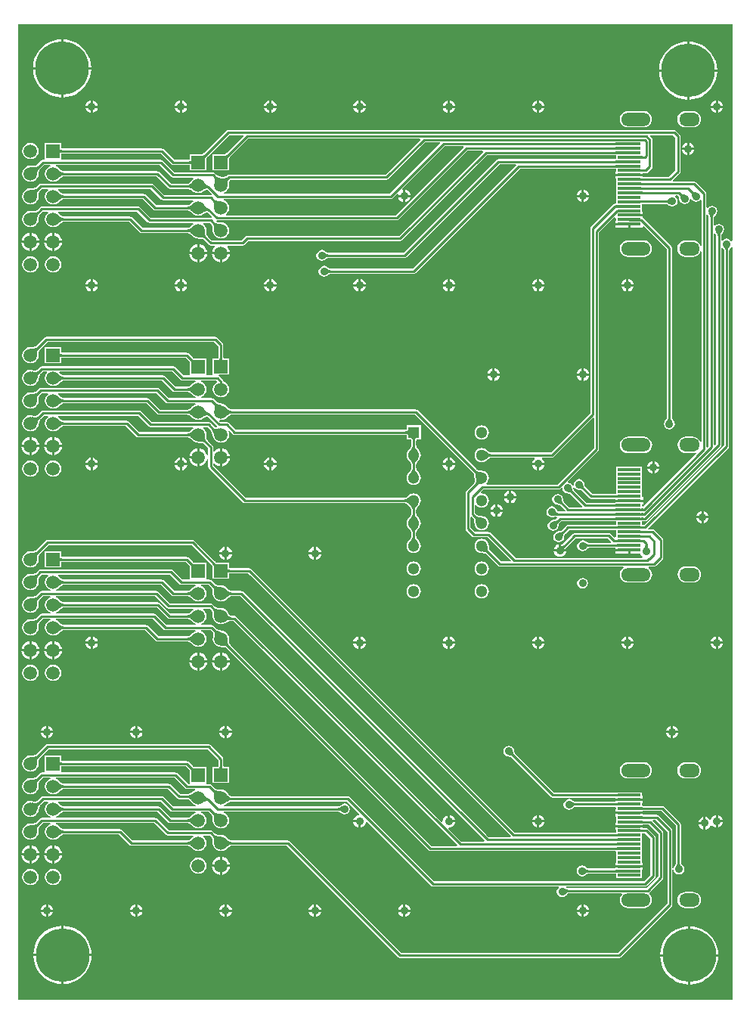
<source format=gtl>
G04*
G04 #@! TF.GenerationSoftware,Altium Limited,Altium Designer,20.1.12 (249)*
G04*
G04 Layer_Physical_Order=1*
G04 Layer_Color=255*
%FSLAX25Y25*%
%MOIN*%
G70*
G04*
G04 #@! TF.SameCoordinates,19FB753C-3B76-4D90-9414-1966AEB0D9B2*
G04*
G04*
G04 #@! TF.FilePolarity,Positive*
G04*
G01*
G75*
%ADD10C,0.01000*%
%ADD21R,0.10236X0.01181*%
%ADD22C,0.05906*%
%ADD23R,0.05906X0.05906*%
%ADD24R,0.05906X0.05906*%
%ADD25R,0.05118X0.05118*%
%ADD26C,0.05118*%
%ADD27O,0.09055X0.05906*%
%ADD28O,0.12992X0.05906*%
%ADD29C,0.03543*%
%ADD30C,0.23622*%
G36*
X448394Y416170D02*
X448384Y416184D01*
X448354Y416198D01*
X448304Y416210D01*
X448234Y416220D01*
X448034Y416235D01*
X447394Y416248D01*
Y417248D01*
X447584Y417249D01*
X448354Y417298D01*
X448384Y417312D01*
X448394Y417327D01*
Y416170D01*
D02*
G37*
G36*
Y414201D02*
X448384Y414216D01*
X448354Y414229D01*
X448304Y414241D01*
X448234Y414251D01*
X448034Y414267D01*
X447394Y414280D01*
Y415279D01*
X447584Y415280D01*
X448354Y415330D01*
X448384Y415343D01*
X448394Y415358D01*
Y414201D01*
D02*
G37*
G36*
X202439Y414405D02*
X202469Y414320D01*
X202520Y414245D01*
X202591Y414180D01*
X202682Y414125D01*
X202793Y414080D01*
X202925Y414045D01*
X203076Y414020D01*
X203249Y414005D01*
X203441Y414000D01*
Y413000D01*
X203249Y412995D01*
X203076Y412980D01*
X202925Y412955D01*
X202793Y412920D01*
X202682Y412875D01*
X202591Y412820D01*
X202520Y412755D01*
X202469Y412680D01*
X202439Y412595D01*
X202429Y412500D01*
Y414500D01*
X202439Y414405D01*
D02*
G37*
G36*
X448394Y412232D02*
X448384Y412247D01*
X448354Y412261D01*
X448304Y412273D01*
X448234Y412283D01*
X448034Y412298D01*
X447394Y412311D01*
Y413311D01*
X447584Y413312D01*
X448354Y413361D01*
X448384Y413375D01*
X448394Y413390D01*
Y412232D01*
D02*
G37*
G36*
X277148Y411441D02*
X276949Y411235D01*
X276635Y410865D01*
X276521Y410703D01*
X276435Y410554D01*
X276377Y410420D01*
X276347Y410300D01*
X276346Y410194D01*
X276373Y410103D01*
X276429Y410027D01*
X275026Y411429D01*
X275103Y411373D01*
X275194Y411346D01*
X275300Y411347D01*
X275420Y411377D01*
X275554Y411435D01*
X275703Y411521D01*
X275866Y411635D01*
X276043Y411778D01*
X276441Y412148D01*
X277148Y411441D01*
D02*
G37*
G36*
X267148D02*
X266949Y411235D01*
X266635Y410865D01*
X266521Y410703D01*
X266435Y410554D01*
X266377Y410420D01*
X266348Y410300D01*
X266346Y410194D01*
X266373Y410103D01*
X266429Y410027D01*
X265026Y411429D01*
X265103Y411373D01*
X265194Y411346D01*
X265300Y411347D01*
X265420Y411377D01*
X265554Y411435D01*
X265703Y411521D01*
X265865Y411635D01*
X266043Y411778D01*
X266441Y412148D01*
X267148Y411441D01*
D02*
G37*
G36*
X458616Y411406D02*
X458646Y411393D01*
X458696Y411381D01*
X458766Y411371D01*
X458966Y411355D01*
X459606Y411342D01*
Y410343D01*
X459416Y410342D01*
X458646Y410292D01*
X458616Y410279D01*
X458606Y410264D01*
Y411421D01*
X458616Y411406D01*
D02*
G37*
G36*
X448394Y408295D02*
X448384Y408310D01*
X448354Y408324D01*
X448304Y408335D01*
X448234Y408346D01*
X448034Y408361D01*
X447394Y408374D01*
Y409374D01*
X447584Y409375D01*
X448354Y409424D01*
X448384Y409438D01*
X448394Y409453D01*
Y408295D01*
D02*
G37*
G36*
X260571Y407500D02*
X260561Y407595D01*
X260531Y407680D01*
X260480Y407755D01*
X260409Y407820D01*
X260318Y407875D01*
X260207Y407920D01*
X260075Y407955D01*
X259924Y407980D01*
X259752Y407995D01*
X259559Y408000D01*
Y409000D01*
X259752Y409005D01*
X259924Y409020D01*
X260075Y409045D01*
X260207Y409080D01*
X260318Y409125D01*
X260409Y409180D01*
X260480Y409245D01*
X260531Y409320D01*
X260561Y409405D01*
X260571Y409500D01*
Y407500D01*
D02*
G37*
G36*
X193355Y406148D02*
X193226Y405999D01*
X193105Y405816D01*
X192993Y405601D01*
X192888Y405353D01*
X192792Y405072D01*
X192704Y404759D01*
X192553Y404033D01*
X192490Y403621D01*
X192435Y403176D01*
X189883Y406428D01*
X190284Y406384D01*
X191008Y406360D01*
X191332Y406380D01*
X191630Y406421D01*
X191902Y406483D01*
X192148Y406566D01*
X192369Y406670D01*
X192565Y406795D01*
X192735Y406942D01*
X193355Y406148D01*
D02*
G37*
G36*
X448394Y406327D02*
X448384Y406342D01*
X448354Y406355D01*
X448304Y406367D01*
X448234Y406377D01*
X448034Y406393D01*
X447394Y406405D01*
Y407406D01*
X447584Y407406D01*
X448354Y407456D01*
X448384Y407469D01*
X448394Y407484D01*
Y406327D01*
D02*
G37*
G36*
X283530Y420117D02*
X276060Y412646D01*
X275998Y412623D01*
X275618Y412269D01*
X275475Y412155D01*
X275353Y412069D01*
X275325Y412053D01*
X275088D01*
X275026Y412078D01*
X274976Y412057D01*
X274923Y412070D01*
X274895Y412053D01*
X269947D01*
Y404947D01*
X277053D01*
Y409895D01*
X277070Y409923D01*
X277057Y409976D01*
X277078Y410027D01*
X277053Y410088D01*
Y410325D01*
X277069Y410353D01*
X277150Y410468D01*
X277430Y410798D01*
X277615Y410990D01*
X277641Y411054D01*
X285565Y418978D01*
X361239D01*
X361430Y418516D01*
X346035Y403122D01*
X277000D01*
X277000Y403122D01*
X276571Y403036D01*
X276207Y402793D01*
X276207Y402793D01*
X276088Y402674D01*
X276033Y402656D01*
X275905Y402545D01*
X275783Y402466D01*
X275626Y402388D01*
X275433Y402316D01*
X275204Y402251D01*
X274939Y402196D01*
X274646Y402154D01*
X273951Y402107D01*
X273079Y402339D01*
X272757Y402442D01*
X272199Y402655D01*
X271997Y402750D01*
X271835Y402839D01*
X271722Y402916D01*
X271619Y403004D01*
X271564Y403022D01*
X270793Y403793D01*
X270429Y404036D01*
X270000Y404122D01*
X270000Y404121D01*
X252965D01*
X247793Y409293D01*
X247429Y409536D01*
X247000Y409622D01*
X247000Y409622D01*
X203418D01*
X203053Y409947D01*
Y412317D01*
X203061Y412319D01*
X203157Y412335D01*
X203285Y412346D01*
X203458Y412351D01*
X203520Y412378D01*
X247035D01*
X251707Y407707D01*
X251707Y407707D01*
X252071Y407464D01*
X252500Y407378D01*
X252500Y407378D01*
X259480D01*
X259542Y407351D01*
X259715Y407346D01*
X259842Y407335D01*
X259939Y407319D01*
X259947Y407317D01*
Y404947D01*
X267053D01*
Y409895D01*
X267070Y409923D01*
X267057Y409976D01*
X267078Y410027D01*
X267053Y410088D01*
Y410325D01*
X267069Y410353D01*
X267150Y410468D01*
X267430Y410798D01*
X267615Y410990D01*
X267640Y411054D01*
X277165Y420578D01*
X283339D01*
X283530Y420117D01*
D02*
G37*
G36*
X458616Y405501D02*
X458646Y405487D01*
X458696Y405476D01*
X458766Y405465D01*
X458966Y405450D01*
X459606Y405437D01*
Y404437D01*
X459416Y404436D01*
X458646Y404387D01*
X458616Y404373D01*
X458606Y404358D01*
Y405516D01*
X458616Y405501D01*
D02*
G37*
G36*
X201911Y405269D02*
X202485Y404768D01*
X202758Y404564D01*
X203020Y404392D01*
X203272Y404251D01*
X203515Y404141D01*
X203747Y404063D01*
X203969Y404016D01*
X204182Y404000D01*
Y403000D01*
X203969Y402984D01*
X203747Y402937D01*
X203515Y402859D01*
X203272Y402749D01*
X203020Y402608D01*
X202758Y402436D01*
X202485Y402232D01*
X201911Y401731D01*
X201609Y401433D01*
Y405567D01*
X201911Y405269D01*
D02*
G37*
G36*
X370247Y416917D02*
X347952Y394621D01*
X274727D01*
X274627Y395122D01*
X275292Y395397D01*
X276034Y395966D01*
X276603Y396708D01*
X276961Y397573D01*
X277080Y398472D01*
X277102Y398525D01*
X277105Y398929D01*
X277154Y399646D01*
X277196Y399939D01*
X277251Y400204D01*
X277316Y400433D01*
X277388Y400626D01*
X277466Y400783D01*
X277528Y400878D01*
X346500D01*
X346500Y400878D01*
X346929Y400964D01*
X347293Y401207D01*
X363465Y417378D01*
X370055D01*
X370247Y416917D01*
D02*
G37*
G36*
X458616Y401564D02*
X458646Y401550D01*
X458696Y401539D01*
X458766Y401528D01*
X458966Y401513D01*
X459606Y401500D01*
Y400500D01*
X459416Y400499D01*
X458646Y400450D01*
X458616Y400436D01*
X458606Y400421D01*
Y401579D01*
X458616Y401564D01*
D02*
G37*
G36*
X251707Y402207D02*
X251707Y402207D01*
X252071Y401964D01*
X252500Y401878D01*
X261245D01*
X261415Y401378D01*
X260966Y401034D01*
X260655Y400628D01*
X260547Y400562D01*
X260324Y400257D01*
X260116Y400000D01*
X259914Y399779D01*
X259719Y399594D01*
X259534Y399445D01*
X259359Y399330D01*
X259197Y399247D01*
X259047Y399192D01*
X258908Y399161D01*
X258728Y399148D01*
X258697Y399132D01*
X258664Y399140D01*
X258635Y399121D01*
X251465D01*
X246293Y404293D01*
X245929Y404536D01*
X245500Y404622D01*
X245500Y404622D01*
X204281D01*
X204229Y404648D01*
X204061Y404660D01*
X203918Y404690D01*
X203753Y404746D01*
X203565Y404831D01*
X203357Y404947D01*
X203131Y405096D01*
X202894Y405273D01*
X202353Y405746D01*
X202064Y406030D01*
X202011Y406051D01*
X201292Y406603D01*
X200627Y406879D01*
X200727Y407378D01*
X246535D01*
X251707Y402207D01*
D02*
G37*
G36*
X271327Y402398D02*
X271496Y402284D01*
X271702Y402171D01*
X271945Y402057D01*
X272542Y401829D01*
X272896Y401716D01*
X273873Y401455D01*
X273954Y401456D01*
X274714Y401507D01*
X275051Y401556D01*
X275358Y401619D01*
X275637Y401698D01*
X275886Y401792D01*
X276105Y401901D01*
X276296Y402025D01*
X276457Y402164D01*
X277164Y401457D01*
X277025Y401296D01*
X276901Y401105D01*
X276792Y400885D01*
X276698Y400636D01*
X276620Y400358D01*
X276556Y400051D01*
X276507Y399714D01*
X276456Y398954D01*
X276453Y398530D01*
X273823Y401159D01*
X270640Y399236D01*
X270726Y399609D01*
X270785Y399961D01*
X270818Y400290D01*
X270825Y400598D01*
X270805Y400883D01*
X270759Y401147D01*
X270687Y401389D01*
X270588Y401608D01*
X270462Y401806D01*
X270311Y401982D01*
X271195Y402512D01*
X271327Y402398D01*
D02*
G37*
G36*
X458616Y399595D02*
X458646Y399582D01*
X458696Y399570D01*
X458766Y399560D01*
X458966Y399544D01*
X459606Y399532D01*
Y398532D01*
X459416Y398531D01*
X458646Y398481D01*
X458616Y398468D01*
X458606Y398453D01*
Y399610D01*
X458616Y399595D01*
D02*
G37*
G36*
Y397627D02*
X458646Y397613D01*
X458696Y397602D01*
X458766Y397591D01*
X458966Y397576D01*
X459606Y397563D01*
Y396563D01*
X459416Y396562D01*
X458646Y396513D01*
X458616Y396499D01*
X458606Y396484D01*
Y397641D01*
X458616Y397627D01*
D02*
G37*
G36*
X266327Y399441D02*
X266473Y399191D01*
X266628Y398970D01*
X266791Y398779D01*
X266963Y398618D01*
X267144Y398485D01*
X267333Y398382D01*
X267531Y398309D01*
X267738Y398265D01*
X267953Y398250D01*
X267947Y397250D01*
X267712Y397239D01*
X267470Y397205D01*
X267219Y397148D01*
X266961Y397069D01*
X266694Y396967D01*
X266420Y396842D01*
X266137Y396694D01*
X265549Y396332D01*
X265243Y396116D01*
X266189Y399720D01*
X266327Y399441D01*
D02*
G37*
G36*
X261772Y396106D02*
X261396Y396371D01*
X260393Y396998D01*
X260101Y397151D01*
X259578Y397375D01*
X259348Y397444D01*
X259139Y397486D01*
X258950Y397500D01*
X258776Y398500D01*
X259003Y398517D01*
X259230Y398567D01*
X259458Y398651D01*
X259687Y398769D01*
X259917Y398920D01*
X260146Y399105D01*
X260377Y399323D01*
X260608Y399575D01*
X260840Y399861D01*
X261072Y400180D01*
X261772Y396106D01*
D02*
G37*
G36*
X458616Y395658D02*
X458646Y395645D01*
X458696Y395633D01*
X458766Y395623D01*
X458966Y395607D01*
X459606Y395595D01*
Y394595D01*
X459416Y394594D01*
X458646Y394544D01*
X458616Y394531D01*
X458606Y394516D01*
Y395673D01*
X458616Y395658D01*
D02*
G37*
G36*
X380540Y415127D02*
X350583Y385169D01*
X275816D01*
X275646Y385669D01*
X276034Y385966D01*
X276603Y386708D01*
X276961Y387573D01*
X277083Y388500D01*
X276961Y389427D01*
X276603Y390292D01*
X276034Y391034D01*
X275292Y391603D01*
X274627Y391879D01*
X274727Y392378D01*
X348416D01*
X348416Y392378D01*
X348846Y392464D01*
X349209Y392707D01*
X351204Y394702D01*
X351630Y394424D01*
X351601Y394201D01*
X353831D01*
Y396430D01*
X353607Y396401D01*
X353330Y396828D01*
X372129Y415626D01*
X380333D01*
X380540Y415127D01*
D02*
G37*
G36*
X193164Y396457D02*
X193025Y396296D01*
X192901Y396105D01*
X192792Y395885D01*
X192698Y395637D01*
X192620Y395358D01*
X192556Y395051D01*
X192507Y394714D01*
X192456Y393954D01*
X192453Y393530D01*
X189530Y396453D01*
X189954Y396456D01*
X190715Y396507D01*
X191051Y396556D01*
X191358Y396620D01*
X191637Y396698D01*
X191885Y396792D01*
X192105Y396901D01*
X192296Y397025D01*
X192457Y397164D01*
X193164Y396457D01*
D02*
G37*
G36*
X481514Y395703D02*
X481638Y395611D01*
X481772Y395530D01*
X481915Y395459D01*
X482068Y395400D01*
X482232Y395352D01*
X482405Y395315D01*
X482587Y395290D01*
X482780Y395275D01*
X482982Y395272D01*
X481228Y393518D01*
X481225Y393720D01*
X481210Y393913D01*
X481185Y394095D01*
X481148Y394268D01*
X481100Y394431D01*
X481041Y394585D01*
X480970Y394728D01*
X480889Y394862D01*
X480797Y394986D01*
X480693Y395100D01*
X481400Y395807D01*
X481514Y395703D01*
D02*
G37*
G36*
X476514Y394703D02*
X476638Y394611D01*
X476772Y394530D01*
X476915Y394459D01*
X477069Y394400D01*
X477232Y394352D01*
X477405Y394315D01*
X477587Y394290D01*
X477780Y394275D01*
X477982Y394272D01*
X476228Y392518D01*
X476225Y392720D01*
X476210Y392913D01*
X476185Y393095D01*
X476148Y393268D01*
X476100Y393431D01*
X476041Y393585D01*
X475970Y393728D01*
X475889Y393862D01*
X475797Y393986D01*
X475693Y394100D01*
X476400Y394807D01*
X476514Y394703D01*
D02*
G37*
G36*
X201911Y395269D02*
X202485Y394768D01*
X202758Y394564D01*
X203020Y394392D01*
X203272Y394251D01*
X203515Y394141D01*
X203747Y394063D01*
X203969Y394016D01*
X204182Y394000D01*
Y393000D01*
X203969Y392984D01*
X203747Y392937D01*
X203515Y392859D01*
X203272Y392749D01*
X203020Y392608D01*
X202758Y392436D01*
X202485Y392232D01*
X201911Y391731D01*
X201609Y391433D01*
Y395567D01*
X201911Y395269D01*
D02*
G37*
G36*
X459606Y390748D02*
X459416Y390746D01*
X458856Y390706D01*
X458766Y390687D01*
X458696Y390665D01*
X458646Y390640D01*
X458616Y390611D01*
X458606Y390579D01*
Y391736D01*
X459606Y391748D01*
Y390748D01*
D02*
G37*
G36*
X471424Y390092D02*
X471254Y390217D01*
X470921Y390427D01*
X470758Y390512D01*
X470598Y390584D01*
X470440Y390643D01*
X470284Y390689D01*
X470131Y390722D01*
X469981Y390741D01*
X469833Y390748D01*
X469683Y391748D01*
X469841Y391756D01*
X469995Y391780D01*
X470145Y391820D01*
X470290Y391876D01*
X470431Y391948D01*
X470568Y392036D01*
X470700Y392140D01*
X470828Y392260D01*
X470952Y392396D01*
X471071Y392548D01*
X471424Y390092D01*
D02*
G37*
G36*
X247254Y392160D02*
X247254Y392160D01*
X247618Y391917D01*
X248047Y391831D01*
X248047Y391831D01*
X261184D01*
X261354Y391331D01*
X260989Y391051D01*
X260935Y391030D01*
X260647Y390746D01*
X260106Y390273D01*
X259869Y390096D01*
X259643Y389947D01*
X259435Y389831D01*
X259247Y389746D01*
X259082Y389690D01*
X258939Y389660D01*
X258770Y389648D01*
X258718Y389621D01*
X244965D01*
X240293Y394293D01*
X239929Y394536D01*
X239500Y394622D01*
X239500Y394621D01*
X204281D01*
X204229Y394648D01*
X204061Y394660D01*
X203918Y394690D01*
X203753Y394746D01*
X203565Y394831D01*
X203357Y394947D01*
X203131Y395096D01*
X202894Y395273D01*
X202353Y395746D01*
X202064Y396030D01*
X202011Y396051D01*
X201585Y396378D01*
X201754Y396879D01*
X242535D01*
X247254Y392160D01*
D02*
G37*
G36*
X475191Y393723D02*
X475212Y393663D01*
X475295Y393572D01*
X475350Y393498D01*
X475400Y393416D01*
X475445Y393325D01*
X475484Y393223D01*
X475518Y393109D01*
X475545Y392982D01*
X475564Y392843D01*
X475576Y392690D01*
X475579Y392507D01*
X475582Y392500D01*
X475582Y392500D01*
X475766Y391575D01*
X476290Y390790D01*
X477075Y390266D01*
X478000Y390082D01*
X478925Y390266D01*
X479710Y390790D01*
X480234Y391575D01*
X480371Y392265D01*
X480902Y392371D01*
X481290Y391790D01*
X482075Y391266D01*
X483000Y391082D01*
X483925Y391266D01*
X484710Y391790D01*
X484878Y392042D01*
X485378Y391891D01*
Y371791D01*
X484878Y371692D01*
X484635Y372280D01*
X484065Y373022D01*
X483323Y373591D01*
X482459Y373950D01*
X481531Y374072D01*
X478382D01*
X477454Y373950D01*
X476590Y373591D01*
X475848Y373022D01*
X475279Y372280D01*
X474921Y371416D01*
X474798Y370488D01*
X474921Y369561D01*
X475279Y368696D01*
X475848Y367954D01*
X476590Y367385D01*
X477454Y367027D01*
X478382Y366905D01*
X481531D01*
X482459Y367027D01*
X483323Y367385D01*
X484065Y367954D01*
X484635Y368696D01*
X484878Y369285D01*
X485378Y369185D01*
Y285408D01*
X484878Y285308D01*
X484678Y285792D01*
X484109Y286534D01*
X483366Y287103D01*
X482502Y287461D01*
X481575Y287583D01*
X478425D01*
X477498Y287461D01*
X476634Y287103D01*
X475891Y286534D01*
X475322Y285792D01*
X474964Y284927D01*
X474842Y284000D01*
X474964Y283073D01*
X475322Y282208D01*
X475891Y281466D01*
X476634Y280897D01*
X477498Y280539D01*
X478425Y280417D01*
X481575D01*
X482502Y280539D01*
X482922Y280712D01*
X483205Y280289D01*
X459761Y256845D01*
X459261Y257052D01*
Y257803D01*
X459661D01*
Y258894D01*
X453543D01*
X447425D01*
Y258571D01*
X447368Y258547D01*
X434539D01*
X429309Y263777D01*
X429288Y263837D01*
X429205Y263928D01*
X429150Y264002D01*
X429100Y264084D01*
X429055Y264175D01*
X429016Y264277D01*
X428982Y264391D01*
X428955Y264518D01*
X428936Y264657D01*
X428924Y264810D01*
X428921Y264994D01*
X428983Y265098D01*
X429574Y265113D01*
X429790Y264790D01*
X430575Y264266D01*
X431500Y264082D01*
X431500Y264082D01*
X431506Y264079D01*
X431690Y264076D01*
X431843Y264064D01*
X431982Y264045D01*
X432109Y264018D01*
X432223Y263984D01*
X432325Y263945D01*
X432416Y263900D01*
X432498Y263850D01*
X432572Y263795D01*
X432663Y263712D01*
X432723Y263691D01*
X435845Y260569D01*
X435845Y260569D01*
X436209Y260326D01*
X436638Y260241D01*
X447361D01*
X447424Y260213D01*
X447425Y260213D01*
Y259894D01*
X453543D01*
X459661D01*
Y260984D01*
X459261D01*
Y266077D01*
Y270014D01*
Y274364D01*
X447825D01*
Y270014D01*
Y266077D01*
Y262526D01*
X447605Y262512D01*
X447435Y262512D01*
X447368Y262484D01*
X437102D01*
X434309Y265277D01*
X434288Y265337D01*
X434205Y265428D01*
X434150Y265502D01*
X434100Y265584D01*
X434055Y265675D01*
X434016Y265777D01*
X433982Y265891D01*
X433955Y266018D01*
X433936Y266157D01*
X433924Y266310D01*
X433921Y266494D01*
X433918Y266500D01*
X433918Y266500D01*
X433734Y267425D01*
X433210Y268210D01*
X432425Y268734D01*
X431500Y268918D01*
X430575Y268734D01*
X429790Y268210D01*
X429266Y267425D01*
X429082Y266500D01*
X429137Y266222D01*
X428666Y266027D01*
X428210Y266710D01*
X427425Y267234D01*
X426571Y267404D01*
X426311Y267851D01*
X439893Y281434D01*
X440136Y281798D01*
X440222Y282227D01*
X440222Y282227D01*
Y377652D01*
X446920Y384350D01*
X447382Y384159D01*
Y383661D01*
X447782D01*
Y382906D01*
X447382D01*
Y381815D01*
X453500D01*
Y381315D01*
X454000D01*
Y379724D01*
X459618D01*
Y380222D01*
X460080Y380413D01*
X470108Y370385D01*
Y296088D01*
X470081Y296030D01*
X470075Y295908D01*
X470062Y295816D01*
X470039Y295723D01*
X470006Y295626D01*
X469962Y295527D01*
X469905Y295422D01*
X469835Y295314D01*
X469750Y295201D01*
X469650Y295085D01*
X469523Y294953D01*
X469520Y294946D01*
X469520Y294946D01*
X468996Y294162D01*
X468812Y293236D01*
X468996Y292311D01*
X469520Y291527D01*
X470305Y291002D01*
X471230Y290818D01*
X472155Y291002D01*
X472940Y291527D01*
X473464Y292311D01*
X473648Y293236D01*
X473464Y294162D01*
X472940Y294946D01*
X472940Y294946D01*
X472937Y294953D01*
X472810Y295085D01*
X472710Y295201D01*
X472625Y295314D01*
X472555Y295422D01*
X472498Y295527D01*
X472453Y295626D01*
X472421Y295723D01*
X472398Y295816D01*
X472385Y295908D01*
X472379Y296030D01*
X472352Y296088D01*
Y370849D01*
X472352Y370849D01*
X472266Y371279D01*
X472023Y371642D01*
X472023Y371642D01*
X459679Y383986D01*
X459618Y384027D01*
Y384752D01*
X453500D01*
Y385752D01*
X459618D01*
Y386842D01*
X459218D01*
Y390081D01*
X459443Y390097D01*
X459612Y390099D01*
X459678Y390126D01*
X469746D01*
X469804Y390099D01*
X469924Y390094D01*
X470021Y390081D01*
X470124Y390059D01*
X470234Y390027D01*
X470350Y389983D01*
X470474Y389928D01*
X470597Y389863D01*
X470889Y389680D01*
X471041Y389568D01*
X471169Y389537D01*
X471575Y389266D01*
X472500Y389082D01*
X473425Y389266D01*
X474210Y389790D01*
X474734Y390575D01*
X474918Y391500D01*
X474734Y392425D01*
X474210Y393210D01*
X473816Y393473D01*
X473968Y393973D01*
X474941D01*
X475191Y393723D01*
D02*
G37*
G36*
X448394Y388610D02*
X448384Y388625D01*
X448354Y388639D01*
X448304Y388650D01*
X448234Y388661D01*
X448034Y388676D01*
X447394Y388689D01*
Y389689D01*
X447584Y389690D01*
X448354Y389739D01*
X448384Y389753D01*
X448394Y389768D01*
Y388610D01*
D02*
G37*
G36*
X270704Y392025D02*
X270895Y391901D01*
X271114Y391792D01*
X271363Y391698D01*
X271642Y391619D01*
X271949Y391556D01*
X272286Y391507D01*
X273046Y391456D01*
X273470Y391453D01*
X270547Y388529D01*
X270544Y388954D01*
X270493Y389715D01*
X270444Y390051D01*
X270380Y390358D01*
X270302Y390636D01*
X270208Y390885D01*
X270099Y391105D01*
X269975Y391296D01*
X269836Y391457D01*
X270543Y392164D01*
X270704Y392025D01*
D02*
G37*
G36*
X261391Y386433D02*
X261089Y386731D01*
X260515Y387232D01*
X260242Y387436D01*
X259980Y387608D01*
X259728Y387749D01*
X259485Y387859D01*
X259253Y387937D01*
X259031Y387984D01*
X258818Y388000D01*
Y389000D01*
X259031Y389016D01*
X259253Y389063D01*
X259485Y389141D01*
X259728Y389251D01*
X259980Y389392D01*
X260242Y389564D01*
X260515Y389768D01*
X261089Y390269D01*
X261391Y390567D01*
Y386433D01*
D02*
G37*
G36*
X193355Y386148D02*
X193226Y385999D01*
X193105Y385816D01*
X192993Y385601D01*
X192888Y385353D01*
X192792Y385072D01*
X192704Y384759D01*
X192553Y384033D01*
X192490Y383621D01*
X192435Y383176D01*
X189883Y386428D01*
X190284Y386384D01*
X191008Y386361D01*
X191332Y386380D01*
X191630Y386421D01*
X191902Y386483D01*
X192148Y386566D01*
X192369Y386670D01*
X192565Y386795D01*
X192735Y386942D01*
X193355Y386148D01*
D02*
G37*
G36*
X266327Y389441D02*
X266473Y389191D01*
X266628Y388970D01*
X266791Y388779D01*
X266963Y388618D01*
X267144Y388485D01*
X267333Y388382D01*
X267531Y388309D01*
X267738Y388265D01*
X267953Y388250D01*
X267947Y387250D01*
X267712Y387239D01*
X267470Y387205D01*
X267219Y387148D01*
X266961Y387069D01*
X266694Y386967D01*
X266420Y386842D01*
X266137Y386695D01*
X265549Y386332D01*
X265243Y386116D01*
X266189Y389720D01*
X266327Y389441D01*
D02*
G37*
G36*
X491032Y385560D02*
X490879Y385442D01*
X490742Y385320D01*
X490622Y385194D01*
X490518Y385063D01*
X490429Y384927D01*
X490357Y384787D01*
X490301Y384642D01*
X490261Y384493D01*
X490236Y384339D01*
X490228Y384180D01*
X489228Y384342D01*
X489222Y384490D01*
X489202Y384640D01*
X489170Y384793D01*
X489125Y384948D01*
X489066Y385107D01*
X488995Y385268D01*
X488911Y385432D01*
X488814Y385598D01*
X488581Y385940D01*
X491032Y385560D01*
D02*
G37*
G36*
X389072Y413158D02*
X352035Y376121D01*
X285000D01*
X285000Y376122D01*
X284571Y376036D01*
X284207Y375793D01*
X284207Y375793D01*
X282535Y374121D01*
X269465D01*
X267674Y375912D01*
X267656Y375967D01*
X267545Y376095D01*
X267466Y376217D01*
X267388Y376374D01*
X267316Y376567D01*
X267251Y376796D01*
X267196Y377061D01*
X267154Y377354D01*
X267105Y378071D01*
X267102Y378475D01*
X267080Y378528D01*
X266961Y379427D01*
X266603Y380292D01*
X266034Y381034D01*
X265646Y381331D01*
X265816Y381831D01*
X268583D01*
X269326Y381088D01*
X269344Y381033D01*
X269455Y380905D01*
X269534Y380783D01*
X269612Y380626D01*
X269684Y380433D01*
X269749Y380204D01*
X269804Y379939D01*
X269846Y379646D01*
X269895Y378929D01*
X269898Y378525D01*
X269920Y378472D01*
X270039Y377573D01*
X270397Y376708D01*
X270966Y375966D01*
X271708Y375397D01*
X272573Y375039D01*
X273500Y374917D01*
X274427Y375039D01*
X275292Y375397D01*
X276034Y375966D01*
X276603Y376708D01*
X276961Y377573D01*
X277083Y378500D01*
X276961Y379427D01*
X276603Y380292D01*
X276034Y381034D01*
X275292Y381603D01*
X274427Y381961D01*
X273528Y382080D01*
X273475Y382102D01*
X273071Y382105D01*
X272354Y382154D01*
X272061Y382196D01*
X271796Y382251D01*
X271567Y382316D01*
X271545Y382324D01*
X271478Y382451D01*
X271545Y382632D01*
X271780Y382911D01*
X271815Y382926D01*
X351047D01*
X351047Y382926D01*
X351476Y383011D01*
X351840Y383254D01*
X382244Y413658D01*
X388865D01*
X389072Y413158D01*
D02*
G37*
G36*
X201911Y385269D02*
X202485Y384768D01*
X202758Y384564D01*
X203020Y384392D01*
X203272Y384251D01*
X203515Y384141D01*
X203747Y384063D01*
X203969Y384016D01*
X204182Y384000D01*
Y383000D01*
X203969Y382984D01*
X203747Y382937D01*
X203515Y382859D01*
X203272Y382749D01*
X203020Y382608D01*
X202758Y382436D01*
X202485Y382232D01*
X201911Y381731D01*
X201609Y381433D01*
Y385567D01*
X201911Y385269D01*
D02*
G37*
G36*
X241254Y382160D02*
X241254Y382160D01*
X241618Y381917D01*
X242047Y381831D01*
X242047Y381831D01*
X261184D01*
X261354Y381331D01*
X260989Y381051D01*
X260935Y381030D01*
X260647Y380746D01*
X260106Y380273D01*
X259869Y380096D01*
X259643Y379947D01*
X259435Y379831D01*
X259247Y379746D01*
X259082Y379690D01*
X258939Y379660D01*
X258770Y379648D01*
X258718Y379622D01*
X238965D01*
X234293Y384293D01*
X233929Y384536D01*
X233500Y384622D01*
X233500Y384622D01*
X204281D01*
X204229Y384648D01*
X204061Y384660D01*
X203918Y384690D01*
X203753Y384746D01*
X203565Y384831D01*
X203357Y384947D01*
X203131Y385096D01*
X202894Y385273D01*
X202353Y385746D01*
X202064Y386030D01*
X202011Y386051D01*
X201585Y386379D01*
X201754Y386878D01*
X236535D01*
X241254Y382160D01*
D02*
G37*
G36*
X270704Y382025D02*
X270895Y381901D01*
X271114Y381792D01*
X271363Y381698D01*
X271642Y381620D01*
X271949Y381556D01*
X272286Y381507D01*
X273046Y381456D01*
X273470Y381453D01*
X270547Y378530D01*
X270544Y378954D01*
X270493Y379714D01*
X270444Y380051D01*
X270380Y380358D01*
X270302Y380637D01*
X270208Y380886D01*
X270099Y381105D01*
X269975Y381296D01*
X269836Y381457D01*
X270543Y382164D01*
X270704Y382025D01*
D02*
G37*
G36*
X261391Y376433D02*
X261089Y376731D01*
X260515Y377232D01*
X260242Y377436D01*
X259980Y377608D01*
X259728Y377749D01*
X259485Y377859D01*
X259253Y377937D01*
X259031Y377984D01*
X258818Y378000D01*
Y379000D01*
X259031Y379016D01*
X259253Y379063D01*
X259485Y379141D01*
X259728Y379251D01*
X259980Y379392D01*
X260242Y379564D01*
X260515Y379768D01*
X261089Y380269D01*
X261391Y380567D01*
Y376433D01*
D02*
G37*
G36*
X494100Y377589D02*
X493974Y377443D01*
X493863Y377295D01*
X493766Y377147D01*
X493685Y376998D01*
X493618Y376848D01*
X493567Y376696D01*
X493530Y376544D01*
X493507Y376391D01*
X493500Y376237D01*
X492500D01*
X492493Y376391D01*
X492470Y376544D01*
X492433Y376696D01*
X492382Y376848D01*
X492315Y376998D01*
X492234Y377147D01*
X492137Y377295D01*
X492026Y377443D01*
X491900Y377589D01*
X491760Y377735D01*
X494240D01*
X494100Y377589D01*
D02*
G37*
G36*
X266456Y378046D02*
X266507Y377286D01*
X266556Y376949D01*
X266619Y376642D01*
X266698Y376363D01*
X266792Y376115D01*
X266901Y375895D01*
X267025Y375704D01*
X267164Y375543D01*
X266457Y374836D01*
X266296Y374975D01*
X266105Y375099D01*
X265885Y375208D01*
X265636Y375302D01*
X265358Y375380D01*
X265051Y375444D01*
X264715Y375493D01*
X263954Y375544D01*
X263529Y375547D01*
X266453Y378470D01*
X266456Y378046D01*
D02*
G37*
G36*
X499000Y373927D02*
X498500Y373776D01*
X498210Y374210D01*
X497425Y374734D01*
X496500Y374918D01*
X495575Y374734D01*
X494790Y374210D01*
X494622Y373957D01*
X494122Y374109D01*
Y376149D01*
X494149Y376206D01*
X494155Y376329D01*
X494168Y376420D01*
X494191Y376514D01*
X494224Y376610D01*
X494268Y376710D01*
X494325Y376814D01*
X494395Y376923D01*
X494480Y377035D01*
X494580Y377152D01*
X494707Y377284D01*
X494710Y377290D01*
X494710Y377290D01*
X495234Y378075D01*
X495418Y379000D01*
X495234Y379925D01*
X494710Y380710D01*
X493925Y381234D01*
X493000Y381418D01*
X492075Y381234D01*
X491350Y380750D01*
X490850Y380883D01*
Y384045D01*
X490869Y384076D01*
X490861Y384113D01*
X490877Y384147D01*
X490883Y384272D01*
X490897Y384358D01*
X490919Y384440D01*
X490950Y384520D01*
X490991Y384600D01*
X491045Y384682D01*
X491112Y384767D01*
X491194Y384853D01*
X491294Y384942D01*
X491427Y385045D01*
X491480Y385137D01*
X491710Y385290D01*
X492234Y386075D01*
X492418Y387000D01*
X492234Y387925D01*
X491710Y388710D01*
X490925Y389234D01*
X490000Y389418D01*
X489075Y389234D01*
X488290Y388710D01*
X488122Y388457D01*
X487622Y388609D01*
Y394627D01*
X487536Y395056D01*
X487293Y395420D01*
X487293Y395420D01*
X482888Y399825D01*
X482524Y400068D01*
X482095Y400153D01*
X482095Y400153D01*
X472946D01*
X472739Y400653D01*
X475793Y403707D01*
X475793Y403707D01*
X476036Y404071D01*
X476122Y404500D01*
X476122Y404500D01*
Y420000D01*
X476036Y420429D01*
X475793Y420793D01*
X475793Y420793D01*
X474093Y422493D01*
X473729Y422736D01*
X473300Y422822D01*
X473300Y422822D01*
X276700D01*
X276700Y422822D01*
X276271Y422736D01*
X275907Y422493D01*
X275907Y422493D01*
X266060Y412646D01*
X265998Y412623D01*
X265618Y412269D01*
X265475Y412155D01*
X265353Y412069D01*
X265325Y412053D01*
X265088D01*
X265026Y412078D01*
X264976Y412057D01*
X264923Y412070D01*
X264895Y412053D01*
X259947D01*
Y409683D01*
X259939Y409681D01*
X259842Y409665D01*
X259715Y409654D01*
X259542Y409649D01*
X259480Y409622D01*
X252965D01*
X248293Y414293D01*
X247929Y414536D01*
X247500Y414622D01*
X247500Y414622D01*
X203520D01*
X203458Y414649D01*
X203285Y414654D01*
X203157Y414665D01*
X203061Y414681D01*
X203053Y414683D01*
Y417053D01*
X195947D01*
Y409947D01*
X195582Y409622D01*
X195000D01*
X195000Y409622D01*
X194571Y409536D01*
X194207Y409293D01*
X194207Y409293D01*
X192380Y407466D01*
X192334Y407453D01*
X192326Y407439D01*
X192311Y407434D01*
X192176Y407317D01*
X192055Y407240D01*
X191906Y407170D01*
X191726Y407109D01*
X191513Y407061D01*
X191268Y407027D01*
X190999Y407011D01*
X190329Y407033D01*
X189953Y407073D01*
X189836Y407039D01*
X189500Y407083D01*
X188573Y406961D01*
X187708Y406603D01*
X186966Y406034D01*
X186397Y405292D01*
X186039Y404427D01*
X185917Y403500D01*
X186039Y402573D01*
X186397Y401708D01*
X186966Y400966D01*
X187708Y400397D01*
X188573Y400039D01*
X189500Y399917D01*
X190427Y400039D01*
X191292Y400397D01*
X192034Y400966D01*
X192603Y401708D01*
X192961Y402573D01*
X193015Y402983D01*
X193079Y403096D01*
X193133Y403532D01*
X193193Y403917D01*
X193336Y404605D01*
X193413Y404879D01*
X193496Y405122D01*
X193581Y405324D01*
X193665Y405485D01*
X193745Y405606D01*
X193847Y405724D01*
X193865Y405779D01*
X195465Y407378D01*
X198273D01*
X198372Y406879D01*
X197708Y406603D01*
X196966Y406034D01*
X196397Y405292D01*
X196039Y404427D01*
X195917Y403500D01*
X196039Y402573D01*
X196397Y401708D01*
X196966Y400966D01*
X197708Y400397D01*
X198573Y400039D01*
X199500Y399917D01*
X200427Y400039D01*
X201292Y400397D01*
X202011Y400949D01*
X202064Y400970D01*
X202353Y401254D01*
X202894Y401727D01*
X203131Y401904D01*
X203357Y402053D01*
X203565Y402169D01*
X203753Y402254D01*
X203918Y402310D01*
X204061Y402340D01*
X204229Y402352D01*
X204281Y402379D01*
X245035D01*
X250207Y397207D01*
X250207Y397207D01*
X250571Y396964D01*
X251000Y396879D01*
X258850D01*
X258902Y396852D01*
X259051Y396841D01*
X259190Y396814D01*
X259356Y396763D01*
X259822Y396564D01*
X260070Y396434D01*
X261036Y395830D01*
X261398Y395575D01*
X261508Y395550D01*
X261708Y395397D01*
X262573Y395039D01*
X263500Y394917D01*
X264427Y395039D01*
X265292Y395397D01*
X265483Y395544D01*
X265570Y395555D01*
X265588Y395579D01*
X265616Y395585D01*
X265906Y395789D01*
X266458Y396129D01*
X266705Y396258D01*
X266945Y396367D01*
X267172Y396454D01*
X267386Y396520D01*
X267558Y396559D01*
X269492Y394625D01*
X269479Y394498D01*
X269047Y394074D01*
X269047Y394074D01*
X248512D01*
X243793Y398793D01*
X243429Y399036D01*
X243000Y399122D01*
X243000Y399121D01*
X194000D01*
X194000Y399122D01*
X193571Y399036D01*
X193207Y398793D01*
X193207Y398793D01*
X192088Y397674D01*
X192033Y397656D01*
X191905Y397545D01*
X191783Y397466D01*
X191626Y397388D01*
X191433Y397316D01*
X191204Y397251D01*
X190939Y397196D01*
X190646Y397154D01*
X189929Y397105D01*
X189525Y397102D01*
X189472Y397080D01*
X188573Y396961D01*
X187708Y396603D01*
X186966Y396034D01*
X186397Y395292D01*
X186039Y394427D01*
X185917Y393500D01*
X186039Y392573D01*
X186397Y391708D01*
X186966Y390966D01*
X187708Y390397D01*
X188573Y390039D01*
X189500Y389917D01*
X190427Y390039D01*
X191292Y390397D01*
X192034Y390966D01*
X192603Y391708D01*
X192961Y392573D01*
X193080Y393472D01*
X193102Y393525D01*
X193105Y393929D01*
X193154Y394646D01*
X193196Y394939D01*
X193251Y395204D01*
X193316Y395433D01*
X193388Y395626D01*
X193466Y395783D01*
X193545Y395905D01*
X193656Y396033D01*
X193674Y396088D01*
X194465Y396879D01*
X197246D01*
X197415Y396378D01*
X196966Y396034D01*
X196397Y395292D01*
X196039Y394427D01*
X195917Y393500D01*
X196039Y392573D01*
X196397Y391708D01*
X196966Y390966D01*
X197708Y390397D01*
X198573Y390039D01*
X199500Y389917D01*
X200427Y390039D01*
X201292Y390397D01*
X202011Y390949D01*
X202064Y390970D01*
X202353Y391254D01*
X202894Y391727D01*
X203131Y391904D01*
X203357Y392053D01*
X203565Y392169D01*
X203753Y392254D01*
X203918Y392310D01*
X204061Y392340D01*
X204229Y392352D01*
X204281Y392378D01*
X239035D01*
X243707Y387707D01*
X243707Y387707D01*
X244071Y387464D01*
X244500Y387378D01*
X244500Y387379D01*
X258718D01*
X258770Y387352D01*
X258939Y387340D01*
X259082Y387310D01*
X259247Y387254D01*
X259435Y387169D01*
X259643Y387053D01*
X259869Y386904D01*
X260106Y386727D01*
X260647Y386254D01*
X260935Y385970D01*
X260989Y385949D01*
X261708Y385397D01*
X262573Y385039D01*
X263500Y384917D01*
X264427Y385039D01*
X265292Y385397D01*
X265483Y385544D01*
X265570Y385556D01*
X265588Y385579D01*
X265616Y385585D01*
X265906Y385789D01*
X266458Y386129D01*
X266705Y386258D01*
X266945Y386367D01*
X267172Y386454D01*
X267386Y386520D01*
X267558Y386559D01*
X269492Y384625D01*
X269479Y384498D01*
X269047Y384074D01*
X269047Y384074D01*
X242512D01*
X237793Y388793D01*
X237429Y389036D01*
X237000Y389122D01*
X237000Y389122D01*
X194500D01*
X194500Y389122D01*
X194071Y389036D01*
X193707Y388793D01*
X193707Y388793D01*
X192380Y387466D01*
X192334Y387453D01*
X192326Y387439D01*
X192311Y387434D01*
X192176Y387317D01*
X192055Y387240D01*
X191906Y387170D01*
X191726Y387109D01*
X191513Y387061D01*
X191268Y387027D01*
X190999Y387011D01*
X190329Y387033D01*
X189953Y387073D01*
X189836Y387039D01*
X189500Y387083D01*
X188573Y386961D01*
X187708Y386603D01*
X186966Y386034D01*
X186397Y385292D01*
X186039Y384427D01*
X185917Y383500D01*
X186039Y382573D01*
X186397Y381708D01*
X186966Y380966D01*
X187708Y380397D01*
X188573Y380039D01*
X189500Y379917D01*
X190427Y380039D01*
X191292Y380397D01*
X192034Y380966D01*
X192603Y381708D01*
X192961Y382573D01*
X193015Y382983D01*
X193079Y383096D01*
X193133Y383532D01*
X193193Y383917D01*
X193336Y384605D01*
X193413Y384879D01*
X193496Y385122D01*
X193581Y385324D01*
X193665Y385485D01*
X193745Y385606D01*
X193847Y385724D01*
X193865Y385779D01*
X194965Y386878D01*
X197246D01*
X197415Y386379D01*
X196966Y386034D01*
X196397Y385292D01*
X196039Y384427D01*
X195917Y383500D01*
X196039Y382573D01*
X196397Y381708D01*
X196966Y380966D01*
X197708Y380397D01*
X198573Y380039D01*
X199500Y379917D01*
X200427Y380039D01*
X201292Y380397D01*
X202011Y380949D01*
X202064Y380970D01*
X202353Y381254D01*
X202894Y381727D01*
X203131Y381904D01*
X203357Y382053D01*
X203565Y382169D01*
X203753Y382254D01*
X203918Y382310D01*
X204061Y382340D01*
X204229Y382352D01*
X204281Y382379D01*
X233035D01*
X237707Y377707D01*
X237707Y377707D01*
X238071Y377464D01*
X238500Y377378D01*
X238500Y377379D01*
X258718D01*
X258770Y377352D01*
X258939Y377340D01*
X259082Y377310D01*
X259247Y377254D01*
X259435Y377169D01*
X259643Y377053D01*
X259869Y376904D01*
X260106Y376727D01*
X260647Y376254D01*
X260935Y375970D01*
X260989Y375949D01*
X261708Y375397D01*
X262573Y375039D01*
X263472Y374920D01*
X263525Y374898D01*
X263929Y374895D01*
X264646Y374846D01*
X264939Y374804D01*
X265204Y374749D01*
X265433Y374684D01*
X265626Y374612D01*
X265783Y374534D01*
X265905Y374455D01*
X266033Y374344D01*
X266088Y374326D01*
X268207Y372207D01*
X268207Y372207D01*
X268571Y371964D01*
X269000Y371879D01*
X270632D01*
X270793Y371405D01*
X270681Y371319D01*
X270047Y370493D01*
X269649Y369532D01*
X269579Y369000D01*
X277421D01*
X277351Y369532D01*
X276953Y370493D01*
X276319Y371319D01*
X276207Y371405D01*
X276368Y371879D01*
X283000D01*
X283000Y371878D01*
X283429Y371964D01*
X283793Y372207D01*
X285465Y373879D01*
X352500D01*
X352500Y373878D01*
X352929Y373964D01*
X353293Y374207D01*
X390776Y411690D01*
X447318D01*
X447381Y411662D01*
X447782Y411654D01*
Y410038D01*
X447562Y410024D01*
X447391Y410023D01*
X447325Y409996D01*
X395874D01*
X395874Y409996D01*
X395445Y409910D01*
X395081Y409667D01*
X395081Y409667D01*
X354035Y368621D01*
X320851D01*
X320794Y368649D01*
X320671Y368655D01*
X320580Y368668D01*
X320486Y368691D01*
X320390Y368724D01*
X320290Y368768D01*
X320186Y368825D01*
X320077Y368895D01*
X319965Y368980D01*
X319848Y369080D01*
X319716Y369207D01*
X319710Y369210D01*
X319710Y369210D01*
X318925Y369734D01*
X318000Y369918D01*
X317075Y369734D01*
X316290Y369210D01*
X315766Y368425D01*
X315582Y367500D01*
X315766Y366575D01*
X316290Y365790D01*
X317075Y365266D01*
X318000Y365082D01*
X318925Y365266D01*
X319710Y365790D01*
X319710Y365790D01*
X319716Y365793D01*
X319848Y365920D01*
X319965Y366020D01*
X320077Y366105D01*
X320186Y366175D01*
X320290Y366232D01*
X320390Y366276D01*
X320486Y366309D01*
X320579Y366332D01*
X320671Y366345D01*
X320794Y366351D01*
X320851Y366378D01*
X354500D01*
X354500Y366378D01*
X354929Y366464D01*
X355293Y366707D01*
X396339Y407753D01*
X403459D01*
X403666Y407253D01*
X358035Y361621D01*
X321851D01*
X321794Y361649D01*
X321671Y361655D01*
X321580Y361668D01*
X321486Y361691D01*
X321390Y361724D01*
X321290Y361768D01*
X321186Y361825D01*
X321077Y361895D01*
X320965Y361980D01*
X320848Y362080D01*
X320716Y362207D01*
X320710Y362210D01*
X320710Y362210D01*
X319925Y362734D01*
X319000Y362918D01*
X318075Y362734D01*
X317290Y362210D01*
X316766Y361425D01*
X316582Y360500D01*
X316766Y359575D01*
X317290Y358790D01*
X318075Y358266D01*
X319000Y358082D01*
X319925Y358266D01*
X320710Y358790D01*
X320710Y358790D01*
X320716Y358793D01*
X320848Y358920D01*
X320965Y359020D01*
X321077Y359105D01*
X321186Y359175D01*
X321290Y359232D01*
X321390Y359276D01*
X321486Y359309D01*
X321579Y359332D01*
X321671Y359345D01*
X321794Y359351D01*
X321851Y359379D01*
X358500D01*
X358500Y359378D01*
X358929Y359464D01*
X359293Y359707D01*
X405370Y405784D01*
X447318D01*
X447381Y405756D01*
X447782Y405748D01*
Y404559D01*
X447382D01*
Y403469D01*
X453500D01*
X459618D01*
Y403792D01*
X459675Y403816D01*
X460914D01*
X460914Y403816D01*
X461343Y403901D01*
X461707Y404144D01*
X463393Y405830D01*
X463393Y405830D01*
X463636Y406194D01*
X463722Y406623D01*
X463722Y406623D01*
Y418577D01*
X463722Y418577D01*
X463636Y419006D01*
X463393Y419370D01*
X463393Y419370D01*
X462647Y420117D01*
X462838Y420578D01*
X472835D01*
X473878Y419535D01*
Y404965D01*
X471035Y402121D01*
X459682D01*
X459619Y402149D01*
X459618Y402149D01*
Y402468D01*
X453500D01*
X447382D01*
Y401378D01*
X447782D01*
Y397841D01*
Y393904D01*
Y390353D01*
X447562Y390339D01*
X447391Y390338D01*
X447325Y390311D01*
X447189D01*
X446760Y390225D01*
X446396Y389982D01*
X446396Y389982D01*
X436707Y380293D01*
X436464Y379929D01*
X436378Y379500D01*
X436378Y379500D01*
Y297965D01*
X419035Y280622D01*
X392642D01*
X392588Y280648D01*
X392435Y280658D01*
X392311Y280682D01*
X392171Y280726D01*
X392014Y280793D01*
X391841Y280885D01*
X391654Y281003D01*
X391462Y281143D01*
X391017Y281525D01*
X390782Y281755D01*
X390716Y281782D01*
X390093Y282259D01*
X389325Y282578D01*
X388500Y282686D01*
X387675Y282578D01*
X386907Y282259D01*
X386247Y281753D01*
X385741Y281093D01*
X385422Y280325D01*
X385314Y279500D01*
X385422Y278675D01*
X385741Y277907D01*
X386247Y277247D01*
X386907Y276741D01*
X387675Y276422D01*
X388500Y276314D01*
X389325Y276422D01*
X390093Y276741D01*
X390705Y277210D01*
X390773Y277236D01*
X391250Y277685D01*
X391455Y277853D01*
X391655Y277997D01*
X391841Y278115D01*
X392014Y278207D01*
X392171Y278274D01*
X392311Y278318D01*
X392435Y278342D01*
X392588Y278352D01*
X392642Y278379D01*
X411645D01*
X411814Y277878D01*
X411409Y277567D01*
X410965Y276988D01*
X410685Y276314D01*
X410656Y276091D01*
X416116D01*
X416086Y276314D01*
X415807Y276988D01*
X415363Y277567D01*
X414957Y277878D01*
X415127Y278379D01*
X419500D01*
X419500Y278378D01*
X419929Y278464D01*
X420293Y278707D01*
X437516Y295930D01*
X437978Y295739D01*
Y282691D01*
X421849Y266563D01*
X390682D01*
X390513Y267062D01*
X390753Y267247D01*
X391259Y267907D01*
X391578Y268675D01*
X391686Y269500D01*
X391578Y270325D01*
X391259Y271093D01*
X390753Y271753D01*
X390093Y272259D01*
X389325Y272578D01*
X388560Y272678D01*
X388494Y272708D01*
X387839Y272728D01*
X387576Y272755D01*
X387332Y272793D01*
X387117Y272842D01*
X386930Y272899D01*
X386772Y272963D01*
X386641Y273031D01*
X386536Y273102D01*
X386421Y273203D01*
X386364Y273222D01*
X360293Y299293D01*
X359929Y299536D01*
X359500Y299622D01*
X359500Y299622D01*
X278281D01*
X278230Y299648D01*
X278061Y299660D01*
X277918Y299690D01*
X277753Y299746D01*
X277565Y299831D01*
X277357Y299947D01*
X277131Y300096D01*
X276894Y300273D01*
X276353Y300746D01*
X276064Y301030D01*
X276011Y301051D01*
X275292Y301603D01*
X274427Y301961D01*
X274392Y301966D01*
X274346Y302001D01*
X273079Y302339D01*
X272757Y302442D01*
X272199Y302655D01*
X271997Y302750D01*
X271835Y302839D01*
X271722Y302916D01*
X271619Y303004D01*
X271564Y303022D01*
X270293Y304293D01*
X269929Y304536D01*
X269500Y304622D01*
X269500Y304622D01*
X264727D01*
X264628Y305121D01*
X265292Y305397D01*
X266034Y305966D01*
X266603Y306708D01*
X266961Y307573D01*
X267083Y308500D01*
X266961Y309427D01*
X266603Y310292D01*
X266034Y311034D01*
X265292Y311603D01*
X264628Y311878D01*
X264727Y312379D01*
X271448D01*
X271754Y312031D01*
X271636Y311548D01*
X270966Y311034D01*
X270397Y310292D01*
X270039Y309427D01*
X269917Y308500D01*
X270039Y307573D01*
X270397Y306708D01*
X270966Y305966D01*
X271708Y305397D01*
X272573Y305039D01*
X273500Y304917D01*
X274427Y305039D01*
X275292Y305397D01*
X276034Y305966D01*
X276603Y306708D01*
X276961Y307573D01*
X277083Y308500D01*
X276961Y309427D01*
X276603Y310292D01*
X276034Y311034D01*
X275292Y311603D01*
X274736Y311834D01*
X274735Y311836D01*
X274735Y311917D01*
X274681Y312046D01*
X274622Y312343D01*
X274379Y312707D01*
X274379Y312707D01*
X272793Y314293D01*
X272562Y314447D01*
X272714Y314947D01*
X277053D01*
Y322053D01*
X274683D01*
X274681Y322061D01*
X274665Y322158D01*
X274654Y322285D01*
X274649Y322458D01*
X274622Y322520D01*
Y328000D01*
X274536Y328429D01*
X274293Y328793D01*
X274293Y328793D01*
X271793Y331293D01*
X271429Y331536D01*
X271000Y331622D01*
X271000Y331622D01*
X196500D01*
X196071Y331536D01*
X195707Y331293D01*
X195707Y331293D01*
X192088Y327674D01*
X192033Y327656D01*
X191905Y327545D01*
X191783Y327466D01*
X191626Y327388D01*
X191433Y327316D01*
X191204Y327251D01*
X190939Y327196D01*
X190646Y327154D01*
X189929Y327105D01*
X189525Y327102D01*
X189472Y327080D01*
X188573Y326961D01*
X187708Y326603D01*
X186966Y326034D01*
X186397Y325292D01*
X186039Y324427D01*
X185917Y323500D01*
X186039Y322573D01*
X186397Y321708D01*
X186966Y320966D01*
X187708Y320397D01*
X188573Y320039D01*
X189500Y319917D01*
X190427Y320039D01*
X191292Y320397D01*
X192034Y320966D01*
X192603Y321708D01*
X192961Y322573D01*
X193080Y323472D01*
X193102Y323525D01*
X193105Y323929D01*
X193154Y324646D01*
X193196Y324939D01*
X193251Y325204D01*
X193316Y325433D01*
X193388Y325626D01*
X193466Y325783D01*
X193545Y325905D01*
X193656Y326033D01*
X193674Y326088D01*
X196965Y329379D01*
X270535D01*
X272378Y327535D01*
Y322520D01*
X272351Y322458D01*
X272346Y322285D01*
X272335Y322158D01*
X272319Y322061D01*
X272317Y322053D01*
X269947D01*
Y315122D01*
X269947Y314947D01*
X269582Y314621D01*
X267418D01*
X267053Y314947D01*
X267053Y315122D01*
Y322053D01*
X262105D01*
X262077Y322070D01*
X262024Y322057D01*
X261974Y322078D01*
X261912Y322053D01*
X261675D01*
X261647Y322069D01*
X261532Y322150D01*
X261202Y322430D01*
X261011Y322615D01*
X260946Y322640D01*
X259293Y324293D01*
X258929Y324536D01*
X258500Y324622D01*
X258500Y324622D01*
X203520D01*
X203458Y324649D01*
X203285Y324654D01*
X203157Y324665D01*
X203061Y324681D01*
X203053Y324683D01*
Y327053D01*
X195947D01*
Y319947D01*
X203053D01*
Y322317D01*
X203061Y322319D01*
X203157Y322335D01*
X203285Y322346D01*
X203458Y322351D01*
X203520Y322378D01*
X258035D01*
X259354Y321060D01*
X259377Y320998D01*
X259731Y320618D01*
X259845Y320475D01*
X259931Y320353D01*
X259947Y320325D01*
Y320088D01*
X259922Y320026D01*
X259943Y319976D01*
X259930Y319923D01*
X259947Y319895D01*
Y315122D01*
X259947Y314947D01*
X259582Y314621D01*
X256965D01*
X253240Y318346D01*
X252876Y318589D01*
X252447Y318674D01*
X252447Y318674D01*
X197821D01*
X197556Y318621D01*
X194500D01*
X194071Y318536D01*
X193707Y318293D01*
X193707Y318293D01*
X192662Y317248D01*
X192648Y317246D01*
X192614Y317200D01*
X192613Y317199D01*
X192558Y317181D01*
X192418Y317060D01*
X192300Y316986D01*
X192161Y316923D01*
X191997Y316874D01*
X191805Y316840D01*
X191582Y316825D01*
X191330Y316830D01*
X191047Y316859D01*
X190736Y316911D01*
X190381Y316993D01*
X190297Y316979D01*
X189500Y317083D01*
X188573Y316961D01*
X187708Y316603D01*
X186966Y316034D01*
X186397Y315292D01*
X186039Y314427D01*
X185917Y313500D01*
X186039Y312573D01*
X186397Y311708D01*
X186966Y310966D01*
X187708Y310397D01*
X188573Y310039D01*
X189500Y309917D01*
X190427Y310039D01*
X191292Y310397D01*
X192034Y310966D01*
X192603Y311708D01*
X192961Y312573D01*
X192966Y312608D01*
X193001Y312654D01*
X193339Y313921D01*
X193442Y314243D01*
X193655Y314801D01*
X193750Y315003D01*
X193839Y315165D01*
X193916Y315278D01*
X194004Y315381D01*
X194022Y315436D01*
X194965Y316378D01*
X196639D01*
X196847Y315879D01*
X196397Y315292D01*
X196039Y314427D01*
X195917Y313500D01*
X196039Y312573D01*
X196397Y311708D01*
X196966Y310966D01*
X197708Y310397D01*
X198573Y310039D01*
X199500Y309917D01*
X200427Y310039D01*
X201292Y310397D01*
X202011Y310949D01*
X202064Y310970D01*
X202353Y311254D01*
X202894Y311727D01*
X203131Y311904D01*
X203357Y312053D01*
X203565Y312169D01*
X203753Y312254D01*
X203918Y312310D01*
X204061Y312340D01*
X204229Y312352D01*
X204281Y312379D01*
X247535D01*
X252207Y307707D01*
X252207Y307707D01*
X252571Y307464D01*
X253000Y307378D01*
X253000Y307379D01*
X258718D01*
X258770Y307352D01*
X258939Y307340D01*
X259082Y307310D01*
X259247Y307254D01*
X259435Y307169D01*
X259643Y307053D01*
X259869Y306904D01*
X260106Y306727D01*
X260647Y306254D01*
X260935Y305970D01*
X260989Y305949D01*
X261708Y305397D01*
X262372Y305121D01*
X262273Y304622D01*
X250465D01*
X246293Y308793D01*
X245929Y309036D01*
X245500Y309122D01*
X245500Y309121D01*
X194000D01*
X194000Y309122D01*
X193571Y309036D01*
X193207Y308793D01*
X193207Y308793D01*
X192088Y307674D01*
X192033Y307656D01*
X191905Y307545D01*
X191783Y307466D01*
X191626Y307388D01*
X191433Y307316D01*
X191204Y307251D01*
X190939Y307196D01*
X190646Y307154D01*
X189929Y307105D01*
X189525Y307102D01*
X189472Y307080D01*
X188573Y306961D01*
X187708Y306603D01*
X186966Y306034D01*
X186397Y305292D01*
X186039Y304427D01*
X185917Y303500D01*
X186039Y302573D01*
X186397Y301708D01*
X186966Y300966D01*
X187708Y300397D01*
X188573Y300039D01*
X189500Y299917D01*
X190427Y300039D01*
X191292Y300397D01*
X192034Y300966D01*
X192603Y301708D01*
X192961Y302573D01*
X193080Y303472D01*
X193102Y303525D01*
X193105Y303929D01*
X193154Y304646D01*
X193196Y304939D01*
X193251Y305204D01*
X193316Y305433D01*
X193388Y305626D01*
X193466Y305783D01*
X193545Y305905D01*
X193656Y306033D01*
X193674Y306088D01*
X194465Y306878D01*
X197246D01*
X197415Y306379D01*
X196966Y306034D01*
X196397Y305292D01*
X196039Y304427D01*
X195917Y303500D01*
X196039Y302573D01*
X196397Y301708D01*
X196966Y300966D01*
X197708Y300397D01*
X198573Y300039D01*
X199500Y299917D01*
X200427Y300039D01*
X201292Y300397D01*
X202011Y300949D01*
X202064Y300970D01*
X202353Y301254D01*
X202894Y301727D01*
X203131Y301904D01*
X203357Y302053D01*
X203565Y302169D01*
X203753Y302254D01*
X203918Y302310D01*
X204061Y302340D01*
X204229Y302352D01*
X204281Y302379D01*
X240535D01*
X245293Y297621D01*
X245293Y297621D01*
X245657Y297378D01*
X246086Y297293D01*
X258735D01*
X258787Y297267D01*
X258953Y297254D01*
X259095Y297224D01*
X259263Y297169D01*
X259455Y297084D01*
X259668Y296969D01*
X259901Y296821D01*
X260147Y296645D01*
X260709Y296178D01*
X261010Y295898D01*
X261099Y295864D01*
X261708Y295397D01*
X262573Y295039D01*
X263500Y294917D01*
X264427Y295039D01*
X265292Y295397D01*
X265483Y295544D01*
X265570Y295555D01*
X265588Y295579D01*
X265616Y295585D01*
X265906Y295789D01*
X266458Y296129D01*
X266705Y296258D01*
X266945Y296367D01*
X267172Y296454D01*
X267386Y296520D01*
X267558Y296559D01*
X271774Y292343D01*
X271698Y291967D01*
X271639Y291869D01*
X271607Y291829D01*
X271418Y291825D01*
X271195Y291840D01*
X271003Y291874D01*
X270839Y291923D01*
X270700Y291986D01*
X270582Y292060D01*
X270442Y292181D01*
X270387Y292199D01*
X270386Y292200D01*
X270352Y292246D01*
X270338Y292248D01*
X268793Y293793D01*
X268429Y294036D01*
X268000Y294122D01*
X268000Y294122D01*
X242965D01*
X238293Y298793D01*
X237929Y299036D01*
X237500Y299122D01*
X237500Y299121D01*
X195000D01*
X195000Y299122D01*
X194571Y299036D01*
X194207Y298793D01*
X194207Y298793D01*
X192662Y297248D01*
X192648Y297246D01*
X192614Y297200D01*
X192613Y297199D01*
X192558Y297181D01*
X192418Y297060D01*
X192300Y296986D01*
X192161Y296923D01*
X191997Y296874D01*
X191805Y296840D01*
X191582Y296825D01*
X191330Y296830D01*
X191047Y296859D01*
X190736Y296911D01*
X190381Y296993D01*
X190297Y296978D01*
X189500Y297083D01*
X188573Y296961D01*
X187708Y296603D01*
X186966Y296034D01*
X186397Y295292D01*
X186039Y294427D01*
X185917Y293500D01*
X186039Y292573D01*
X186397Y291708D01*
X186966Y290966D01*
X187708Y290397D01*
X188573Y290039D01*
X189500Y289917D01*
X190427Y290039D01*
X191292Y290397D01*
X192034Y290966D01*
X192603Y291708D01*
X192961Y292573D01*
X192966Y292608D01*
X193001Y292654D01*
X193339Y293921D01*
X193442Y294243D01*
X193655Y294801D01*
X193750Y295003D01*
X193839Y295165D01*
X193916Y295278D01*
X194004Y295381D01*
X194022Y295436D01*
X195465Y296879D01*
X197246D01*
X197415Y296378D01*
X196966Y296034D01*
X196397Y295292D01*
X196039Y294427D01*
X195917Y293500D01*
X196039Y292573D01*
X196397Y291708D01*
X196966Y290966D01*
X197708Y290397D01*
X198573Y290039D01*
X199500Y289917D01*
X200427Y290039D01*
X201292Y290397D01*
X202011Y290949D01*
X202064Y290970D01*
X202353Y291254D01*
X202894Y291727D01*
X203131Y291904D01*
X203357Y292053D01*
X203565Y292169D01*
X203753Y292254D01*
X203918Y292310D01*
X204061Y292340D01*
X204229Y292352D01*
X204281Y292378D01*
X231535D01*
X236207Y287707D01*
X236207Y287707D01*
X236571Y287464D01*
X237000Y287378D01*
X237000Y287379D01*
X258718D01*
X258770Y287352D01*
X258939Y287340D01*
X259082Y287310D01*
X259247Y287254D01*
X259435Y287169D01*
X259643Y287053D01*
X259869Y286904D01*
X260106Y286727D01*
X260647Y286254D01*
X260935Y285970D01*
X260989Y285949D01*
X261708Y285397D01*
X262573Y285039D01*
X263472Y284920D01*
X263525Y284898D01*
X263929Y284895D01*
X264646Y284846D01*
X264939Y284804D01*
X265204Y284749D01*
X265433Y284684D01*
X265626Y284612D01*
X265783Y284534D01*
X265905Y284455D01*
X266033Y284344D01*
X266088Y284326D01*
X267879Y282535D01*
Y279356D01*
X267378Y279324D01*
X267351Y279532D01*
X266953Y280493D01*
X266319Y281319D01*
X265493Y281953D01*
X264532Y282351D01*
X264000Y282421D01*
Y278500D01*
Y274579D01*
X264532Y274649D01*
X265493Y275047D01*
X266319Y275681D01*
X266953Y276507D01*
X267351Y277468D01*
X267378Y277677D01*
X267879Y277644D01*
Y274500D01*
X267878Y274500D01*
X267964Y274071D01*
X268207Y273707D01*
X283207Y258707D01*
X283207Y258707D01*
X283571Y258464D01*
X284000Y258379D01*
X354358D01*
X354412Y258352D01*
X354565Y258342D01*
X354689Y258318D01*
X354829Y258274D01*
X354986Y258207D01*
X355159Y258115D01*
X355346Y257997D01*
X355538Y257857D01*
X355983Y257475D01*
X356218Y257245D01*
X356231Y257240D01*
X356236Y257227D01*
X356685Y256750D01*
X356853Y256545D01*
X356997Y256345D01*
X357115Y256159D01*
X357207Y255986D01*
X357274Y255829D01*
X357318Y255689D01*
X357342Y255565D01*
X357352Y255412D01*
X357379Y255358D01*
Y253642D01*
X357352Y253588D01*
X357342Y253435D01*
X357318Y253311D01*
X357274Y253171D01*
X357207Y253014D01*
X357115Y252841D01*
X356997Y252654D01*
X356857Y252462D01*
X356475Y252017D01*
X356245Y251782D01*
X356218Y251716D01*
X355741Y251093D01*
X355422Y250325D01*
X355314Y249500D01*
X355422Y248675D01*
X355741Y247907D01*
X356210Y247295D01*
X356236Y247227D01*
X356685Y246750D01*
X356853Y246545D01*
X356997Y246345D01*
X357115Y246159D01*
X357207Y245986D01*
X357274Y245829D01*
X357318Y245689D01*
X357342Y245565D01*
X357352Y245412D01*
X357379Y245358D01*
Y243642D01*
X357352Y243588D01*
X357342Y243435D01*
X357318Y243311D01*
X357274Y243171D01*
X357207Y243014D01*
X357115Y242841D01*
X356997Y242654D01*
X356857Y242462D01*
X356475Y242017D01*
X356245Y241782D01*
X356218Y241716D01*
X355741Y241093D01*
X355422Y240325D01*
X355314Y239500D01*
X355422Y238675D01*
X355741Y237907D01*
X356247Y237247D01*
X356907Y236741D01*
X357675Y236422D01*
X358500Y236314D01*
X359325Y236422D01*
X360093Y236741D01*
X360753Y237247D01*
X361259Y237907D01*
X361578Y238675D01*
X361686Y239500D01*
X361578Y240325D01*
X361259Y241093D01*
X360790Y241705D01*
X360764Y241773D01*
X360315Y242250D01*
X360148Y242455D01*
X360003Y242655D01*
X359885Y242841D01*
X359793Y243014D01*
X359726Y243171D01*
X359682Y243311D01*
X359658Y243435D01*
X359648Y243588D01*
X359622Y243642D01*
Y245358D01*
X359648Y245412D01*
X359658Y245565D01*
X359682Y245689D01*
X359726Y245829D01*
X359793Y245986D01*
X359885Y246159D01*
X360003Y246346D01*
X360143Y246538D01*
X360525Y246983D01*
X360755Y247218D01*
X360782Y247284D01*
X361259Y247907D01*
X361578Y248675D01*
X361686Y249500D01*
X361578Y250325D01*
X361259Y251093D01*
X360790Y251705D01*
X360764Y251773D01*
X360315Y252250D01*
X360148Y252455D01*
X360003Y252655D01*
X359885Y252841D01*
X359793Y253014D01*
X359726Y253171D01*
X359682Y253311D01*
X359658Y253435D01*
X359648Y253588D01*
X359622Y253642D01*
Y255358D01*
X359648Y255412D01*
X359658Y255565D01*
X359682Y255689D01*
X359726Y255829D01*
X359793Y255986D01*
X359885Y256159D01*
X360003Y256346D01*
X360143Y256538D01*
X360525Y256983D01*
X360755Y257218D01*
X360782Y257284D01*
X361259Y257907D01*
X361578Y258675D01*
X361686Y259500D01*
X361578Y260325D01*
X361259Y261093D01*
X360753Y261753D01*
X360093Y262259D01*
X359325Y262578D01*
X358500Y262686D01*
X357675Y262578D01*
X356907Y262259D01*
X356295Y261790D01*
X356227Y261764D01*
X355750Y261315D01*
X355545Y261147D01*
X355345Y261003D01*
X355159Y260885D01*
X354986Y260793D01*
X354829Y260726D01*
X354689Y260682D01*
X354565Y260658D01*
X354412Y260648D01*
X354358Y260622D01*
X284465D01*
X270122Y274965D01*
Y275632D01*
X270595Y275793D01*
X270681Y275681D01*
X271507Y275047D01*
X272468Y274649D01*
X273000Y274579D01*
Y278500D01*
Y282421D01*
X272468Y282351D01*
X271507Y281953D01*
X270681Y281319D01*
X270595Y281207D01*
X270122Y281368D01*
Y283000D01*
X270036Y283429D01*
X269793Y283793D01*
X269793Y283793D01*
X267674Y285912D01*
X267656Y285967D01*
X267545Y286095D01*
X267466Y286217D01*
X267388Y286374D01*
X267316Y286567D01*
X267251Y286796D01*
X267196Y287061D01*
X267154Y287354D01*
X267105Y288071D01*
X267102Y288475D01*
X267080Y288528D01*
X266961Y289427D01*
X266603Y290292D01*
X266034Y291034D01*
X265585Y291378D01*
X265755Y291879D01*
X267535D01*
X268978Y290436D01*
X268996Y290381D01*
X269084Y290278D01*
X269154Y290174D01*
X269351Y289785D01*
X269444Y289557D01*
X269886Y288114D01*
X269995Y287667D01*
X269996Y287667D01*
X269996Y287666D01*
X270033Y287615D01*
X270039Y287573D01*
X270397Y286708D01*
X270966Y285966D01*
X271708Y285397D01*
X272573Y285039D01*
X273500Y284917D01*
X274427Y285039D01*
X275292Y285397D01*
X276034Y285966D01*
X276603Y286708D01*
X276961Y287573D01*
X277083Y288500D01*
X276961Y289427D01*
X276736Y289970D01*
X277160Y290254D01*
X278707Y288707D01*
X278707Y288707D01*
X279071Y288464D01*
X279500Y288378D01*
X279500Y288379D01*
X354874D01*
X354936Y288351D01*
X355108Y288346D01*
X355236Y288335D01*
X355332Y288319D01*
X355341Y288317D01*
Y286341D01*
X357315D01*
X357320Y286325D01*
X357335Y286231D01*
X357346Y286106D01*
X357351Y285936D01*
X357379Y285874D01*
Y283642D01*
X357352Y283588D01*
X357342Y283435D01*
X357318Y283311D01*
X357274Y283171D01*
X357207Y283014D01*
X357115Y282841D01*
X356997Y282654D01*
X356857Y282462D01*
X356475Y282017D01*
X356245Y281782D01*
X356218Y281716D01*
X355741Y281093D01*
X355422Y280325D01*
X355314Y279500D01*
X355422Y278675D01*
X355741Y277907D01*
X356210Y277295D01*
X356236Y277227D01*
X356685Y276750D01*
X356853Y276545D01*
X356997Y276345D01*
X357115Y276159D01*
X357207Y275986D01*
X357274Y275829D01*
X357318Y275689D01*
X357342Y275565D01*
X357352Y275412D01*
X357379Y275358D01*
Y273642D01*
X357352Y273588D01*
X357342Y273435D01*
X357318Y273311D01*
X357274Y273171D01*
X357207Y273014D01*
X357115Y272841D01*
X356997Y272654D01*
X356857Y272462D01*
X356475Y272017D01*
X356245Y271782D01*
X356218Y271716D01*
X355741Y271093D01*
X355422Y270325D01*
X355314Y269500D01*
X355422Y268675D01*
X355741Y267907D01*
X356247Y267247D01*
X356907Y266741D01*
X357675Y266422D01*
X358500Y266314D01*
X359325Y266422D01*
X360093Y266741D01*
X360753Y267247D01*
X361259Y267907D01*
X361578Y268675D01*
X361686Y269500D01*
X361578Y270325D01*
X361259Y271093D01*
X360790Y271705D01*
X360764Y271773D01*
X360315Y272250D01*
X360148Y272455D01*
X360003Y272655D01*
X359885Y272841D01*
X359793Y273014D01*
X359726Y273171D01*
X359682Y273311D01*
X359658Y273435D01*
X359648Y273588D01*
X359622Y273642D01*
Y275358D01*
X359648Y275412D01*
X359658Y275565D01*
X359682Y275689D01*
X359726Y275829D01*
X359793Y275986D01*
X359885Y276159D01*
X360003Y276346D01*
X360143Y276538D01*
X360525Y276983D01*
X360755Y277218D01*
X360782Y277284D01*
X361259Y277907D01*
X361578Y278675D01*
X361686Y279500D01*
X361578Y280325D01*
X361259Y281093D01*
X360790Y281705D01*
X360764Y281773D01*
X360315Y282250D01*
X360148Y282455D01*
X360003Y282655D01*
X359885Y282841D01*
X359793Y283014D01*
X359726Y283171D01*
X359682Y283311D01*
X359658Y283435D01*
X359648Y283588D01*
X359622Y283642D01*
Y285874D01*
X359649Y285936D01*
X359654Y286106D01*
X359665Y286231D01*
X359680Y286325D01*
X359685Y286341D01*
X361659D01*
Y292659D01*
X355341D01*
Y290683D01*
X355332Y290681D01*
X355236Y290665D01*
X355108Y290654D01*
X354936Y290649D01*
X354874Y290621D01*
X279965D01*
X276793Y293793D01*
X276429Y294036D01*
X276000Y294122D01*
X276000Y294122D01*
X273167D01*
X272782Y294507D01*
X273016Y294980D01*
X273500Y294917D01*
X274427Y295039D01*
X275292Y295397D01*
X276011Y295949D01*
X276064Y295970D01*
X276353Y296254D01*
X276894Y296727D01*
X277131Y296904D01*
X277357Y297053D01*
X277565Y297169D01*
X277753Y297254D01*
X277918Y297310D01*
X278061Y297340D01*
X278230Y297352D01*
X278281Y297378D01*
X359035D01*
X384778Y271636D01*
X384797Y271579D01*
X384898Y271464D01*
X384969Y271359D01*
X385037Y271228D01*
X385101Y271070D01*
X385158Y270883D01*
X385207Y270668D01*
X385244Y270433D01*
X385289Y269848D01*
X385292Y269519D01*
X385320Y269453D01*
X385358Y269162D01*
X385325Y269041D01*
X385363Y268730D01*
X385382Y268459D01*
X385384Y268212D01*
X385370Y267991D01*
X385341Y267797D01*
X385300Y267628D01*
X385249Y267484D01*
X385189Y267362D01*
X385121Y267259D01*
X385015Y267138D01*
X385007Y267114D01*
X384985Y267101D01*
X384974Y267060D01*
X381707Y263793D01*
X381464Y263429D01*
X381378Y263000D01*
X381379Y263000D01*
Y247000D01*
X381378Y247000D01*
X381464Y246571D01*
X381707Y246207D01*
X384207Y243707D01*
X384207Y243707D01*
X384571Y243464D01*
X385000Y243378D01*
X391035D01*
X401330Y233084D01*
X401139Y232622D01*
X396965D01*
X392222Y237364D01*
X392203Y237421D01*
X392102Y237536D01*
X392031Y237641D01*
X391963Y237772D01*
X391899Y237930D01*
X391842Y238117D01*
X391793Y238332D01*
X391756Y238567D01*
X391711Y239152D01*
X391708Y239480D01*
X391680Y239547D01*
X391578Y240325D01*
X391259Y241093D01*
X390753Y241753D01*
X390093Y242259D01*
X389325Y242578D01*
X388500Y242686D01*
X387675Y242578D01*
X386907Y242259D01*
X386247Y241753D01*
X385741Y241093D01*
X385422Y240325D01*
X385314Y239500D01*
X385422Y238675D01*
X385741Y237907D01*
X386247Y237247D01*
X386907Y236741D01*
X387675Y236422D01*
X388440Y236322D01*
X388506Y236292D01*
X389161Y236272D01*
X389424Y236245D01*
X389668Y236207D01*
X389883Y236158D01*
X390070Y236101D01*
X390228Y236037D01*
X390359Y235969D01*
X390464Y235898D01*
X390579Y235797D01*
X390636Y235778D01*
X395707Y230707D01*
X395707Y230707D01*
X396071Y230464D01*
X396500Y230378D01*
X396500Y230379D01*
X450850D01*
X451020Y229878D01*
X450458Y229447D01*
X449889Y228705D01*
X449531Y227841D01*
X449409Y226913D01*
X449531Y225986D01*
X449889Y225122D01*
X450458Y224379D01*
X451200Y223810D01*
X452065Y223452D01*
X452992Y223330D01*
X460079D01*
X461006Y223452D01*
X461870Y223810D01*
X462613Y224379D01*
X463182Y225122D01*
X463540Y225986D01*
X463662Y226913D01*
X463540Y227841D01*
X463182Y228705D01*
X462613Y229447D01*
X462051Y229878D01*
X462220Y230379D01*
X464500D01*
X464500Y230378D01*
X464929Y230464D01*
X465293Y230707D01*
X468293Y233707D01*
X468536Y234071D01*
X468622Y234500D01*
X468622Y234500D01*
Y242000D01*
X468622Y242000D01*
X468536Y242429D01*
X468293Y242793D01*
X468293Y242793D01*
X464679Y246407D01*
X464315Y246650D01*
X463886Y246736D01*
X463886Y246736D01*
X462029D01*
X461822Y247236D01*
X497293Y282707D01*
X497293Y282707D01*
X497536Y283071D01*
X497622Y283500D01*
X497622Y283500D01*
Y369649D01*
X497649Y369706D01*
X497655Y369829D01*
X497668Y369920D01*
X497691Y370014D01*
X497724Y370110D01*
X497768Y370210D01*
X497825Y370314D01*
X497895Y370423D01*
X497980Y370535D01*
X498080Y370652D01*
X498207Y370784D01*
X498210Y370790D01*
X498210Y370790D01*
X498500Y371224D01*
X499000Y371073D01*
Y39500D01*
X184000D01*
Y469500D01*
X499000D01*
Y373927D01*
D02*
G37*
G36*
X497600Y371089D02*
X497474Y370943D01*
X497363Y370795D01*
X497266Y370647D01*
X497185Y370498D01*
X497118Y370347D01*
X497067Y370196D01*
X497030Y370044D01*
X497007Y369891D01*
X497000Y369737D01*
X496000D01*
X495993Y369891D01*
X495970Y370044D01*
X495933Y370196D01*
X495882Y370347D01*
X495815Y370498D01*
X495733Y370647D01*
X495637Y370795D01*
X495526Y370943D01*
X495400Y371089D01*
X495260Y371235D01*
X497740D01*
X497600Y371089D01*
D02*
G37*
G36*
X319411Y368600D02*
X319557Y368474D01*
X319705Y368363D01*
X319853Y368267D01*
X320002Y368185D01*
X320152Y368118D01*
X320304Y368067D01*
X320456Y368030D01*
X320609Y368007D01*
X320763Y368000D01*
Y367000D01*
X320609Y366993D01*
X320456Y366970D01*
X320304Y366933D01*
X320152Y366882D01*
X320002Y366815D01*
X319853Y366734D01*
X319705Y366637D01*
X319557Y366526D01*
X319411Y366401D01*
X319265Y366260D01*
Y368740D01*
X319411Y368600D01*
D02*
G37*
G36*
X320411Y361599D02*
X320557Y361474D01*
X320705Y361363D01*
X320853Y361266D01*
X321002Y361185D01*
X321152Y361118D01*
X321304Y361067D01*
X321456Y361030D01*
X321609Y361007D01*
X321763Y361000D01*
Y360000D01*
X321609Y359993D01*
X321456Y359970D01*
X321304Y359933D01*
X321152Y359882D01*
X321002Y359815D01*
X320853Y359734D01*
X320705Y359637D01*
X320557Y359526D01*
X320411Y359401D01*
X320265Y359260D01*
Y361740D01*
X320411Y361599D01*
D02*
G37*
G36*
X193164Y326457D02*
X193025Y326296D01*
X192901Y326105D01*
X192792Y325886D01*
X192698Y325637D01*
X192620Y325358D01*
X192556Y325051D01*
X192507Y324714D01*
X192456Y323954D01*
X192453Y323530D01*
X189530Y326453D01*
X189954Y326456D01*
X190715Y326507D01*
X191051Y326556D01*
X191358Y326620D01*
X191637Y326698D01*
X191885Y326792D01*
X192105Y326901D01*
X192296Y327025D01*
X192457Y327164D01*
X193164Y326457D01*
D02*
G37*
G36*
X202439Y324405D02*
X202469Y324320D01*
X202520Y324245D01*
X202591Y324180D01*
X202682Y324125D01*
X202793Y324080D01*
X202925Y324045D01*
X203076Y324020D01*
X203249Y324005D01*
X203441Y324000D01*
Y323000D01*
X203249Y322995D01*
X203076Y322980D01*
X202925Y322955D01*
X202793Y322920D01*
X202682Y322875D01*
X202591Y322820D01*
X202520Y322755D01*
X202469Y322680D01*
X202439Y322595D01*
X202429Y322500D01*
Y324500D01*
X202439Y324405D01*
D02*
G37*
G36*
X274005Y322249D02*
X274020Y322076D01*
X274045Y321925D01*
X274080Y321793D01*
X274125Y321682D01*
X274180Y321591D01*
X274245Y321520D01*
X274320Y321469D01*
X274405Y321439D01*
X274500Y321429D01*
X272500D01*
X272595Y321439D01*
X272680Y321469D01*
X272755Y321520D01*
X272820Y321591D01*
X272875Y321682D01*
X272920Y321793D01*
X272955Y321925D01*
X272980Y322076D01*
X272995Y322249D01*
X273000Y322441D01*
X274000D01*
X274005Y322249D01*
D02*
G37*
G36*
X260765Y321949D02*
X261135Y321635D01*
X261297Y321521D01*
X261446Y321435D01*
X261580Y321377D01*
X261700Y321347D01*
X261806Y321346D01*
X261897Y321373D01*
X261974Y321429D01*
X260571Y320026D01*
X260627Y320103D01*
X260654Y320194D01*
X260652Y320300D01*
X260623Y320420D01*
X260565Y320554D01*
X260479Y320703D01*
X260365Y320866D01*
X260222Y321043D01*
X259852Y321441D01*
X260559Y322148D01*
X260765Y321949D01*
D02*
G37*
G36*
X193512Y315805D02*
X193398Y315673D01*
X193284Y315504D01*
X193171Y315298D01*
X193057Y315055D01*
X192830Y314458D01*
X192716Y314105D01*
X192374Y312822D01*
X190236Y316360D01*
X190609Y316274D01*
X190961Y316214D01*
X191290Y316182D01*
X191598Y316175D01*
X191883Y316195D01*
X192147Y316241D01*
X192389Y316313D01*
X192608Y316412D01*
X192806Y316537D01*
X192982Y316689D01*
X193512Y315805D01*
D02*
G37*
G36*
X201911Y315269D02*
X202485Y314768D01*
X202758Y314564D01*
X203020Y314392D01*
X203272Y314251D01*
X203515Y314141D01*
X203747Y314063D01*
X203969Y314016D01*
X204182Y314000D01*
Y313000D01*
X203969Y312984D01*
X203747Y312937D01*
X203515Y312859D01*
X203272Y312749D01*
X203020Y312608D01*
X202758Y312436D01*
X202485Y312232D01*
X201911Y311731D01*
X201609Y311433D01*
Y315567D01*
X201911Y315269D01*
D02*
G37*
G36*
X274086Y311815D02*
X274110Y311410D01*
X274117Y311393D01*
X274124Y311386D01*
X273045Y311418D01*
X273053Y311424D01*
X273060Y311439D01*
X273066Y311465D01*
X273071Y311500D01*
X273079Y311599D01*
X273085Y311821D01*
X273086Y311914D01*
X274086D01*
X274086Y311815D01*
D02*
G37*
G36*
X255707Y312707D02*
X255707Y312707D01*
X256071Y312464D01*
X256500Y312378D01*
X256500Y312379D01*
X262273D01*
X262372Y311878D01*
X261708Y311603D01*
X260989Y311051D01*
X260935Y311030D01*
X260647Y310746D01*
X260106Y310273D01*
X259869Y310096D01*
X259643Y309947D01*
X259435Y309831D01*
X259247Y309746D01*
X259082Y309690D01*
X258939Y309660D01*
X258770Y309648D01*
X258718Y309622D01*
X253465D01*
X248793Y314293D01*
X248429Y314536D01*
X248000Y314622D01*
X248000Y314621D01*
X204281D01*
X204229Y314648D01*
X204061Y314660D01*
X203918Y314690D01*
X203753Y314746D01*
X203565Y314831D01*
X203357Y314947D01*
X203131Y315096D01*
X202894Y315273D01*
X202353Y315746D01*
X202164Y315931D01*
X202294Y316397D01*
X202315Y316431D01*
X251983D01*
X255707Y312707D01*
D02*
G37*
G36*
X261391Y306433D02*
X261089Y306731D01*
X260515Y307232D01*
X260242Y307436D01*
X259980Y307608D01*
X259728Y307749D01*
X259485Y307859D01*
X259253Y307937D01*
X259031Y307984D01*
X258818Y308000D01*
Y309000D01*
X259031Y309016D01*
X259253Y309063D01*
X259485Y309141D01*
X259728Y309251D01*
X259980Y309392D01*
X260242Y309564D01*
X260515Y309768D01*
X261089Y310269D01*
X261391Y310567D01*
Y306433D01*
D02*
G37*
G36*
X193164Y306457D02*
X193025Y306296D01*
X192901Y306105D01*
X192792Y305886D01*
X192698Y305637D01*
X192620Y305358D01*
X192556Y305051D01*
X192507Y304714D01*
X192456Y303954D01*
X192453Y303530D01*
X189530Y306453D01*
X189954Y306456D01*
X190715Y306507D01*
X191051Y306556D01*
X191358Y306620D01*
X191637Y306698D01*
X191885Y306792D01*
X192105Y306901D01*
X192296Y307025D01*
X192457Y307164D01*
X193164Y306457D01*
D02*
G37*
G36*
X201911Y305269D02*
X202485Y304768D01*
X202758Y304564D01*
X203020Y304392D01*
X203272Y304251D01*
X203515Y304141D01*
X203747Y304063D01*
X203969Y304016D01*
X204182Y304000D01*
Y303000D01*
X203969Y302984D01*
X203747Y302937D01*
X203515Y302859D01*
X203272Y302749D01*
X203020Y302608D01*
X202758Y302436D01*
X202485Y302232D01*
X201911Y301731D01*
X201609Y301433D01*
Y305567D01*
X201911Y305269D01*
D02*
G37*
G36*
X249207Y302707D02*
X249207Y302707D01*
X249571Y302464D01*
X250000Y302378D01*
X250000Y302379D01*
X262273D01*
X262372Y301878D01*
X261708Y301603D01*
X260966Y301034D01*
X260931Y300988D01*
X260873Y300964D01*
X260316Y300407D01*
X260073Y300195D01*
X259839Y300012D01*
X259619Y299862D01*
X259417Y299746D01*
X259233Y299661D01*
X259070Y299605D01*
X258928Y299574D01*
X258757Y299562D01*
X258705Y299536D01*
X246550D01*
X241793Y304293D01*
X241429Y304536D01*
X241000Y304622D01*
X241000Y304622D01*
X204281D01*
X204229Y304648D01*
X204061Y304660D01*
X203918Y304690D01*
X203753Y304746D01*
X203565Y304831D01*
X203357Y304947D01*
X203131Y305096D01*
X202894Y305273D01*
X202353Y305746D01*
X202064Y306030D01*
X202011Y306051D01*
X201585Y306379D01*
X201754Y306878D01*
X245035D01*
X249207Y302707D01*
D02*
G37*
G36*
X271327Y302398D02*
X271496Y302285D01*
X271702Y302171D01*
X271945Y302057D01*
X272542Y301830D01*
X272896Y301716D01*
X274178Y301374D01*
X270640Y299236D01*
X270726Y299609D01*
X270785Y299961D01*
X270818Y300290D01*
X270825Y300598D01*
X270805Y300883D01*
X270759Y301147D01*
X270687Y301389D01*
X270588Y301608D01*
X270462Y301806D01*
X270311Y301982D01*
X271195Y302512D01*
X271327Y302398D01*
D02*
G37*
G36*
X275911Y300269D02*
X276485Y299768D01*
X276758Y299564D01*
X277020Y299392D01*
X277272Y299251D01*
X277515Y299141D01*
X277747Y299063D01*
X277969Y299016D01*
X278182Y299000D01*
Y298000D01*
X277969Y297984D01*
X277747Y297937D01*
X277515Y297859D01*
X277272Y297749D01*
X277020Y297608D01*
X276758Y297436D01*
X276485Y297232D01*
X275911Y296731D01*
X275609Y296433D01*
Y300567D01*
X275911Y300269D01*
D02*
G37*
G36*
X261452Y296373D02*
X261138Y296666D01*
X260544Y297159D01*
X260265Y297359D01*
X259997Y297529D01*
X259741Y297668D01*
X259497Y297776D01*
X259264Y297853D01*
X259043Y297899D01*
X258834Y297914D01*
X258805Y298914D01*
X259020Y298930D01*
X259244Y298978D01*
X259476Y299057D01*
X259716Y299169D01*
X259965Y299312D01*
X260222Y299487D01*
X260487Y299694D01*
X260760Y299932D01*
X261332Y300505D01*
X261452Y296373D01*
D02*
G37*
G36*
X193512Y295805D02*
X193398Y295673D01*
X193284Y295504D01*
X193171Y295298D01*
X193057Y295055D01*
X192830Y294458D01*
X192716Y294105D01*
X192374Y292822D01*
X190236Y296360D01*
X190609Y296274D01*
X190961Y296215D01*
X191290Y296182D01*
X191598Y296175D01*
X191883Y296195D01*
X192147Y296241D01*
X192389Y296313D01*
X192608Y296412D01*
X192806Y296537D01*
X192982Y296689D01*
X193512Y295805D01*
D02*
G37*
G36*
X266327Y299441D02*
X266473Y299191D01*
X266628Y298970D01*
X266791Y298779D01*
X266963Y298618D01*
X267144Y298485D01*
X267333Y298382D01*
X267531Y298309D01*
X267738Y298265D01*
X267953Y298250D01*
X267947Y297250D01*
X267712Y297239D01*
X267470Y297205D01*
X267219Y297148D01*
X266961Y297069D01*
X266694Y296967D01*
X266420Y296842D01*
X266137Y296694D01*
X265549Y296332D01*
X265243Y296116D01*
X266189Y299720D01*
X266327Y299441D01*
D02*
G37*
G36*
X471737Y295845D02*
X471760Y295692D01*
X471797Y295540D01*
X471848Y295389D01*
X471915Y295239D01*
X471996Y295090D01*
X472093Y294941D01*
X472204Y294794D01*
X472329Y294647D01*
X472470Y294502D01*
X469990D01*
X470130Y294647D01*
X470256Y294794D01*
X470367Y294941D01*
X470464Y295090D01*
X470545Y295239D01*
X470611Y295389D01*
X470663Y295540D01*
X470700Y295692D01*
X470722Y295845D01*
X470730Y295999D01*
X471730D01*
X471737Y295845D01*
D02*
G37*
G36*
X201911Y295269D02*
X202485Y294768D01*
X202758Y294564D01*
X203020Y294392D01*
X203272Y294251D01*
X203515Y294141D01*
X203747Y294063D01*
X203969Y294016D01*
X204182Y294000D01*
Y293000D01*
X203969Y292984D01*
X203747Y292937D01*
X203515Y292859D01*
X203272Y292749D01*
X203020Y292608D01*
X202758Y292436D01*
X202485Y292232D01*
X201911Y291731D01*
X201609Y291433D01*
Y295567D01*
X201911Y295269D01*
D02*
G37*
G36*
X241707Y292207D02*
X241707Y292207D01*
X242071Y291964D01*
X242500Y291878D01*
X242500Y291879D01*
X261245D01*
X261415Y291378D01*
X260989Y291051D01*
X260935Y291030D01*
X260647Y290746D01*
X260106Y290273D01*
X259869Y290096D01*
X259643Y289947D01*
X259435Y289831D01*
X259247Y289746D01*
X259082Y289690D01*
X258939Y289660D01*
X258770Y289648D01*
X258718Y289621D01*
X237465D01*
X232793Y294293D01*
X232429Y294536D01*
X232000Y294622D01*
X232000Y294621D01*
X204281D01*
X204229Y294648D01*
X204061Y294660D01*
X203918Y294690D01*
X203753Y294746D01*
X203565Y294831D01*
X203357Y294947D01*
X203131Y295096D01*
X202894Y295273D01*
X202353Y295746D01*
X202064Y296030D01*
X202011Y296051D01*
X201585Y296378D01*
X201754Y296879D01*
X237035D01*
X241707Y292207D01*
D02*
G37*
G36*
X355965Y288500D02*
X355955Y288595D01*
X355925Y288680D01*
X355874Y288755D01*
X355803Y288820D01*
X355712Y288875D01*
X355601Y288920D01*
X355469Y288955D01*
X355317Y288980D01*
X355145Y288995D01*
X354953Y289000D01*
Y290000D01*
X355145Y290005D01*
X355317Y290020D01*
X355469Y290045D01*
X355601Y290080D01*
X355712Y290125D01*
X355803Y290180D01*
X355874Y290245D01*
X355925Y290320D01*
X355955Y290405D01*
X355965Y290500D01*
Y288500D01*
D02*
G37*
G36*
X270194Y291537D02*
X270392Y291412D01*
X270611Y291313D01*
X270853Y291241D01*
X271117Y291195D01*
X271402Y291175D01*
X271710Y291182D01*
X272039Y291214D01*
X272391Y291274D01*
X272764Y291360D01*
X270626Y287822D01*
X270512Y288286D01*
X270057Y289775D01*
X269943Y290055D01*
X269715Y290504D01*
X269602Y290673D01*
X269488Y290805D01*
X270018Y291689D01*
X270194Y291537D01*
D02*
G37*
G36*
X261391Y286433D02*
X261089Y286731D01*
X260515Y287232D01*
X260242Y287436D01*
X259980Y287608D01*
X259728Y287749D01*
X259485Y287859D01*
X259253Y287937D01*
X259031Y287984D01*
X258818Y288000D01*
Y289000D01*
X259031Y289016D01*
X259253Y289063D01*
X259485Y289141D01*
X259728Y289251D01*
X259980Y289392D01*
X260242Y289564D01*
X260515Y289768D01*
X261089Y290269D01*
X261391Y290567D01*
Y286433D01*
D02*
G37*
G36*
X359405Y286943D02*
X359320Y286913D01*
X359245Y286863D01*
X359180Y286793D01*
X359125Y286703D01*
X359080Y286593D01*
X359045Y286463D01*
X359020Y286313D01*
X359005Y286143D01*
X359000Y285953D01*
X358000D01*
X357995Y286143D01*
X357980Y286313D01*
X357955Y286463D01*
X357920Y286593D01*
X357875Y286703D01*
X357820Y286793D01*
X357755Y286863D01*
X357680Y286913D01*
X357595Y286943D01*
X357500Y286953D01*
X359500D01*
X359405Y286943D01*
D02*
G37*
G36*
X266456Y288046D02*
X266507Y287285D01*
X266556Y286949D01*
X266619Y286642D01*
X266698Y286364D01*
X266792Y286115D01*
X266901Y285895D01*
X267025Y285704D01*
X267164Y285543D01*
X266457Y284836D01*
X266296Y284975D01*
X266105Y285099D01*
X265885Y285208D01*
X265636Y285302D01*
X265358Y285381D01*
X265051Y285444D01*
X264715Y285493D01*
X263954Y285544D01*
X263529Y285547D01*
X266453Y288471D01*
X266456Y288046D01*
D02*
G37*
G36*
X491420Y377152D02*
X491520Y377035D01*
X491605Y376923D01*
X491675Y376814D01*
X491732Y376710D01*
X491776Y376610D01*
X491809Y376514D01*
X491832Y376421D01*
X491845Y376329D01*
X491851Y376206D01*
X491878Y376149D01*
Y284437D01*
X491312Y283870D01*
X490850Y284061D01*
Y377077D01*
X491075Y377182D01*
X491350Y377224D01*
X491420Y377152D01*
D02*
G37*
G36*
X488264Y385251D02*
X488341Y385120D01*
X488409Y384988D01*
X488464Y384863D01*
X488508Y384745D01*
X488540Y384634D01*
X488562Y384531D01*
X488574Y384434D01*
X488580Y384314D01*
X488607Y384255D01*
Y283428D01*
X488084Y282905D01*
X487622Y283096D01*
Y385338D01*
X488122Y385460D01*
X488264Y385251D01*
D02*
G37*
G36*
X359013Y283352D02*
X359052Y283152D01*
X359116Y282946D01*
X359207Y282733D01*
X359323Y282515D01*
X359465Y282290D01*
X359633Y282059D01*
X359826Y281821D01*
X360291Y281328D01*
X356709D01*
X356954Y281577D01*
X357367Y282059D01*
X357535Y282290D01*
X357677Y282515D01*
X357793Y282733D01*
X357884Y282946D01*
X357948Y283152D01*
X357987Y283352D01*
X358000Y283545D01*
X359000D01*
X359013Y283352D01*
D02*
G37*
G36*
X390578Y281046D02*
X391059Y280633D01*
X391290Y280465D01*
X391515Y280323D01*
X391733Y280207D01*
X391946Y280116D01*
X392152Y280052D01*
X392352Y280013D01*
X392545Y280000D01*
Y279000D01*
X392352Y278987D01*
X392152Y278948D01*
X391946Y278884D01*
X391733Y278793D01*
X391515Y278677D01*
X391290Y278535D01*
X391059Y278367D01*
X390821Y278173D01*
X390328Y277709D01*
Y281291D01*
X390578Y281046D01*
D02*
G37*
G36*
X360046Y277422D02*
X359633Y276941D01*
X359465Y276710D01*
X359323Y276485D01*
X359207Y276267D01*
X359116Y276054D01*
X359052Y275848D01*
X359013Y275648D01*
X359000Y275455D01*
X358000D01*
X357987Y275648D01*
X357948Y275848D01*
X357884Y276054D01*
X357793Y276267D01*
X357677Y276485D01*
X357535Y276710D01*
X357367Y276941D01*
X357173Y277179D01*
X356709Y277673D01*
X360291D01*
X360046Y277422D01*
D02*
G37*
G36*
X359013Y273352D02*
X359052Y273152D01*
X359116Y272946D01*
X359207Y272733D01*
X359323Y272515D01*
X359465Y272290D01*
X359633Y272059D01*
X359826Y271821D01*
X360291Y271327D01*
X356709D01*
X356954Y271578D01*
X357367Y272059D01*
X357535Y272290D01*
X357677Y272515D01*
X357793Y272733D01*
X357884Y272946D01*
X357948Y273152D01*
X357987Y273352D01*
X358000Y273545D01*
X359000D01*
X359013Y273352D01*
D02*
G37*
G36*
X386139Y272586D02*
X386308Y272472D01*
X386499Y272372D01*
X386713Y272286D01*
X386950Y272214D01*
X387210Y272155D01*
X387492Y272110D01*
X387796Y272079D01*
X388474Y272059D01*
X385941Y269526D01*
X385938Y269876D01*
X385890Y270508D01*
X385845Y270791D01*
X385786Y271050D01*
X385714Y271287D01*
X385628Y271501D01*
X385528Y271692D01*
X385414Y271861D01*
X385286Y272007D01*
X385993Y272714D01*
X386139Y272586D01*
D02*
G37*
G36*
X388828Y266962D02*
X388460Y266909D01*
X387511Y266707D01*
X387246Y266625D01*
X387008Y266535D01*
X386795Y266439D01*
X386608Y266335D01*
X386447Y266223D01*
X386312Y266105D01*
X385504Y266711D01*
X385638Y266865D01*
X385753Y267038D01*
X385848Y267230D01*
X385923Y267442D01*
X385980Y267673D01*
X386016Y267924D01*
X386034Y268194D01*
X386032Y268483D01*
X386010Y268793D01*
X385969Y269121D01*
X388828Y266962D01*
D02*
G37*
G36*
X424096Y264930D02*
X424266Y264075D01*
X424790Y263290D01*
X425575Y262766D01*
X426500Y262582D01*
X426500Y262582D01*
X426507Y262579D01*
X426690Y262576D01*
X426843Y262564D01*
X426982Y262545D01*
X427109Y262518D01*
X427223Y262484D01*
X427325Y262445D01*
X427416Y262400D01*
X427498Y262350D01*
X427572Y262295D01*
X427663Y262212D01*
X427723Y262191D01*
X432836Y257078D01*
X432628Y256578D01*
X427008D01*
X424809Y258777D01*
X424788Y258837D01*
X424705Y258928D01*
X424650Y259002D01*
X424600Y259084D01*
X424555Y259175D01*
X424516Y259277D01*
X424482Y259391D01*
X424455Y259518D01*
X424436Y259657D01*
X424424Y259810D01*
X424421Y259994D01*
X424418Y260000D01*
X424418Y260000D01*
X424234Y260925D01*
X423710Y261710D01*
X422925Y262234D01*
X422000Y262418D01*
X421075Y262234D01*
X420290Y261710D01*
X419766Y260925D01*
X419582Y260000D01*
X419766Y259075D01*
X420290Y258290D01*
X421075Y257766D01*
X422000Y257582D01*
X422000Y257582D01*
X422007Y257579D01*
X422190Y257576D01*
X422343Y257564D01*
X422482Y257545D01*
X422609Y257518D01*
X422723Y257484D01*
X422825Y257445D01*
X422916Y257400D01*
X422998Y257350D01*
X423072Y257295D01*
X423163Y257212D01*
X423223Y257191D01*
X425304Y255110D01*
X425097Y254610D01*
X422425D01*
X422412Y254619D01*
X422350Y254610D01*
X422348D01*
X422290Y254637D01*
X422158Y254643D01*
X422081Y254656D01*
X422028Y254671D01*
X421995Y254686D01*
X421975Y254699D01*
X421960Y254713D01*
X421945Y254733D01*
X421926Y254768D01*
X421906Y254825D01*
X421880Y254939D01*
X421811Y255036D01*
X421734Y255425D01*
X421210Y256210D01*
X420425Y256734D01*
X419500Y256918D01*
X418575Y256734D01*
X417790Y256210D01*
X417266Y255425D01*
X417082Y254500D01*
X417266Y253575D01*
X417790Y252790D01*
X418575Y252266D01*
X419500Y252082D01*
X419975Y252176D01*
X420093Y252153D01*
X420565Y252251D01*
X420708Y252270D01*
X421528Y252321D01*
X421748Y251834D01*
X421223Y251309D01*
X421163Y251288D01*
X421072Y251205D01*
X420998Y251150D01*
X420916Y251100D01*
X420825Y251055D01*
X420723Y251016D01*
X420609Y250982D01*
X420482Y250955D01*
X420343Y250936D01*
X420190Y250924D01*
X420007Y250921D01*
X420000Y250918D01*
X420000Y250918D01*
X419075Y250734D01*
X418290Y250210D01*
X417766Y249425D01*
X417582Y248500D01*
X417766Y247575D01*
X418290Y246790D01*
X419075Y246266D01*
X420000Y246082D01*
X420925Y246266D01*
X421710Y246790D01*
X422234Y247575D01*
X422418Y248500D01*
X422418Y248500D01*
X422421Y248506D01*
X422424Y248690D01*
X422436Y248843D01*
X422455Y248982D01*
X422482Y249109D01*
X422516Y249223D01*
X422555Y249325D01*
X422600Y249416D01*
X422650Y249498D01*
X422705Y249572D01*
X422788Y249663D01*
X422809Y249723D01*
X423484Y250398D01*
X447361D01*
X447424Y250370D01*
X447825Y250362D01*
Y248747D01*
X447605Y248733D01*
X447435Y248732D01*
X447368Y248704D01*
X426583D01*
X426583Y248704D01*
X426154Y248619D01*
X425790Y248376D01*
X425790Y248376D01*
X423723Y246309D01*
X423663Y246288D01*
X423572Y246205D01*
X423498Y246150D01*
X423416Y246100D01*
X423325Y246055D01*
X423223Y246016D01*
X423109Y245982D01*
X422982Y245955D01*
X422843Y245936D01*
X422690Y245924D01*
X422507Y245921D01*
X422500Y245918D01*
X422500Y245918D01*
X421575Y245734D01*
X420790Y245210D01*
X420266Y244425D01*
X420082Y243500D01*
X420266Y242575D01*
X420790Y241790D01*
X421575Y241266D01*
X422500Y241082D01*
X423425Y241266D01*
X424210Y241790D01*
X424734Y242575D01*
X424918Y243500D01*
X424918Y243500D01*
X424921Y243507D01*
X424924Y243690D01*
X424936Y243843D01*
X424955Y243982D01*
X424982Y244109D01*
X425016Y244223D01*
X425055Y244325D01*
X425100Y244416D01*
X425150Y244498D01*
X425205Y244572D01*
X425288Y244663D01*
X425309Y244723D01*
X427047Y246461D01*
X447361D01*
X447424Y246433D01*
X447825Y246426D01*
Y243509D01*
X447425Y243268D01*
D01*
X446925Y243161D01*
X445293Y244793D01*
X444929Y245036D01*
X444500Y245122D01*
X444500Y245122D01*
X429500D01*
X429500Y245122D01*
X429071Y245036D01*
X428707Y244793D01*
X428707Y244793D01*
X424223Y240309D01*
X424163Y240288D01*
X424072Y240205D01*
X423998Y240150D01*
X423936Y240112D01*
X423724Y240200D01*
X423500Y240230D01*
Y239302D01*
X423595Y239315D01*
X423768Y239352D01*
X423932Y239400D01*
X424085Y239459D01*
X424228Y239530D01*
X424362Y239611D01*
X424486Y239703D01*
X424600Y239807D01*
X425307Y239100D01*
X425203Y238986D01*
X425111Y238862D01*
X425030Y238728D01*
X424959Y238585D01*
X424900Y238432D01*
X424852Y238268D01*
X424815Y238095D01*
X424802Y238000D01*
X425730D01*
X425700Y238224D01*
X425612Y238436D01*
X425650Y238498D01*
X425705Y238572D01*
X425788Y238663D01*
X425809Y238723D01*
X429965Y242879D01*
X444035D01*
X445584Y241330D01*
X445377Y240830D01*
X435774D01*
X435716Y240857D01*
X435595Y240863D01*
X435499Y240876D01*
X435398Y240898D01*
X435290Y240931D01*
X435177Y240975D01*
X435056Y241031D01*
X434937Y241095D01*
X434653Y241282D01*
X434506Y241395D01*
X434382Y241429D01*
X433925Y241734D01*
X433000Y241918D01*
X432075Y241734D01*
X431290Y241210D01*
X430766Y240425D01*
X430582Y239500D01*
X430766Y238575D01*
X431290Y237790D01*
X432075Y237266D01*
X433000Y237082D01*
X433925Y237266D01*
X434710Y237790D01*
X434825Y237963D01*
X434903Y238004D01*
X435013Y238137D01*
X435108Y238237D01*
X435201Y238321D01*
X435291Y238389D01*
X435378Y238444D01*
X435463Y238486D01*
X435547Y238518D01*
X435632Y238540D01*
X435719Y238554D01*
X435843Y238560D01*
X435866Y238571D01*
X435890Y238564D01*
X435931Y238587D01*
X447361D01*
X447424Y238559D01*
X447425Y238559D01*
Y238240D01*
X453543D01*
Y237740D01*
X454043D01*
Y236150D01*
X458352D01*
X458579Y235602D01*
X459023Y235023D01*
X459416Y234721D01*
X459247Y234222D01*
X423163D01*
X423130Y234721D01*
X423724Y234800D01*
X424398Y235079D01*
X424977Y235523D01*
X425421Y236102D01*
X425700Y236776D01*
X425730Y237000D01*
X420270D01*
X420300Y236776D01*
X420579Y236102D01*
X421023Y235523D01*
X421602Y235079D01*
X422276Y234800D01*
X422870Y234721D01*
X422837Y234222D01*
X403365D01*
X392293Y245293D01*
X391929Y245536D01*
X391500Y245622D01*
X391500Y245621D01*
X385465D01*
X383622Y247465D01*
Y252085D01*
X384121Y252292D01*
X384778Y251636D01*
X384797Y251579D01*
X384898Y251464D01*
X384969Y251359D01*
X385037Y251228D01*
X385101Y251070D01*
X385158Y250883D01*
X385207Y250668D01*
X385244Y250433D01*
X385289Y249848D01*
X385292Y249519D01*
X385320Y249453D01*
X385422Y248675D01*
X385741Y247907D01*
X386247Y247247D01*
X386907Y246741D01*
X387675Y246422D01*
X388500Y246314D01*
X389325Y246422D01*
X390093Y246741D01*
X390753Y247247D01*
X391259Y247907D01*
X391578Y248675D01*
X391686Y249500D01*
X391578Y250325D01*
X391259Y251093D01*
X390753Y251753D01*
X390093Y252259D01*
X389325Y252578D01*
X388560Y252678D01*
X388494Y252708D01*
X387839Y252728D01*
X387576Y252755D01*
X387332Y252793D01*
X387117Y252842D01*
X386930Y252899D01*
X386772Y252963D01*
X386641Y253031D01*
X386536Y253102D01*
X386421Y253203D01*
X386364Y253222D01*
X385562Y254024D01*
Y257318D01*
X386063Y257487D01*
X386247Y257247D01*
X386907Y256741D01*
X387675Y256422D01*
X388500Y256314D01*
X389325Y256422D01*
X390093Y256741D01*
X390753Y257247D01*
X391259Y257907D01*
X391578Y258675D01*
X391686Y259500D01*
X391578Y260325D01*
X391259Y261093D01*
X390753Y261753D01*
X390093Y262259D01*
X389325Y262578D01*
X388500Y262686D01*
X388200Y262647D01*
X387966Y263120D01*
X389165Y264319D01*
X422314D01*
X422314Y264319D01*
X422743Y264405D01*
X423107Y264648D01*
X423649Y265189D01*
X424096Y264930D01*
D02*
G37*
G36*
X433275Y266280D02*
X433290Y266087D01*
X433315Y265905D01*
X433352Y265732D01*
X433400Y265568D01*
X433459Y265415D01*
X433530Y265272D01*
X433611Y265138D01*
X433703Y265014D01*
X433807Y264900D01*
X433100Y264193D01*
X432986Y264297D01*
X432862Y264389D01*
X432728Y264470D01*
X432585Y264541D01*
X432432Y264600D01*
X432268Y264648D01*
X432095Y264685D01*
X431913Y264710D01*
X431720Y264725D01*
X431518Y264728D01*
X433272Y266482D01*
X433275Y266280D01*
D02*
G37*
G36*
X428275Y264780D02*
X428290Y264587D01*
X428315Y264405D01*
X428352Y264232D01*
X428400Y264069D01*
X428459Y263915D01*
X428530Y263772D01*
X428611Y263638D01*
X428703Y263514D01*
X428807Y263400D01*
X428100Y262693D01*
X427986Y262797D01*
X427862Y262889D01*
X427728Y262970D01*
X427585Y263041D01*
X427431Y263100D01*
X427268Y263148D01*
X427095Y263185D01*
X426913Y263210D01*
X426720Y263225D01*
X426518Y263228D01*
X428272Y264982D01*
X428275Y264780D01*
D02*
G37*
G36*
X448437Y260784D02*
X448427Y260799D01*
X448397Y260812D01*
X448347Y260824D01*
X448277Y260834D01*
X448077Y260850D01*
X447437Y260862D01*
Y261862D01*
X447627Y261863D01*
X448397Y261912D01*
X448427Y261926D01*
X448437Y261941D01*
Y260784D01*
D02*
G37*
G36*
X356673Y257709D02*
X356422Y257954D01*
X355941Y258367D01*
X355710Y258535D01*
X355485Y258677D01*
X355267Y258793D01*
X355054Y258884D01*
X354848Y258948D01*
X354648Y258987D01*
X354455Y259000D01*
Y260000D01*
X354648Y260013D01*
X354848Y260052D01*
X355054Y260116D01*
X355267Y260207D01*
X355485Y260323D01*
X355710Y260465D01*
X355941Y260633D01*
X356179Y260826D01*
X356673Y261291D01*
Y257709D01*
D02*
G37*
G36*
X423775Y259780D02*
X423790Y259587D01*
X423815Y259405D01*
X423852Y259232D01*
X423900Y259068D01*
X423959Y258915D01*
X424030Y258772D01*
X424111Y258638D01*
X424203Y258514D01*
X424307Y258400D01*
X423600Y257693D01*
X423486Y257797D01*
X423362Y257889D01*
X423228Y257970D01*
X423085Y258041D01*
X422931Y258100D01*
X422768Y258148D01*
X422595Y258185D01*
X422413Y258210D01*
X422220Y258225D01*
X422018Y258228D01*
X423772Y259982D01*
X423775Y259780D01*
D02*
G37*
G36*
X448437Y256847D02*
X448427Y256862D01*
X448397Y256875D01*
X448347Y256887D01*
X448277Y256897D01*
X448077Y256913D01*
X447437Y256925D01*
Y257925D01*
X447627Y257926D01*
X448397Y257976D01*
X448427Y257989D01*
X448437Y258004D01*
Y256847D01*
D02*
G37*
G36*
X360046Y257422D02*
X359633Y256941D01*
X359465Y256710D01*
X359323Y256485D01*
X359207Y256267D01*
X359116Y256054D01*
X359052Y255848D01*
X359013Y255648D01*
X359000Y255455D01*
X358000D01*
X357987Y255648D01*
X357948Y255848D01*
X357884Y256054D01*
X357793Y256267D01*
X357677Y256485D01*
X357535Y256710D01*
X357367Y256941D01*
X357173Y257179D01*
X356709Y257673D01*
X360291D01*
X360046Y257422D01*
D02*
G37*
G36*
X458659Y256020D02*
X458689Y256007D01*
X458739Y255995D01*
X458809Y255985D01*
X459009Y255969D01*
X459649Y255957D01*
Y254957D01*
X459459Y254956D01*
X458689Y254906D01*
X458659Y254893D01*
X458649Y254878D01*
Y256035D01*
X458659Y256020D01*
D02*
G37*
G36*
X448437Y254878D02*
X448427Y254893D01*
X448397Y254906D01*
X448347Y254918D01*
X448277Y254928D01*
X448077Y254944D01*
X447437Y254957D01*
Y255957D01*
X447627Y255958D01*
X448397Y256007D01*
X448427Y256020D01*
X448437Y256035D01*
Y254878D01*
D02*
G37*
G36*
X458659Y254052D02*
X458689Y254039D01*
X458739Y254027D01*
X458809Y254016D01*
X459009Y254001D01*
X459649Y253988D01*
Y252988D01*
X459459Y252987D01*
X458689Y252938D01*
X458659Y252925D01*
X458649Y252910D01*
Y254067D01*
X458659Y254052D01*
D02*
G37*
G36*
X448437Y252910D02*
X448427Y252925D01*
X448397Y252938D01*
X448347Y252950D01*
X448277Y252960D01*
X448077Y252976D01*
X447437Y252988D01*
Y253988D01*
X447627Y253989D01*
X448397Y254039D01*
X448427Y254052D01*
X448437Y254067D01*
Y252910D01*
D02*
G37*
G36*
X421281Y254642D02*
X421331Y254505D01*
X421395Y254384D01*
X421474Y254279D01*
X421568Y254190D01*
X421677Y254117D01*
X421800Y254061D01*
X421938Y254021D01*
X422091Y253996D01*
X422259Y253988D01*
X422017Y252988D01*
X421759Y252986D01*
X420644Y252917D01*
X420456Y252891D01*
X419962Y252790D01*
X421247Y254795D01*
X421281Y254642D01*
D02*
G37*
G36*
X359013Y253352D02*
X359052Y253152D01*
X359116Y252946D01*
X359207Y252733D01*
X359323Y252515D01*
X359465Y252290D01*
X359633Y252059D01*
X359826Y251821D01*
X360291Y251327D01*
X356709D01*
X356954Y251577D01*
X357367Y252059D01*
X357535Y252290D01*
X357677Y252515D01*
X357793Y252733D01*
X357884Y252946D01*
X357948Y253152D01*
X357987Y253352D01*
X358000Y253545D01*
X359000D01*
X359013Y253352D01*
D02*
G37*
G36*
X458659Y252083D02*
X458689Y252070D01*
X458739Y252058D01*
X458809Y252048D01*
X459009Y252032D01*
X459649Y252020D01*
Y251020D01*
X459459Y251019D01*
X458689Y250969D01*
X458659Y250956D01*
X458649Y250941D01*
Y252098D01*
X458659Y252083D01*
D02*
G37*
G36*
X448437Y250941D02*
X448427Y250956D01*
X448397Y250969D01*
X448347Y250981D01*
X448277Y250991D01*
X448077Y251007D01*
X447437Y251020D01*
Y252020D01*
X447627Y252021D01*
X448397Y252070D01*
X448427Y252083D01*
X448437Y252098D01*
Y250941D01*
D02*
G37*
G36*
X494790Y370790D02*
X494790Y370790D01*
X494793Y370784D01*
X494920Y370652D01*
X495020Y370535D01*
X495105Y370423D01*
X495175Y370314D01*
X495232Y370210D01*
X495276Y370110D01*
X495309Y370014D01*
X495332Y369921D01*
X495345Y369829D01*
X495351Y369706D01*
X495378Y369649D01*
Y283965D01*
X460118Y248704D01*
X459726D01*
X459662Y248732D01*
X459261Y248740D01*
Y250355D01*
X459482Y250370D01*
X459652Y250370D01*
X459719Y250398D01*
X460547D01*
X460547Y250398D01*
X460977Y250483D01*
X461341Y250727D01*
X493793Y283179D01*
X493793Y283179D01*
X494036Y283543D01*
X494122Y283972D01*
X494122Y283972D01*
Y370891D01*
X494622Y371042D01*
X494790Y370790D01*
D02*
G37*
G36*
X386139Y252586D02*
X386308Y252472D01*
X386499Y252372D01*
X386713Y252286D01*
X386950Y252214D01*
X387210Y252155D01*
X387492Y252110D01*
X387796Y252079D01*
X388474Y252059D01*
X385941Y249526D01*
X385938Y249876D01*
X385890Y250508D01*
X385845Y250791D01*
X385786Y251050D01*
X385714Y251287D01*
X385628Y251501D01*
X385528Y251692D01*
X385414Y251861D01*
X385286Y252007D01*
X385993Y252714D01*
X386139Y252586D01*
D02*
G37*
G36*
X422307Y250100D02*
X422203Y249986D01*
X422111Y249862D01*
X422030Y249728D01*
X421959Y249585D01*
X421900Y249431D01*
X421852Y249268D01*
X421815Y249095D01*
X421790Y248913D01*
X421775Y248720D01*
X421772Y248518D01*
X420018Y250272D01*
X420220Y250275D01*
X420413Y250290D01*
X420595Y250315D01*
X420768Y250352D01*
X420931Y250400D01*
X421085Y250459D01*
X421228Y250530D01*
X421362Y250611D01*
X421486Y250703D01*
X421600Y250807D01*
X422307Y250100D01*
D02*
G37*
G36*
X458659Y248146D02*
X458689Y248133D01*
X458739Y248121D01*
X458809Y248111D01*
X459009Y248095D01*
X459649Y248083D01*
Y247083D01*
X459459Y247082D01*
X458689Y247032D01*
X458659Y247019D01*
X458649Y247004D01*
Y248161D01*
X458659Y248146D01*
D02*
G37*
G36*
X448437Y247004D02*
X448427Y247019D01*
X448397Y247032D01*
X448347Y247044D01*
X448277Y247054D01*
X448077Y247070D01*
X447437Y247083D01*
Y248083D01*
X447627Y248083D01*
X448397Y248133D01*
X448427Y248146D01*
X448437Y248161D01*
Y247004D01*
D02*
G37*
G36*
X360046Y247423D02*
X359633Y246941D01*
X359465Y246710D01*
X359323Y246485D01*
X359207Y246267D01*
X359116Y246054D01*
X359052Y245848D01*
X359013Y245648D01*
X359000Y245455D01*
X358000D01*
X357987Y245648D01*
X357948Y245848D01*
X357884Y246054D01*
X357793Y246267D01*
X357677Y246485D01*
X357535Y246710D01*
X357367Y246941D01*
X357173Y247179D01*
X356709Y247673D01*
X360291D01*
X360046Y247423D01*
D02*
G37*
G36*
X458659Y246178D02*
X458689Y246164D01*
X458739Y246153D01*
X458809Y246143D01*
X459009Y246127D01*
X459649Y246114D01*
Y245114D01*
X459459Y245113D01*
X458689Y245064D01*
X458659Y245051D01*
X458649Y245036D01*
Y246193D01*
X458659Y246178D01*
D02*
G37*
G36*
X424807Y245100D02*
X424703Y244986D01*
X424611Y244862D01*
X424530Y244728D01*
X424459Y244585D01*
X424400Y244431D01*
X424352Y244268D01*
X424315Y244095D01*
X424290Y243913D01*
X424275Y243720D01*
X424272Y243518D01*
X422518Y245272D01*
X422720Y245275D01*
X422913Y245290D01*
X423095Y245315D01*
X423268Y245352D01*
X423431Y245400D01*
X423585Y245459D01*
X423728Y245530D01*
X423862Y245611D01*
X423986Y245703D01*
X424100Y245807D01*
X424807Y245100D01*
D02*
G37*
G36*
X458659Y244209D02*
X458689Y244196D01*
X458739Y244184D01*
X458809Y244174D01*
X459009Y244158D01*
X459649Y244146D01*
Y243146D01*
X459459Y243145D01*
X458689Y243095D01*
X458659Y243082D01*
X458649Y243067D01*
Y244224D01*
X458659Y244209D01*
D02*
G37*
G36*
X359013Y243352D02*
X359052Y243152D01*
X359116Y242946D01*
X359207Y242733D01*
X359323Y242515D01*
X359465Y242290D01*
X359633Y242059D01*
X359826Y241821D01*
X360291Y241328D01*
X356709D01*
X356954Y241578D01*
X357367Y242059D01*
X357535Y242290D01*
X357677Y242515D01*
X357793Y242733D01*
X357884Y242946D01*
X357948Y243152D01*
X357987Y243352D01*
X358000Y243545D01*
X359000D01*
X359013Y243352D01*
D02*
G37*
G36*
X458659Y242241D02*
X458689Y242227D01*
X458739Y242216D01*
X458809Y242206D01*
X459009Y242190D01*
X459649Y242177D01*
Y241177D01*
X459459Y241176D01*
X458689Y241127D01*
X458659Y241113D01*
X458649Y241099D01*
Y242256D01*
X458659Y242241D01*
D02*
G37*
G36*
X448437Y241099D02*
X448427Y241113D01*
X448397Y241127D01*
X448347Y241139D01*
X448277Y241149D01*
X448077Y241165D01*
X447437Y241177D01*
Y242177D01*
X447627Y242178D01*
X448397Y242227D01*
X448427Y242241D01*
X448437Y242256D01*
Y241099D01*
D02*
G37*
G36*
Y239130D02*
X448427Y239145D01*
X448397Y239158D01*
X448347Y239170D01*
X448277Y239180D01*
X448077Y239196D01*
X447437Y239209D01*
Y240209D01*
X447627Y240210D01*
X448397Y240259D01*
X448427Y240272D01*
X448437Y240287D01*
Y239130D01*
D02*
G37*
G36*
X434276Y240753D02*
X434603Y240538D01*
X434764Y240451D01*
X434922Y240377D01*
X435079Y240316D01*
X435234Y240269D01*
X435387Y240235D01*
X435538Y240215D01*
X435687Y240209D01*
X435811Y239209D01*
X435653Y239201D01*
X435499Y239177D01*
X435349Y239137D01*
X435203Y239082D01*
X435060Y239011D01*
X434921Y238924D01*
X434786Y238821D01*
X434654Y238702D01*
X434526Y238568D01*
X434403Y238418D01*
X434110Y240880D01*
X434276Y240753D01*
D02*
G37*
G36*
X461507Y239609D02*
X461530Y239456D01*
X461567Y239304D01*
X461618Y239153D01*
X461685Y239002D01*
X461766Y238853D01*
X461863Y238705D01*
X461974Y238557D01*
X462100Y238411D01*
X462240Y238265D01*
X459760D01*
X459901Y238411D01*
X460026Y238557D01*
X460137Y238705D01*
X460233Y238853D01*
X460315Y239002D01*
X460382Y239153D01*
X460433Y239304D01*
X460470Y239456D01*
X460493Y239609D01*
X460500Y239763D01*
X461500D01*
X461507Y239609D01*
D02*
G37*
G36*
X391062Y239124D02*
X391110Y238492D01*
X391155Y238210D01*
X391214Y237950D01*
X391286Y237713D01*
X391372Y237499D01*
X391472Y237308D01*
X391586Y237139D01*
X391714Y236993D01*
X391007Y236286D01*
X390861Y236414D01*
X390692Y236528D01*
X390501Y236628D01*
X390287Y236714D01*
X390050Y236786D01*
X389791Y236845D01*
X389508Y236890D01*
X389204Y236921D01*
X388526Y236941D01*
X391059Y239474D01*
X391062Y239124D01*
D02*
G37*
%LPC*%
G36*
X354831Y396430D02*
Y394201D01*
X357061D01*
X357031Y394424D01*
X356752Y395099D01*
X356308Y395678D01*
X355729Y396122D01*
X355054Y396401D01*
X354831Y396430D01*
D02*
G37*
G36*
X357061Y393201D02*
X354831D01*
Y390971D01*
X355054Y391001D01*
X355729Y391280D01*
X356308Y391724D01*
X356752Y392303D01*
X357031Y392977D01*
X357061Y393201D01*
D02*
G37*
G36*
X353831D02*
X351601D01*
X351630Y392977D01*
X351910Y392303D01*
X352354Y391724D01*
X352933Y391280D01*
X353607Y391001D01*
X353831Y390971D01*
Y393201D01*
D02*
G37*
G36*
X453000Y380815D02*
X447382D01*
Y379724D01*
X453000D01*
Y380815D01*
D02*
G37*
G36*
X460035Y374072D02*
X452949D01*
X452021Y373950D01*
X451157Y373591D01*
X450415Y373022D01*
X449846Y372280D01*
X449487Y371416D01*
X449365Y370488D01*
X449487Y369561D01*
X449846Y368696D01*
X450415Y367954D01*
X451157Y367385D01*
X452021Y367027D01*
X452949Y366905D01*
X460035D01*
X460963Y367027D01*
X461827Y367385D01*
X462569Y367954D01*
X463139Y368696D01*
X463497Y369561D01*
X463619Y370488D01*
X463497Y371416D01*
X463139Y372280D01*
X462569Y373022D01*
X461827Y373591D01*
X460963Y373950D01*
X460035Y374072D01*
D02*
G37*
G36*
X453256Y357061D02*
Y354831D01*
X455486D01*
X455456Y355054D01*
X455177Y355729D01*
X454733Y356308D01*
X454154Y356752D01*
X453479Y357031D01*
X453256Y357061D01*
D02*
G37*
G36*
X452256D02*
X452032Y357031D01*
X451358Y356752D01*
X450779Y356308D01*
X450335Y355729D01*
X450056Y355054D01*
X450026Y354831D01*
X452256D01*
Y357061D01*
D02*
G37*
G36*
X455486Y353831D02*
X453256D01*
Y351601D01*
X453479Y351630D01*
X454154Y351910D01*
X454733Y352354D01*
X455177Y352933D01*
X455456Y353607D01*
X455486Y353831D01*
D02*
G37*
G36*
X452256D02*
X450026D01*
X450056Y353607D01*
X450335Y352933D01*
X450779Y352354D01*
X451358Y351910D01*
X452032Y351630D01*
X452256Y351601D01*
Y353831D01*
D02*
G37*
G36*
X460079Y287583D02*
X452992D01*
X452065Y287461D01*
X451200Y287103D01*
X450458Y286534D01*
X449889Y285792D01*
X449531Y284927D01*
X449409Y284000D01*
X449531Y283073D01*
X449889Y282208D01*
X450458Y281466D01*
X451200Y280897D01*
X452065Y280539D01*
X452992Y280417D01*
X460079D01*
X461006Y280539D01*
X461870Y280897D01*
X462613Y281466D01*
X463182Y282208D01*
X463540Y283073D01*
X463662Y284000D01*
X463540Y284927D01*
X463182Y285792D01*
X462613Y286534D01*
X461870Y287103D01*
X461006Y287461D01*
X460079Y287583D01*
D02*
G37*
G36*
X464686Y276762D02*
Y274533D01*
X466916D01*
X466887Y274756D01*
X466607Y275430D01*
X466163Y276009D01*
X465584Y276453D01*
X464910Y276733D01*
X464686Y276762D01*
D02*
G37*
G36*
X463686D02*
X463463Y276733D01*
X462788Y276453D01*
X462209Y276009D01*
X461765Y275430D01*
X461486Y274756D01*
X461456Y274533D01*
X463686D01*
Y276762D01*
D02*
G37*
G36*
X466916Y273533D02*
X464686D01*
Y271303D01*
X464910Y271332D01*
X465584Y271611D01*
X466163Y272056D01*
X466607Y272635D01*
X466887Y273309D01*
X466916Y273533D01*
D02*
G37*
G36*
X463686D02*
X461456D01*
X461486Y273309D01*
X461765Y272635D01*
X462209Y272056D01*
X462788Y271611D01*
X463463Y271332D01*
X463686Y271303D01*
Y273533D01*
D02*
G37*
G36*
X204000Y462811D02*
Y450500D01*
X216311D01*
X216192Y452010D01*
X215722Y453971D01*
X214950Y455834D01*
X213896Y457553D01*
X212587Y459087D01*
X211053Y460396D01*
X209334Y461450D01*
X207471Y462222D01*
X205510Y462692D01*
X204000Y462811D01*
D02*
G37*
G36*
X203000D02*
X201490Y462692D01*
X199529Y462222D01*
X197666Y461450D01*
X195947Y460396D01*
X194413Y459087D01*
X193104Y457553D01*
X192050Y455834D01*
X191278Y453971D01*
X190808Y452010D01*
X190689Y450500D01*
X203000D01*
Y462811D01*
D02*
G37*
G36*
X480000Y461811D02*
Y449500D01*
X492311D01*
X492192Y451010D01*
X491722Y452971D01*
X490950Y454834D01*
X489896Y456553D01*
X488587Y458087D01*
X487053Y459396D01*
X485334Y460450D01*
X483471Y461222D01*
X481510Y461692D01*
X480000Y461811D01*
D02*
G37*
G36*
X479000D02*
X477490Y461692D01*
X475529Y461222D01*
X473666Y460450D01*
X471947Y459396D01*
X470413Y458087D01*
X469104Y456553D01*
X468050Y454834D01*
X467278Y452971D01*
X466808Y451010D01*
X466689Y449500D01*
X479000D01*
Y461811D01*
D02*
G37*
G36*
X216311Y449500D02*
X204000D01*
Y437189D01*
X205510Y437308D01*
X207471Y437778D01*
X209334Y438550D01*
X211053Y439604D01*
X212587Y440913D01*
X213896Y442447D01*
X214950Y444166D01*
X215722Y446029D01*
X216192Y447990D01*
X216311Y449500D01*
D02*
G37*
G36*
X203000D02*
X190689D01*
X190808Y447990D01*
X191278Y446029D01*
X192050Y444166D01*
X193104Y442447D01*
X194413Y440913D01*
X195947Y439604D01*
X197666Y438550D01*
X199529Y437778D01*
X201490Y437308D01*
X203000Y437189D01*
Y449500D01*
D02*
G37*
G36*
X492311Y448500D02*
X480000D01*
Y436189D01*
X481510Y436308D01*
X483471Y436778D01*
X485334Y437550D01*
X487053Y438604D01*
X488587Y439913D01*
X489896Y441447D01*
X490950Y443166D01*
X491722Y445029D01*
X492192Y446990D01*
X492311Y448500D01*
D02*
G37*
G36*
X479000D02*
X466689D01*
X466808Y446990D01*
X467278Y445029D01*
X468050Y443166D01*
X469104Y441447D01*
X470413Y439913D01*
X471947Y438604D01*
X473666Y437550D01*
X475529Y436778D01*
X477490Y436308D01*
X479000Y436189D01*
Y448500D01*
D02*
G37*
G36*
X492626Y435801D02*
Y433571D01*
X494856D01*
X494826Y433794D01*
X494547Y434469D01*
X494103Y435048D01*
X493524Y435492D01*
X492849Y435771D01*
X492626Y435801D01*
D02*
G37*
G36*
X491626D02*
X491402Y435771D01*
X490728Y435492D01*
X490149Y435048D01*
X489705Y434469D01*
X489426Y433794D01*
X489396Y433571D01*
X491626D01*
Y435801D01*
D02*
G37*
G36*
X413886D02*
Y433571D01*
X416116D01*
X416086Y433794D01*
X415807Y434469D01*
X415363Y435048D01*
X414784Y435492D01*
X414109Y435771D01*
X413886Y435801D01*
D02*
G37*
G36*
X412886D02*
X412662Y435771D01*
X411988Y435492D01*
X411409Y435048D01*
X410965Y434469D01*
X410685Y433794D01*
X410656Y433571D01*
X412886D01*
Y435801D01*
D02*
G37*
G36*
X374516D02*
Y433571D01*
X376746D01*
X376716Y433794D01*
X376437Y434469D01*
X375992Y435048D01*
X375413Y435492D01*
X374739Y435771D01*
X374516Y435801D01*
D02*
G37*
G36*
X373516D02*
X373292Y435771D01*
X372618Y435492D01*
X372039Y435048D01*
X371595Y434469D01*
X371316Y433794D01*
X371286Y433571D01*
X373516D01*
Y435801D01*
D02*
G37*
G36*
X335146D02*
Y433571D01*
X337375D01*
X337346Y433794D01*
X337067Y434469D01*
X336622Y435048D01*
X336044Y435492D01*
X335369Y435771D01*
X335146Y435801D01*
D02*
G37*
G36*
X334146D02*
X333922Y435771D01*
X333248Y435492D01*
X332669Y435048D01*
X332225Y434469D01*
X331945Y433794D01*
X331916Y433571D01*
X334146D01*
Y435801D01*
D02*
G37*
G36*
X295776D02*
Y433571D01*
X298005D01*
X297976Y433794D01*
X297697Y434469D01*
X297252Y435048D01*
X296673Y435492D01*
X295999Y435771D01*
X295776Y435801D01*
D02*
G37*
G36*
X294776D02*
X294552Y435771D01*
X293878Y435492D01*
X293299Y435048D01*
X292855Y434469D01*
X292575Y433794D01*
X292546Y433571D01*
X294776D01*
Y435801D01*
D02*
G37*
G36*
X256405D02*
Y433571D01*
X258635D01*
X258606Y433794D01*
X258327Y434469D01*
X257882Y435048D01*
X257303Y435492D01*
X256629Y435771D01*
X256405Y435801D01*
D02*
G37*
G36*
X255405D02*
X255182Y435771D01*
X254508Y435492D01*
X253929Y435048D01*
X253485Y434469D01*
X253205Y433794D01*
X253176Y433571D01*
X255405D01*
Y435801D01*
D02*
G37*
G36*
X217035D02*
Y433571D01*
X219265D01*
X219236Y433794D01*
X218956Y434469D01*
X218512Y435048D01*
X217933Y435492D01*
X217259Y435771D01*
X217035Y435801D01*
D02*
G37*
G36*
X216035D02*
X215812Y435771D01*
X215138Y435492D01*
X214559Y435048D01*
X214114Y434469D01*
X213835Y433794D01*
X213806Y433571D01*
X216035D01*
Y435801D01*
D02*
G37*
G36*
X494856Y432571D02*
X492626D01*
Y430341D01*
X492849Y430371D01*
X493524Y430650D01*
X494103Y431094D01*
X494547Y431673D01*
X494826Y432347D01*
X494856Y432571D01*
D02*
G37*
G36*
X491626D02*
X489396D01*
X489426Y432347D01*
X489705Y431673D01*
X490149Y431094D01*
X490728Y430650D01*
X491402Y430371D01*
X491626Y430341D01*
Y432571D01*
D02*
G37*
G36*
X416116D02*
X413886D01*
Y430341D01*
X414109Y430371D01*
X414784Y430650D01*
X415363Y431094D01*
X415807Y431673D01*
X416086Y432347D01*
X416116Y432571D01*
D02*
G37*
G36*
X412886D02*
X410656D01*
X410685Y432347D01*
X410965Y431673D01*
X411409Y431094D01*
X411988Y430650D01*
X412662Y430371D01*
X412886Y430341D01*
Y432571D01*
D02*
G37*
G36*
X376746D02*
X374516D01*
Y430341D01*
X374739Y430371D01*
X375413Y430650D01*
X375992Y431094D01*
X376437Y431673D01*
X376716Y432347D01*
X376746Y432571D01*
D02*
G37*
G36*
X373516D02*
X371286D01*
X371316Y432347D01*
X371595Y431673D01*
X372039Y431094D01*
X372618Y430650D01*
X373292Y430371D01*
X373516Y430341D01*
Y432571D01*
D02*
G37*
G36*
X337375D02*
X335146D01*
Y430341D01*
X335369Y430371D01*
X336044Y430650D01*
X336622Y431094D01*
X337067Y431673D01*
X337346Y432347D01*
X337375Y432571D01*
D02*
G37*
G36*
X334146D02*
X331916D01*
X331945Y432347D01*
X332225Y431673D01*
X332669Y431094D01*
X333248Y430650D01*
X333922Y430371D01*
X334146Y430341D01*
Y432571D01*
D02*
G37*
G36*
X298005D02*
X295776D01*
Y430341D01*
X295999Y430371D01*
X296673Y430650D01*
X297252Y431094D01*
X297697Y431673D01*
X297976Y432347D01*
X298005Y432571D01*
D02*
G37*
G36*
X294776D02*
X292546D01*
X292575Y432347D01*
X292855Y431673D01*
X293299Y431094D01*
X293878Y430650D01*
X294552Y430371D01*
X294776Y430341D01*
Y432571D01*
D02*
G37*
G36*
X258635D02*
X256405D01*
Y430341D01*
X256629Y430371D01*
X257303Y430650D01*
X257882Y431094D01*
X258327Y431673D01*
X258606Y432347D01*
X258635Y432571D01*
D02*
G37*
G36*
X255405D02*
X253176D01*
X253205Y432347D01*
X253485Y431673D01*
X253929Y431094D01*
X254508Y430650D01*
X255182Y430371D01*
X255405Y430341D01*
Y432571D01*
D02*
G37*
G36*
X219265D02*
X217035D01*
Y430341D01*
X217259Y430371D01*
X217933Y430650D01*
X218512Y431094D01*
X218956Y431673D01*
X219236Y432347D01*
X219265Y432571D01*
D02*
G37*
G36*
X216035D02*
X213806D01*
X213835Y432347D01*
X214114Y431673D01*
X214559Y431094D01*
X215138Y430650D01*
X215812Y430371D01*
X216035Y430341D01*
Y432571D01*
D02*
G37*
G36*
X481531Y431158D02*
X478382D01*
X477454Y431036D01*
X476590Y430678D01*
X475848Y430109D01*
X475279Y429366D01*
X474921Y428502D01*
X474798Y427575D01*
X474921Y426647D01*
X475279Y425783D01*
X475848Y425041D01*
X476590Y424472D01*
X477454Y424114D01*
X478382Y423991D01*
X481531D01*
X482459Y424114D01*
X483323Y424472D01*
X484065Y425041D01*
X484635Y425783D01*
X484993Y426647D01*
X485115Y427575D01*
X484993Y428502D01*
X484635Y429366D01*
X484065Y430109D01*
X483323Y430678D01*
X482459Y431036D01*
X481531Y431158D01*
D02*
G37*
G36*
X460035D02*
X452949D01*
X452021Y431036D01*
X451157Y430678D01*
X450415Y430109D01*
X449846Y429366D01*
X449487Y428502D01*
X449365Y427575D01*
X449487Y426647D01*
X449846Y425783D01*
X450415Y425041D01*
X451157Y424472D01*
X452021Y424114D01*
X452949Y423991D01*
X460035D01*
X460963Y424114D01*
X461827Y424472D01*
X462569Y425041D01*
X463139Y425783D01*
X463497Y426647D01*
X463619Y427575D01*
X463497Y428502D01*
X463139Y429366D01*
X462569Y430109D01*
X461827Y430678D01*
X460963Y431036D01*
X460035Y431158D01*
D02*
G37*
G36*
X480000Y417230D02*
Y415000D01*
X482230D01*
X482200Y415224D01*
X481921Y415898D01*
X481477Y416477D01*
X480898Y416921D01*
X480224Y417200D01*
X480000Y417230D01*
D02*
G37*
G36*
X479000D02*
X478777Y417200D01*
X478102Y416921D01*
X477523Y416477D01*
X477079Y415898D01*
X476800Y415224D01*
X476770Y415000D01*
X479000D01*
Y417230D01*
D02*
G37*
G36*
X482230Y414000D02*
X480000D01*
Y411770D01*
X480224Y411800D01*
X480898Y412079D01*
X481477Y412523D01*
X481921Y413102D01*
X482200Y413776D01*
X482230Y414000D01*
D02*
G37*
G36*
X479000D02*
X476770D01*
X476800Y413776D01*
X477079Y413102D01*
X477523Y412523D01*
X478102Y412079D01*
X478777Y411800D01*
X479000Y411770D01*
Y414000D01*
D02*
G37*
G36*
X189500Y417083D02*
X188573Y416961D01*
X187708Y416603D01*
X186966Y416034D01*
X186397Y415292D01*
X186039Y414428D01*
X185917Y413500D01*
X186039Y412572D01*
X186397Y411708D01*
X186966Y410966D01*
X187708Y410397D01*
X188573Y410039D01*
X189500Y409917D01*
X190427Y410039D01*
X191292Y410397D01*
X192034Y410966D01*
X192603Y411708D01*
X192961Y412572D01*
X193083Y413500D01*
X192961Y414428D01*
X192603Y415292D01*
X192034Y416034D01*
X191292Y416603D01*
X190427Y416961D01*
X189500Y417083D01*
D02*
G37*
G36*
X433571Y396430D02*
Y394201D01*
X435801D01*
X435771Y394424D01*
X435492Y395099D01*
X435048Y395678D01*
X434469Y396122D01*
X433794Y396401D01*
X433571Y396430D01*
D02*
G37*
G36*
X432571D02*
X432347Y396401D01*
X431673Y396122D01*
X431094Y395678D01*
X430650Y395099D01*
X430371Y394424D01*
X430341Y394201D01*
X432571D01*
Y396430D01*
D02*
G37*
G36*
X435801Y393201D02*
X433571D01*
Y390971D01*
X433794Y391001D01*
X434469Y391280D01*
X435048Y391724D01*
X435492Y392303D01*
X435771Y392977D01*
X435801Y393201D01*
D02*
G37*
G36*
X432571D02*
X430341D01*
X430371Y392977D01*
X430650Y392303D01*
X431094Y391724D01*
X431673Y391280D01*
X432347Y391001D01*
X432571Y390971D01*
Y393201D01*
D02*
G37*
G36*
X200000Y377421D02*
Y374000D01*
X203421D01*
X203351Y374532D01*
X202953Y375493D01*
X202319Y376319D01*
X201493Y376953D01*
X200532Y377351D01*
X200000Y377421D01*
D02*
G37*
G36*
X190000D02*
Y374000D01*
X193421D01*
X193351Y374532D01*
X192953Y375493D01*
X192319Y376319D01*
X191493Y376953D01*
X190532Y377351D01*
X190000Y377421D01*
D02*
G37*
G36*
X199000D02*
X198468Y377351D01*
X197507Y376953D01*
X196681Y376319D01*
X196047Y375493D01*
X195649Y374532D01*
X195579Y374000D01*
X199000D01*
Y377421D01*
D02*
G37*
G36*
X189000D02*
X188468Y377351D01*
X187507Y376953D01*
X186681Y376319D01*
X186047Y375493D01*
X185649Y374532D01*
X185579Y374000D01*
X189000D01*
Y377421D01*
D02*
G37*
G36*
X203421Y373000D02*
X200000D01*
Y369579D01*
X200532Y369649D01*
X201493Y370047D01*
X202319Y370681D01*
X202953Y371507D01*
X203351Y372468D01*
X203421Y373000D01*
D02*
G37*
G36*
X193421D02*
X190000D01*
Y369579D01*
X190532Y369649D01*
X191493Y370047D01*
X192319Y370681D01*
X192953Y371507D01*
X193351Y372468D01*
X193421Y373000D01*
D02*
G37*
G36*
X199000D02*
X195579D01*
X195649Y372468D01*
X196047Y371507D01*
X196681Y370681D01*
X197507Y370047D01*
X198468Y369649D01*
X199000Y369579D01*
Y373000D01*
D02*
G37*
G36*
X189000D02*
X185579D01*
X185649Y372468D01*
X186047Y371507D01*
X186681Y370681D01*
X187507Y370047D01*
X188468Y369649D01*
X189000Y369579D01*
Y373000D01*
D02*
G37*
G36*
X264000Y372421D02*
Y369000D01*
X267421D01*
X267351Y369532D01*
X266953Y370493D01*
X266319Y371319D01*
X265493Y371953D01*
X264532Y372351D01*
X264000Y372421D01*
D02*
G37*
G36*
X263000D02*
X262468Y372351D01*
X261507Y371953D01*
X260681Y371319D01*
X260047Y370493D01*
X259649Y369532D01*
X259579Y369000D01*
X263000D01*
Y372421D01*
D02*
G37*
G36*
X277421Y368000D02*
X274000D01*
Y364579D01*
X274532Y364649D01*
X275493Y365047D01*
X276319Y365681D01*
X276953Y366507D01*
X277351Y367468D01*
X277421Y368000D01*
D02*
G37*
G36*
X273000D02*
X269579D01*
X269649Y367468D01*
X270047Y366507D01*
X270681Y365681D01*
X271507Y365047D01*
X272468Y364649D01*
X273000Y364579D01*
Y368000D01*
D02*
G37*
G36*
X267421D02*
X264000D01*
Y364579D01*
X264532Y364649D01*
X265493Y365047D01*
X266319Y365681D01*
X266953Y366507D01*
X267351Y367468D01*
X267421Y368000D01*
D02*
G37*
G36*
X263000D02*
X259579D01*
X259649Y367468D01*
X260047Y366507D01*
X260681Y365681D01*
X261507Y365047D01*
X262468Y364649D01*
X263000Y364579D01*
Y368000D01*
D02*
G37*
G36*
X199500Y367083D02*
X198573Y366961D01*
X197708Y366603D01*
X196966Y366034D01*
X196397Y365292D01*
X196039Y364427D01*
X195917Y363500D01*
X196039Y362573D01*
X196397Y361708D01*
X196966Y360966D01*
X197708Y360397D01*
X198573Y360039D01*
X199500Y359917D01*
X200427Y360039D01*
X201292Y360397D01*
X202034Y360966D01*
X202603Y361708D01*
X202961Y362573D01*
X203083Y363500D01*
X202961Y364427D01*
X202603Y365292D01*
X202034Y366034D01*
X201292Y366603D01*
X200427Y366961D01*
X199500Y367083D01*
D02*
G37*
G36*
X189500D02*
X188573Y366961D01*
X187708Y366603D01*
X186966Y366034D01*
X186397Y365292D01*
X186039Y364427D01*
X185917Y363500D01*
X186039Y362573D01*
X186397Y361708D01*
X186966Y360966D01*
X187708Y360397D01*
X188573Y360039D01*
X189500Y359917D01*
X190427Y360039D01*
X191292Y360397D01*
X192034Y360966D01*
X192603Y361708D01*
X192961Y362573D01*
X193083Y363500D01*
X192961Y364427D01*
X192603Y365292D01*
X192034Y366034D01*
X191292Y366603D01*
X190427Y366961D01*
X189500Y367083D01*
D02*
G37*
G36*
X413886Y357061D02*
Y354831D01*
X416116D01*
X416086Y355054D01*
X415807Y355729D01*
X415363Y356308D01*
X414784Y356752D01*
X414109Y357031D01*
X413886Y357061D01*
D02*
G37*
G36*
X412886D02*
X412662Y357031D01*
X411988Y356752D01*
X411409Y356308D01*
X410965Y355729D01*
X410685Y355054D01*
X410656Y354831D01*
X412886D01*
Y357061D01*
D02*
G37*
G36*
X374516D02*
Y354831D01*
X376746D01*
X376716Y355054D01*
X376437Y355729D01*
X375992Y356308D01*
X375413Y356752D01*
X374739Y357031D01*
X374516Y357061D01*
D02*
G37*
G36*
X373516D02*
X373292Y357031D01*
X372618Y356752D01*
X372039Y356308D01*
X371595Y355729D01*
X371316Y355054D01*
X371286Y354831D01*
X373516D01*
Y357061D01*
D02*
G37*
G36*
X335146D02*
Y354831D01*
X337375D01*
X337346Y355054D01*
X337067Y355729D01*
X336622Y356308D01*
X336044Y356752D01*
X335369Y357031D01*
X335146Y357061D01*
D02*
G37*
G36*
X334146D02*
X333922Y357031D01*
X333248Y356752D01*
X332669Y356308D01*
X332225Y355729D01*
X331945Y355054D01*
X331916Y354831D01*
X334146D01*
Y357061D01*
D02*
G37*
G36*
X295776D02*
Y354831D01*
X298005D01*
X297976Y355054D01*
X297697Y355729D01*
X297252Y356308D01*
X296673Y356752D01*
X295999Y357031D01*
X295776Y357061D01*
D02*
G37*
G36*
X294776D02*
X294552Y357031D01*
X293878Y356752D01*
X293299Y356308D01*
X292855Y355729D01*
X292575Y355054D01*
X292546Y354831D01*
X294776D01*
Y357061D01*
D02*
G37*
G36*
X256405D02*
Y354831D01*
X258635D01*
X258606Y355054D01*
X258327Y355729D01*
X257882Y356308D01*
X257303Y356752D01*
X256629Y357031D01*
X256405Y357061D01*
D02*
G37*
G36*
X255405D02*
X255182Y357031D01*
X254508Y356752D01*
X253929Y356308D01*
X253485Y355729D01*
X253205Y355054D01*
X253176Y354831D01*
X255405D01*
Y357061D01*
D02*
G37*
G36*
X217035D02*
Y354831D01*
X219265D01*
X219236Y355054D01*
X218956Y355729D01*
X218512Y356308D01*
X217933Y356752D01*
X217259Y357031D01*
X217035Y357061D01*
D02*
G37*
G36*
X216035D02*
X215812Y357031D01*
X215138Y356752D01*
X214559Y356308D01*
X214114Y355729D01*
X213835Y355054D01*
X213806Y354831D01*
X216035D01*
Y357061D01*
D02*
G37*
G36*
X416116Y353831D02*
X413886D01*
Y351601D01*
X414109Y351630D01*
X414784Y351910D01*
X415363Y352354D01*
X415807Y352933D01*
X416086Y353607D01*
X416116Y353831D01*
D02*
G37*
G36*
X412886D02*
X410656D01*
X410685Y353607D01*
X410965Y352933D01*
X411409Y352354D01*
X411988Y351910D01*
X412662Y351630D01*
X412886Y351601D01*
Y353831D01*
D02*
G37*
G36*
X376746D02*
X374516D01*
Y351601D01*
X374739Y351630D01*
X375413Y351910D01*
X375992Y352354D01*
X376437Y352933D01*
X376716Y353607D01*
X376746Y353831D01*
D02*
G37*
G36*
X373516D02*
X371286D01*
X371316Y353607D01*
X371595Y352933D01*
X372039Y352354D01*
X372618Y351910D01*
X373292Y351630D01*
X373516Y351601D01*
Y353831D01*
D02*
G37*
G36*
X337375D02*
X335146D01*
Y351601D01*
X335369Y351630D01*
X336044Y351910D01*
X336622Y352354D01*
X337067Y352933D01*
X337346Y353607D01*
X337375Y353831D01*
D02*
G37*
G36*
X334146D02*
X331916D01*
X331945Y353607D01*
X332225Y352933D01*
X332669Y352354D01*
X333248Y351910D01*
X333922Y351630D01*
X334146Y351601D01*
Y353831D01*
D02*
G37*
G36*
X298005D02*
X295776D01*
Y351601D01*
X295999Y351630D01*
X296673Y351910D01*
X297252Y352354D01*
X297697Y352933D01*
X297976Y353607D01*
X298005Y353831D01*
D02*
G37*
G36*
X294776D02*
X292546D01*
X292575Y353607D01*
X292855Y352933D01*
X293299Y352354D01*
X293878Y351910D01*
X294552Y351630D01*
X294776Y351601D01*
Y353831D01*
D02*
G37*
G36*
X258635D02*
X256405D01*
Y351601D01*
X256629Y351630D01*
X257303Y351910D01*
X257882Y352354D01*
X258327Y352933D01*
X258606Y353607D01*
X258635Y353831D01*
D02*
G37*
G36*
X255405D02*
X253176D01*
X253205Y353607D01*
X253485Y352933D01*
X253929Y352354D01*
X254508Y351910D01*
X255182Y351630D01*
X255405Y351601D01*
Y353831D01*
D02*
G37*
G36*
X219265D02*
X217035D01*
Y351601D01*
X217259Y351630D01*
X217933Y351910D01*
X218512Y352354D01*
X218956Y352933D01*
X219236Y353607D01*
X219265Y353831D01*
D02*
G37*
G36*
X216035D02*
X213806D01*
X213835Y353607D01*
X214114Y352933D01*
X214559Y352354D01*
X215138Y351910D01*
X215812Y351630D01*
X216035Y351601D01*
Y353831D01*
D02*
G37*
G36*
X433571Y317690D02*
Y315461D01*
X435801D01*
X435771Y315684D01*
X435492Y316358D01*
X435048Y316937D01*
X434469Y317382D01*
X433794Y317661D01*
X433571Y317690D01*
D02*
G37*
G36*
X432571D02*
X432347Y317661D01*
X431673Y317382D01*
X431094Y316937D01*
X430650Y316358D01*
X430371Y315684D01*
X430341Y315461D01*
X432571D01*
Y317690D01*
D02*
G37*
G36*
X394201D02*
Y315461D01*
X396430D01*
X396401Y315684D01*
X396122Y316358D01*
X395678Y316937D01*
X395099Y317382D01*
X394424Y317661D01*
X394201Y317690D01*
D02*
G37*
G36*
X393201D02*
X392977Y317661D01*
X392303Y317382D01*
X391724Y316937D01*
X391280Y316358D01*
X391001Y315684D01*
X390971Y315461D01*
X393201D01*
Y317690D01*
D02*
G37*
G36*
X435801Y314461D02*
X433571D01*
Y312231D01*
X433794Y312260D01*
X434469Y312540D01*
X435048Y312984D01*
X435492Y313563D01*
X435771Y314237D01*
X435801Y314461D01*
D02*
G37*
G36*
X432571D02*
X430341D01*
X430371Y314237D01*
X430650Y313563D01*
X431094Y312984D01*
X431673Y312540D01*
X432347Y312260D01*
X432571Y312231D01*
Y314461D01*
D02*
G37*
G36*
X396430D02*
X394201D01*
Y312231D01*
X394424Y312260D01*
X395099Y312540D01*
X395678Y312984D01*
X396122Y313563D01*
X396401Y314237D01*
X396430Y314461D01*
D02*
G37*
G36*
X393201D02*
X390971D01*
X391001Y314237D01*
X391280Y313563D01*
X391724Y312984D01*
X392303Y312540D01*
X392977Y312260D01*
X393201Y312231D01*
Y314461D01*
D02*
G37*
G36*
X388500Y292686D02*
X387675Y292578D01*
X386907Y292259D01*
X386247Y291753D01*
X385741Y291093D01*
X385422Y290325D01*
X385314Y289500D01*
X385422Y288675D01*
X385741Y287907D01*
X386247Y287247D01*
X386907Y286741D01*
X387675Y286422D01*
X388500Y286314D01*
X389325Y286422D01*
X390093Y286741D01*
X390753Y287247D01*
X391259Y287907D01*
X391578Y288675D01*
X391686Y289500D01*
X391578Y290325D01*
X391259Y291093D01*
X390753Y291753D01*
X390093Y292259D01*
X389325Y292578D01*
X388500Y292686D01*
D02*
G37*
G36*
X200000Y287421D02*
Y284000D01*
X203421D01*
X203351Y284532D01*
X202953Y285493D01*
X202319Y286319D01*
X201493Y286953D01*
X200532Y287351D01*
X200000Y287421D01*
D02*
G37*
G36*
X190000D02*
Y284000D01*
X193421D01*
X193351Y284532D01*
X192953Y285493D01*
X192319Y286319D01*
X191493Y286953D01*
X190532Y287351D01*
X190000Y287421D01*
D02*
G37*
G36*
X199000D02*
X198468Y287351D01*
X197507Y286953D01*
X196681Y286319D01*
X196047Y285493D01*
X195649Y284532D01*
X195579Y284000D01*
X199000D01*
Y287421D01*
D02*
G37*
G36*
X189000D02*
X188468Y287351D01*
X187507Y286953D01*
X186681Y286319D01*
X186047Y285493D01*
X185649Y284532D01*
X185579Y284000D01*
X189000D01*
Y287421D01*
D02*
G37*
G36*
X203421Y283000D02*
X200000D01*
Y279579D01*
X200532Y279649D01*
X201493Y280047D01*
X202319Y280681D01*
X202953Y281507D01*
X203351Y282468D01*
X203421Y283000D01*
D02*
G37*
G36*
X193421D02*
X190000D01*
Y279579D01*
X190532Y279649D01*
X191493Y280047D01*
X192319Y280681D01*
X192953Y281507D01*
X193351Y282468D01*
X193421Y283000D01*
D02*
G37*
G36*
X199000D02*
X195579D01*
X195649Y282468D01*
X196047Y281507D01*
X196681Y280681D01*
X197507Y280047D01*
X198468Y279649D01*
X199000Y279579D01*
Y283000D01*
D02*
G37*
G36*
X189000D02*
X185579D01*
X185649Y282468D01*
X186047Y281507D01*
X186681Y280681D01*
X187507Y280047D01*
X188468Y279649D01*
X189000Y279579D01*
Y283000D01*
D02*
G37*
G36*
X274000Y282421D02*
Y279000D01*
X277421D01*
X277351Y279532D01*
X276953Y280493D01*
X276319Y281319D01*
X275493Y281953D01*
X274532Y282351D01*
X274000Y282421D01*
D02*
G37*
G36*
X263000D02*
X262468Y282351D01*
X261507Y281953D01*
X260681Y281319D01*
X260047Y280493D01*
X259649Y279532D01*
X259579Y279000D01*
X263000D01*
Y282421D01*
D02*
G37*
G36*
X374516Y278320D02*
Y276091D01*
X376746D01*
X376716Y276314D01*
X376437Y276988D01*
X375992Y277567D01*
X375413Y278012D01*
X374739Y278291D01*
X374516Y278320D01*
D02*
G37*
G36*
X373516D02*
X373292Y278291D01*
X372618Y278012D01*
X372039Y277567D01*
X371595Y276988D01*
X371316Y276314D01*
X371286Y276091D01*
X373516D01*
Y278320D01*
D02*
G37*
G36*
X295776D02*
Y276091D01*
X298005D01*
X297976Y276314D01*
X297697Y276988D01*
X297252Y277567D01*
X296673Y278012D01*
X295999Y278291D01*
X295776Y278320D01*
D02*
G37*
G36*
X294776D02*
X294552Y278291D01*
X293878Y278012D01*
X293299Y277567D01*
X292855Y276988D01*
X292575Y276314D01*
X292546Y276091D01*
X294776D01*
Y278320D01*
D02*
G37*
G36*
X256405D02*
Y276091D01*
X258635D01*
X258606Y276314D01*
X258327Y276988D01*
X257882Y277567D01*
X257303Y278012D01*
X256629Y278291D01*
X256405Y278320D01*
D02*
G37*
G36*
X255405D02*
X255182Y278291D01*
X254508Y278012D01*
X253929Y277567D01*
X253485Y276988D01*
X253205Y276314D01*
X253176Y276091D01*
X255405D01*
Y278320D01*
D02*
G37*
G36*
X217035D02*
Y276091D01*
X219265D01*
X219236Y276314D01*
X218956Y276988D01*
X218512Y277567D01*
X217933Y278012D01*
X217259Y278291D01*
X217035Y278320D01*
D02*
G37*
G36*
X216035D02*
X215812Y278291D01*
X215138Y278012D01*
X214559Y277567D01*
X214114Y276988D01*
X213835Y276314D01*
X213806Y276091D01*
X216035D01*
Y278320D01*
D02*
G37*
G36*
X277421Y278000D02*
X274000D01*
Y274579D01*
X274532Y274649D01*
X275493Y275047D01*
X276319Y275681D01*
X276953Y276507D01*
X277351Y277468D01*
X277421Y278000D01*
D02*
G37*
G36*
X263000D02*
X259579D01*
X259649Y277468D01*
X260047Y276507D01*
X260681Y275681D01*
X261507Y275047D01*
X262468Y274649D01*
X263000Y274579D01*
Y278000D01*
D02*
G37*
G36*
X416116Y275091D02*
X413886D01*
Y272861D01*
X414109Y272890D01*
X414784Y273169D01*
X415363Y273614D01*
X415807Y274193D01*
X416086Y274867D01*
X416116Y275091D01*
D02*
G37*
G36*
X412886D02*
X410656D01*
X410685Y274867D01*
X410965Y274193D01*
X411409Y273614D01*
X411988Y273169D01*
X412662Y272890D01*
X412886Y272861D01*
Y275091D01*
D02*
G37*
G36*
X376746D02*
X374516D01*
Y272861D01*
X374739Y272890D01*
X375413Y273169D01*
X375992Y273614D01*
X376437Y274193D01*
X376716Y274867D01*
X376746Y275091D01*
D02*
G37*
G36*
X373516D02*
X371286D01*
X371316Y274867D01*
X371595Y274193D01*
X372039Y273614D01*
X372618Y273169D01*
X373292Y272890D01*
X373516Y272861D01*
Y275091D01*
D02*
G37*
G36*
X298005D02*
X295776D01*
Y272861D01*
X295999Y272890D01*
X296673Y273169D01*
X297252Y273614D01*
X297697Y274193D01*
X297976Y274867D01*
X298005Y275091D01*
D02*
G37*
G36*
X294776D02*
X292546D01*
X292575Y274867D01*
X292855Y274193D01*
X293299Y273614D01*
X293878Y273169D01*
X294552Y272890D01*
X294776Y272861D01*
Y275091D01*
D02*
G37*
G36*
X258635D02*
X256405D01*
Y272861D01*
X256629Y272890D01*
X257303Y273169D01*
X257882Y273614D01*
X258327Y274193D01*
X258606Y274867D01*
X258635Y275091D01*
D02*
G37*
G36*
X255405D02*
X253176D01*
X253205Y274867D01*
X253485Y274193D01*
X253929Y273614D01*
X254508Y273169D01*
X255182Y272890D01*
X255405Y272861D01*
Y275091D01*
D02*
G37*
G36*
X219265D02*
X217035D01*
Y272861D01*
X217259Y272890D01*
X217933Y273169D01*
X218512Y273614D01*
X218956Y274193D01*
X219236Y274867D01*
X219265Y275091D01*
D02*
G37*
G36*
X216035D02*
X213806D01*
X213835Y274867D01*
X214114Y274193D01*
X214559Y273614D01*
X215138Y273169D01*
X215812Y272890D01*
X216035Y272861D01*
Y275091D01*
D02*
G37*
G36*
X199500Y277083D02*
X198573Y276961D01*
X197708Y276603D01*
X196966Y276034D01*
X196397Y275292D01*
X196039Y274427D01*
X195917Y273500D01*
X196039Y272573D01*
X196397Y271708D01*
X196966Y270966D01*
X197708Y270397D01*
X198573Y270039D01*
X199500Y269917D01*
X200427Y270039D01*
X201292Y270397D01*
X202034Y270966D01*
X202603Y271708D01*
X202961Y272573D01*
X203083Y273500D01*
X202961Y274427D01*
X202603Y275292D01*
X202034Y276034D01*
X201292Y276603D01*
X200427Y276961D01*
X199500Y277083D01*
D02*
G37*
G36*
X189500D02*
X188573Y276961D01*
X187708Y276603D01*
X186966Y276034D01*
X186397Y275292D01*
X186039Y274427D01*
X185917Y273500D01*
X186039Y272573D01*
X186397Y271708D01*
X186966Y270966D01*
X187708Y270397D01*
X188573Y270039D01*
X189500Y269917D01*
X190427Y270039D01*
X191292Y270397D01*
X192034Y270966D01*
X192603Y271708D01*
X192961Y272573D01*
X193083Y273500D01*
X192961Y274427D01*
X192603Y275292D01*
X192034Y276034D01*
X191292Y276603D01*
X190427Y276961D01*
X189500Y277083D01*
D02*
G37*
G36*
X486354Y254856D02*
Y252626D01*
X488584D01*
X488555Y252850D01*
X488275Y253524D01*
X487831Y254103D01*
X487252Y254547D01*
X486578Y254827D01*
X486354Y254856D01*
D02*
G37*
G36*
X485354D02*
X485131Y254827D01*
X484457Y254547D01*
X483878Y254103D01*
X483433Y253524D01*
X483154Y252850D01*
X483125Y252626D01*
X485354D01*
Y254856D01*
D02*
G37*
G36*
X488584Y251626D02*
X486354D01*
Y249396D01*
X486578Y249426D01*
X487252Y249705D01*
X487831Y250149D01*
X488275Y250729D01*
X488555Y251403D01*
X488584Y251626D01*
D02*
G37*
G36*
X485354D02*
X483125D01*
X483154Y251403D01*
X483433Y250729D01*
X483878Y250149D01*
X484457Y249705D01*
X485131Y249426D01*
X485354Y249396D01*
Y251626D01*
D02*
G37*
G36*
X315461Y238950D02*
Y236720D01*
X317690D01*
X317661Y236944D01*
X317382Y237618D01*
X316937Y238197D01*
X316358Y238642D01*
X315684Y238921D01*
X315461Y238950D01*
D02*
G37*
G36*
X314461D02*
X314237Y238921D01*
X313563Y238642D01*
X312984Y238197D01*
X312540Y237618D01*
X312260Y236944D01*
X312231Y236720D01*
X314461D01*
Y238950D01*
D02*
G37*
G36*
X276091D02*
Y236720D01*
X278320D01*
X278291Y236944D01*
X278012Y237618D01*
X277567Y238197D01*
X276988Y238642D01*
X276314Y238921D01*
X276091Y238950D01*
D02*
G37*
G36*
X275091D02*
X274867Y238921D01*
X274193Y238642D01*
X273614Y238197D01*
X273169Y237618D01*
X272890Y236944D01*
X272861Y236720D01*
X275091D01*
Y238950D01*
D02*
G37*
G36*
X317690Y235720D02*
X315461D01*
Y233491D01*
X315684Y233520D01*
X316358Y233799D01*
X316937Y234244D01*
X317382Y234823D01*
X317661Y235497D01*
X317690Y235720D01*
D02*
G37*
G36*
X314461D02*
X312231D01*
X312260Y235497D01*
X312540Y234823D01*
X312984Y234244D01*
X313563Y233799D01*
X314237Y233520D01*
X314461Y233491D01*
Y235720D01*
D02*
G37*
G36*
X278320D02*
X276091D01*
Y233491D01*
X276314Y233520D01*
X276988Y233799D01*
X277567Y234244D01*
X278012Y234823D01*
X278291Y235497D01*
X278320Y235720D01*
D02*
G37*
G36*
X275091D02*
X272861D01*
X272890Y235497D01*
X273169Y234823D01*
X273614Y234244D01*
X274193Y233799D01*
X274867Y233520D01*
X275091Y233491D01*
Y235720D01*
D02*
G37*
G36*
X388500Y232686D02*
X387675Y232578D01*
X386907Y232259D01*
X386247Y231753D01*
X385741Y231093D01*
X385422Y230325D01*
X385314Y229500D01*
X385422Y228675D01*
X385741Y227907D01*
X386247Y227247D01*
X386907Y226741D01*
X387675Y226422D01*
X388500Y226314D01*
X389325Y226422D01*
X390093Y226741D01*
X390753Y227247D01*
X391259Y227907D01*
X391578Y228675D01*
X391686Y229500D01*
X391578Y230325D01*
X391259Y231093D01*
X390753Y231753D01*
X390093Y232259D01*
X389325Y232578D01*
X388500Y232686D01*
D02*
G37*
G36*
X358500D02*
X357675Y232578D01*
X356907Y232259D01*
X356247Y231753D01*
X355741Y231093D01*
X355422Y230325D01*
X355314Y229500D01*
X355422Y228675D01*
X355741Y227907D01*
X356247Y227247D01*
X356907Y226741D01*
X357675Y226422D01*
X358500Y226314D01*
X359325Y226422D01*
X360093Y226741D01*
X360753Y227247D01*
X361259Y227907D01*
X361578Y228675D01*
X361686Y229500D01*
X361578Y230325D01*
X361259Y231093D01*
X360753Y231753D01*
X360093Y232259D01*
X359325Y232578D01*
X358500Y232686D01*
D02*
G37*
G36*
X481575Y230497D02*
X478425D01*
X477498Y230375D01*
X476634Y230017D01*
X475891Y229447D01*
X475322Y228705D01*
X474964Y227841D01*
X474842Y226913D01*
X474964Y225986D01*
X475322Y225122D01*
X475891Y224379D01*
X476634Y223810D01*
X477498Y223452D01*
X478425Y223330D01*
X481575D01*
X482502Y223452D01*
X483366Y223810D01*
X484109Y224379D01*
X484678Y225122D01*
X485036Y225986D01*
X485158Y226913D01*
X485036Y227841D01*
X484678Y228705D01*
X484109Y229447D01*
X483366Y230017D01*
X482502Y230375D01*
X481575Y230497D01*
D02*
G37*
G36*
X433000Y225418D02*
X432075Y225234D01*
X431290Y224710D01*
X430766Y223925D01*
X430582Y223000D01*
X430766Y222075D01*
X431290Y221290D01*
X432075Y220766D01*
X433000Y220582D01*
X433925Y220766D01*
X434710Y221290D01*
X435234Y222075D01*
X435418Y223000D01*
X435234Y223925D01*
X434710Y224710D01*
X433925Y225234D01*
X433000Y225418D01*
D02*
G37*
G36*
X388500Y222686D02*
X387675Y222578D01*
X386907Y222259D01*
X386247Y221753D01*
X385741Y221093D01*
X385422Y220325D01*
X385314Y219500D01*
X385422Y218675D01*
X385741Y217907D01*
X386247Y217247D01*
X386907Y216741D01*
X387675Y216422D01*
X388500Y216314D01*
X389325Y216422D01*
X390093Y216741D01*
X390753Y217247D01*
X391259Y217907D01*
X391578Y218675D01*
X391686Y219500D01*
X391578Y220325D01*
X391259Y221093D01*
X390753Y221753D01*
X390093Y222259D01*
X389325Y222578D01*
X388500Y222686D01*
D02*
G37*
G36*
X358500D02*
X357675Y222578D01*
X356907Y222259D01*
X356247Y221753D01*
X355741Y221093D01*
X355422Y220325D01*
X355314Y219500D01*
X355422Y218675D01*
X355741Y217907D01*
X356247Y217247D01*
X356907Y216741D01*
X357675Y216422D01*
X358500Y216314D01*
X359325Y216422D01*
X360093Y216741D01*
X360753Y217247D01*
X361259Y217907D01*
X361578Y218675D01*
X361686Y219500D01*
X361578Y220325D01*
X361259Y221093D01*
X360753Y221753D01*
X360093Y222259D01*
X359325Y222578D01*
X358500Y222686D01*
D02*
G37*
G36*
X492626Y199580D02*
Y197350D01*
X494856D01*
X494826Y197574D01*
X494547Y198248D01*
X494103Y198827D01*
X493524Y199271D01*
X492849Y199551D01*
X492626Y199580D01*
D02*
G37*
G36*
X491626D02*
X491402Y199551D01*
X490728Y199271D01*
X490149Y198827D01*
X489705Y198248D01*
X489426Y197574D01*
X489396Y197350D01*
X491626D01*
Y199580D01*
D02*
G37*
G36*
X453256D02*
Y197350D01*
X455486D01*
X455456Y197574D01*
X455177Y198248D01*
X454733Y198827D01*
X454154Y199271D01*
X453479Y199551D01*
X453256Y199580D01*
D02*
G37*
G36*
X452256D02*
X452032Y199551D01*
X451358Y199271D01*
X450779Y198827D01*
X450335Y198248D01*
X450056Y197574D01*
X450026Y197350D01*
X452256D01*
Y199580D01*
D02*
G37*
G36*
X413886D02*
Y197350D01*
X416116D01*
X416086Y197574D01*
X415807Y198248D01*
X415363Y198827D01*
X414784Y199271D01*
X414109Y199551D01*
X413886Y199580D01*
D02*
G37*
G36*
X412886D02*
X412662Y199551D01*
X411988Y199271D01*
X411409Y198827D01*
X410965Y198248D01*
X410685Y197574D01*
X410656Y197350D01*
X412886D01*
Y199580D01*
D02*
G37*
G36*
X374516D02*
Y197350D01*
X376746D01*
X376716Y197574D01*
X376437Y198248D01*
X375992Y198827D01*
X375413Y199271D01*
X374739Y199551D01*
X374516Y199580D01*
D02*
G37*
G36*
X373516D02*
X373292Y199551D01*
X372618Y199271D01*
X372039Y198827D01*
X371595Y198248D01*
X371316Y197574D01*
X371286Y197350D01*
X373516D01*
Y199580D01*
D02*
G37*
G36*
X335146D02*
Y197350D01*
X337375D01*
X337346Y197574D01*
X337067Y198248D01*
X336622Y198827D01*
X336044Y199271D01*
X335369Y199551D01*
X335146Y199580D01*
D02*
G37*
G36*
X334146D02*
X333922Y199551D01*
X333248Y199271D01*
X332669Y198827D01*
X332225Y198248D01*
X331945Y197574D01*
X331916Y197350D01*
X334146D01*
Y199580D01*
D02*
G37*
G36*
X217035D02*
Y197350D01*
X219265D01*
X219236Y197574D01*
X218956Y198248D01*
X218512Y198827D01*
X217933Y199271D01*
X217259Y199551D01*
X217035Y199580D01*
D02*
G37*
G36*
X216035D02*
X215812Y199551D01*
X215138Y199271D01*
X214559Y198827D01*
X214114Y198248D01*
X213835Y197574D01*
X213806Y197350D01*
X216035D01*
Y199580D01*
D02*
G37*
G36*
X494856Y196350D02*
X492626D01*
Y194121D01*
X492849Y194150D01*
X493524Y194429D01*
X494103Y194874D01*
X494547Y195453D01*
X494826Y196127D01*
X494856Y196350D01*
D02*
G37*
G36*
X491626D02*
X489396D01*
X489426Y196127D01*
X489705Y195453D01*
X490149Y194874D01*
X490728Y194429D01*
X491402Y194150D01*
X491626Y194121D01*
Y196350D01*
D02*
G37*
G36*
X455486D02*
X453256D01*
Y194121D01*
X453479Y194150D01*
X454154Y194429D01*
X454733Y194874D01*
X455177Y195453D01*
X455456Y196127D01*
X455486Y196350D01*
D02*
G37*
G36*
X452256D02*
X450026D01*
X450056Y196127D01*
X450335Y195453D01*
X450779Y194874D01*
X451358Y194429D01*
X452032Y194150D01*
X452256Y194121D01*
Y196350D01*
D02*
G37*
G36*
X416116D02*
X413886D01*
Y194121D01*
X414109Y194150D01*
X414784Y194429D01*
X415363Y194874D01*
X415807Y195453D01*
X416086Y196127D01*
X416116Y196350D01*
D02*
G37*
G36*
X412886D02*
X410656D01*
X410685Y196127D01*
X410965Y195453D01*
X411409Y194874D01*
X411988Y194429D01*
X412662Y194150D01*
X412886Y194121D01*
Y196350D01*
D02*
G37*
G36*
X376746D02*
X374516D01*
Y194121D01*
X374739Y194150D01*
X375413Y194429D01*
X375992Y194874D01*
X376437Y195453D01*
X376716Y196127D01*
X376746Y196350D01*
D02*
G37*
G36*
X373516D02*
X371286D01*
X371316Y196127D01*
X371595Y195453D01*
X372039Y194874D01*
X372618Y194429D01*
X373292Y194150D01*
X373516Y194121D01*
Y196350D01*
D02*
G37*
G36*
X337375D02*
X335146D01*
Y194121D01*
X335369Y194150D01*
X336044Y194429D01*
X336622Y194874D01*
X337067Y195453D01*
X337346Y196127D01*
X337375Y196350D01*
D02*
G37*
G36*
X334146D02*
X331916D01*
X331945Y196127D01*
X332225Y195453D01*
X332669Y194874D01*
X333248Y194429D01*
X333922Y194150D01*
X334146Y194121D01*
Y196350D01*
D02*
G37*
G36*
X219265D02*
X217035D01*
Y194121D01*
X217259Y194150D01*
X217933Y194429D01*
X218512Y194874D01*
X218956Y195453D01*
X219236Y196127D01*
X219265Y196350D01*
D02*
G37*
G36*
X216035D02*
X213806D01*
X213835Y196127D01*
X214114Y195453D01*
X214559Y194874D01*
X215138Y194429D01*
X215812Y194150D01*
X216035Y194121D01*
Y196350D01*
D02*
G37*
G36*
X200000Y197421D02*
Y194000D01*
X203421D01*
X203351Y194532D01*
X202953Y195493D01*
X202319Y196319D01*
X201493Y196953D01*
X200532Y197351D01*
X200000Y197421D01*
D02*
G37*
G36*
X190000D02*
Y194000D01*
X193421D01*
X193351Y194532D01*
X192953Y195493D01*
X192319Y196319D01*
X191493Y196953D01*
X190532Y197351D01*
X190000Y197421D01*
D02*
G37*
G36*
X199000D02*
X198468Y197351D01*
X197507Y196953D01*
X196681Y196319D01*
X196047Y195493D01*
X195649Y194532D01*
X195579Y194000D01*
X199000D01*
Y197421D01*
D02*
G37*
G36*
X189000D02*
X188468Y197351D01*
X187507Y196953D01*
X186681Y196319D01*
X186047Y195493D01*
X185649Y194532D01*
X185579Y194000D01*
X189000D01*
Y197421D01*
D02*
G37*
G36*
X203421Y193000D02*
X200000D01*
Y189579D01*
X200532Y189649D01*
X201493Y190047D01*
X202319Y190681D01*
X202953Y191507D01*
X203351Y192468D01*
X203421Y193000D01*
D02*
G37*
G36*
X193421D02*
X190000D01*
Y189579D01*
X190532Y189649D01*
X191493Y190047D01*
X192319Y190681D01*
X192953Y191507D01*
X193351Y192468D01*
X193421Y193000D01*
D02*
G37*
G36*
X199000D02*
X195579D01*
X195649Y192468D01*
X196047Y191507D01*
X196681Y190681D01*
X197507Y190047D01*
X198468Y189649D01*
X199000Y189579D01*
Y193000D01*
D02*
G37*
G36*
X189000D02*
X185579D01*
X185649Y192468D01*
X186047Y191507D01*
X186681Y190681D01*
X187507Y190047D01*
X188468Y189649D01*
X189000Y189579D01*
Y193000D01*
D02*
G37*
G36*
X274000Y192421D02*
Y189000D01*
X277421D01*
X277351Y189532D01*
X276953Y190493D01*
X276319Y191319D01*
X275493Y191953D01*
X274532Y192351D01*
X274000Y192421D01*
D02*
G37*
G36*
X273000D02*
X272468Y192351D01*
X271507Y191953D01*
X270681Y191319D01*
X270047Y190493D01*
X269649Y189532D01*
X269579Y189000D01*
X273000D01*
Y192421D01*
D02*
G37*
G36*
X264000D02*
Y189000D01*
X267421D01*
X267351Y189532D01*
X266953Y190493D01*
X266319Y191319D01*
X265493Y191953D01*
X264532Y192351D01*
X264000Y192421D01*
D02*
G37*
G36*
X263000D02*
X262468Y192351D01*
X261507Y191953D01*
X260681Y191319D01*
X260047Y190493D01*
X259649Y189532D01*
X259579Y189000D01*
X263000D01*
Y192421D01*
D02*
G37*
G36*
X277421Y188000D02*
X274000D01*
Y184579D01*
X274532Y184649D01*
X275493Y185047D01*
X276319Y185681D01*
X276953Y186507D01*
X277351Y187468D01*
X277421Y188000D01*
D02*
G37*
G36*
X273000D02*
X269579D01*
X269649Y187468D01*
X270047Y186507D01*
X270681Y185681D01*
X271507Y185047D01*
X272468Y184649D01*
X273000Y184579D01*
Y188000D01*
D02*
G37*
G36*
X267421D02*
X264000D01*
Y184579D01*
X264532Y184649D01*
X265493Y185047D01*
X266319Y185681D01*
X266953Y186507D01*
X267351Y187468D01*
X267421Y188000D01*
D02*
G37*
G36*
X263000D02*
X259579D01*
X259649Y187468D01*
X260047Y186507D01*
X260681Y185681D01*
X261507Y185047D01*
X262468Y184649D01*
X263000Y184579D01*
Y188000D01*
D02*
G37*
G36*
X199500Y187083D02*
X198573Y186961D01*
X197708Y186603D01*
X196966Y186034D01*
X196397Y185292D01*
X196039Y184427D01*
X195917Y183500D01*
X196039Y182573D01*
X196397Y181708D01*
X196966Y180966D01*
X197708Y180397D01*
X198573Y180039D01*
X199500Y179917D01*
X200427Y180039D01*
X201292Y180397D01*
X202034Y180966D01*
X202603Y181708D01*
X202961Y182573D01*
X203083Y183500D01*
X202961Y184427D01*
X202603Y185292D01*
X202034Y186034D01*
X201292Y186603D01*
X200427Y186961D01*
X199500Y187083D01*
D02*
G37*
G36*
X189500D02*
X188573Y186961D01*
X187708Y186603D01*
X186966Y186034D01*
X186397Y185292D01*
X186039Y184427D01*
X185917Y183500D01*
X186039Y182573D01*
X186397Y181708D01*
X186966Y180966D01*
X187708Y180397D01*
X188573Y180039D01*
X189500Y179917D01*
X190427Y180039D01*
X191292Y180397D01*
X192034Y180966D01*
X192603Y181708D01*
X192961Y182573D01*
X193083Y183500D01*
X192961Y184427D01*
X192603Y185292D01*
X192034Y186034D01*
X191292Y186603D01*
X190427Y186961D01*
X189500Y187083D01*
D02*
G37*
G36*
X472941Y160210D02*
Y157980D01*
X475171D01*
X475141Y158204D01*
X474862Y158878D01*
X474418Y159457D01*
X473839Y159901D01*
X473165Y160181D01*
X472941Y160210D01*
D02*
G37*
G36*
X471941D02*
X471717Y160181D01*
X471043Y159901D01*
X470464Y159457D01*
X470020Y158878D01*
X469741Y158204D01*
X469711Y157980D01*
X471941D01*
Y160210D01*
D02*
G37*
G36*
X276091D02*
Y157980D01*
X278320D01*
X278291Y158204D01*
X278012Y158878D01*
X277567Y159457D01*
X276988Y159901D01*
X276314Y160181D01*
X276091Y160210D01*
D02*
G37*
G36*
X275091D02*
X274867Y160181D01*
X274193Y159901D01*
X273614Y159457D01*
X273169Y158878D01*
X272890Y158204D01*
X272861Y157980D01*
X275091D01*
Y160210D01*
D02*
G37*
G36*
X236720D02*
Y157980D01*
X238950D01*
X238921Y158204D01*
X238642Y158878D01*
X238197Y159457D01*
X237618Y159901D01*
X236944Y160181D01*
X236720Y160210D01*
D02*
G37*
G36*
X235720D02*
X235497Y160181D01*
X234823Y159901D01*
X234244Y159457D01*
X233799Y158878D01*
X233520Y158204D01*
X233491Y157980D01*
X235720D01*
Y160210D01*
D02*
G37*
G36*
X197350D02*
Y157980D01*
X199580D01*
X199551Y158204D01*
X199271Y158878D01*
X198827Y159457D01*
X198248Y159901D01*
X197574Y160181D01*
X197350Y160210D01*
D02*
G37*
G36*
X196350D02*
X196127Y160181D01*
X195453Y159901D01*
X194874Y159457D01*
X194429Y158878D01*
X194150Y158204D01*
X194121Y157980D01*
X196350D01*
Y160210D01*
D02*
G37*
G36*
X475171Y156980D02*
X472941D01*
Y154751D01*
X473165Y154780D01*
X473839Y155059D01*
X474418Y155503D01*
X474862Y156082D01*
X475141Y156757D01*
X475171Y156980D01*
D02*
G37*
G36*
X471941D02*
X469711D01*
X469741Y156757D01*
X470020Y156082D01*
X470464Y155503D01*
X471043Y155059D01*
X471717Y154780D01*
X471941Y154751D01*
Y156980D01*
D02*
G37*
G36*
X278320D02*
X276091D01*
Y154751D01*
X276314Y154780D01*
X276988Y155059D01*
X277567Y155503D01*
X278012Y156082D01*
X278291Y156757D01*
X278320Y156980D01*
D02*
G37*
G36*
X275091D02*
X272861D01*
X272890Y156757D01*
X273169Y156082D01*
X273614Y155503D01*
X274193Y155059D01*
X274867Y154780D01*
X275091Y154751D01*
Y156980D01*
D02*
G37*
G36*
X238950D02*
X236720D01*
Y154751D01*
X236944Y154780D01*
X237618Y155059D01*
X238197Y155503D01*
X238642Y156082D01*
X238921Y156757D01*
X238950Y156980D01*
D02*
G37*
G36*
X235720D02*
X233491D01*
X233520Y156757D01*
X233799Y156082D01*
X234244Y155503D01*
X234823Y155059D01*
X235497Y154780D01*
X235720Y154751D01*
Y156980D01*
D02*
G37*
G36*
X199580D02*
X197350D01*
Y154751D01*
X197574Y154780D01*
X198248Y155059D01*
X198827Y155503D01*
X199271Y156082D01*
X199551Y156757D01*
X199580Y156980D01*
D02*
G37*
G36*
X196350D02*
X194121D01*
X194150Y156757D01*
X194429Y156082D01*
X194874Y155503D01*
X195453Y155059D01*
X196127Y154780D01*
X196350Y154751D01*
Y156980D01*
D02*
G37*
G36*
X481531Y144095D02*
X478382D01*
X477454Y143973D01*
X476590Y143615D01*
X475848Y143046D01*
X475279Y142304D01*
X474921Y141439D01*
X474798Y140512D01*
X474921Y139584D01*
X475279Y138720D01*
X475848Y137978D01*
X476590Y137408D01*
X477454Y137050D01*
X478382Y136928D01*
X481531D01*
X482459Y137050D01*
X483323Y137408D01*
X484065Y137978D01*
X484635Y138720D01*
X484993Y139584D01*
X485115Y140512D01*
X484993Y141439D01*
X484635Y142304D01*
X484065Y143046D01*
X483323Y143615D01*
X482459Y143973D01*
X481531Y144095D01*
D02*
G37*
G36*
X460035D02*
X452949D01*
X452021Y143973D01*
X451157Y143615D01*
X450415Y143046D01*
X449846Y142304D01*
X449487Y141439D01*
X449365Y140512D01*
X449487Y139584D01*
X449846Y138720D01*
X450415Y137978D01*
X451157Y137408D01*
X452021Y137050D01*
X452949Y136928D01*
X460035D01*
X460963Y137050D01*
X461827Y137408D01*
X462569Y137978D01*
X463139Y138720D01*
X463497Y139584D01*
X463619Y140512D01*
X463497Y141439D01*
X463139Y142304D01*
X462569Y143046D01*
X461827Y143615D01*
X460963Y143973D01*
X460035Y144095D01*
D02*
G37*
G36*
X268000Y152122D02*
X268000Y152122D01*
X197000D01*
X196571Y152036D01*
X196207Y151793D01*
X196207Y151793D01*
X192088Y147674D01*
X192033Y147656D01*
X191905Y147545D01*
X191783Y147466D01*
X191626Y147388D01*
X191433Y147316D01*
X191204Y147251D01*
X190939Y147196D01*
X190646Y147154D01*
X189929Y147105D01*
X189525Y147102D01*
X189472Y147080D01*
X188573Y146961D01*
X187708Y146603D01*
X186966Y146034D01*
X186397Y145292D01*
X186039Y144427D01*
X185917Y143500D01*
X186039Y142573D01*
X186397Y141708D01*
X186966Y140966D01*
X187708Y140397D01*
X188573Y140039D01*
X189500Y139917D01*
X190427Y140039D01*
X191292Y140397D01*
X192034Y140966D01*
X192603Y141708D01*
X192961Y142573D01*
X193080Y143472D01*
X193102Y143525D01*
X193105Y143929D01*
X193154Y144646D01*
X193196Y144939D01*
X193251Y145204D01*
X193316Y145433D01*
X193388Y145626D01*
X193466Y145783D01*
X193545Y145905D01*
X193656Y146033D01*
X193674Y146088D01*
X197465Y149878D01*
X267535D01*
X272378Y145035D01*
Y142520D01*
X272351Y142458D01*
X272346Y142285D01*
X272335Y142157D01*
X272319Y142061D01*
X272317Y142053D01*
X269947D01*
Y134947D01*
X277053D01*
Y142053D01*
X274683D01*
X274681Y142061D01*
X274665Y142157D01*
X274654Y142285D01*
X274649Y142458D01*
X274622Y142520D01*
Y145500D01*
X274536Y145929D01*
X274293Y146293D01*
X274293Y146293D01*
X268793Y151793D01*
X268429Y152036D01*
X268000Y152122D01*
D02*
G37*
G36*
X400500Y151418D02*
X399575Y151234D01*
X398790Y150710D01*
X398266Y149925D01*
X398082Y149000D01*
X398266Y148075D01*
X398790Y147290D01*
X399575Y146766D01*
X400500Y146582D01*
X400500Y146582D01*
X400506Y146579D01*
X400690Y146576D01*
X400843Y146564D01*
X400982Y146545D01*
X401109Y146518D01*
X401223Y146484D01*
X401325Y146445D01*
X401416Y146400D01*
X401498Y146350D01*
X401572Y146295D01*
X401663Y146212D01*
X401723Y146191D01*
X419022Y128892D01*
X419022Y128892D01*
X419386Y128649D01*
X419815Y128563D01*
X419815Y128563D01*
X447318D01*
X447381Y128536D01*
X447382Y128536D01*
Y128217D01*
X453500D01*
X459618D01*
Y129307D01*
X459218D01*
Y130876D01*
X448484D01*
X448394Y130913D01*
X448333Y130888D01*
X448268Y130901D01*
X448235Y130878D01*
X448190Y130876D01*
X447782D01*
Y130849D01*
X447562Y130835D01*
X447391Y130834D01*
X447325Y130807D01*
X420280D01*
X403309Y147777D01*
X403288Y147837D01*
X403205Y147928D01*
X403150Y148002D01*
X403100Y148084D01*
X403055Y148175D01*
X403016Y148277D01*
X402982Y148391D01*
X402955Y148518D01*
X402936Y148657D01*
X402924Y148810D01*
X402921Y148994D01*
X402918Y149000D01*
X402918Y149000D01*
X402734Y149925D01*
X402210Y150710D01*
X401425Y151234D01*
X400500Y151418D01*
D02*
G37*
G36*
X491626Y120840D02*
X491402Y120810D01*
X490728Y120531D01*
X490149Y120087D01*
X489705Y119508D01*
X489498Y119009D01*
X489032Y118900D01*
X488940Y118916D01*
X488687Y119245D01*
X488108Y119689D01*
X487434Y119968D01*
X487211Y119998D01*
Y117268D01*
Y114538D01*
X487434Y114568D01*
X488108Y114847D01*
X488687Y115291D01*
X489132Y115870D01*
X489338Y116369D01*
X489805Y116478D01*
X489897Y116462D01*
X490149Y116133D01*
X490728Y115689D01*
X491402Y115410D01*
X491626Y115381D01*
Y118110D01*
Y120840D01*
D02*
G37*
G36*
X492626D02*
Y118610D01*
X494856D01*
X494826Y118834D01*
X494547Y119508D01*
X494103Y120087D01*
X493524Y120531D01*
X492849Y120810D01*
X492626Y120840D01*
D02*
G37*
G36*
X413886D02*
Y118610D01*
X416116D01*
X416086Y118834D01*
X415807Y119508D01*
X415363Y120087D01*
X414784Y120531D01*
X414109Y120810D01*
X413886Y120840D01*
D02*
G37*
G36*
X412886D02*
X412662Y120810D01*
X411988Y120531D01*
X411409Y120087D01*
X410965Y119508D01*
X410685Y118834D01*
X410656Y118610D01*
X412886D01*
Y120840D01*
D02*
G37*
G36*
X486211Y119998D02*
X485987Y119968D01*
X485313Y119689D01*
X484734Y119245D01*
X484290Y118666D01*
X484010Y117991D01*
X483981Y117768D01*
X486211D01*
Y119998D01*
D02*
G37*
G36*
X494856Y117610D02*
X492626D01*
Y115381D01*
X492849Y115410D01*
X493524Y115689D01*
X494103Y116133D01*
X494547Y116712D01*
X494826Y117387D01*
X494856Y117610D01*
D02*
G37*
G36*
X416116D02*
X413886D01*
Y115381D01*
X414109Y115410D01*
X414784Y115689D01*
X415363Y116133D01*
X415807Y116712D01*
X416086Y117387D01*
X416116Y117610D01*
D02*
G37*
G36*
X412886D02*
X410656D01*
X410685Y117387D01*
X410965Y116712D01*
X411409Y116133D01*
X411988Y115689D01*
X412662Y115410D01*
X412886Y115381D01*
Y117610D01*
D02*
G37*
G36*
X486211Y116768D02*
X483981D01*
X484010Y116544D01*
X484290Y115870D01*
X484734Y115291D01*
X485313Y114847D01*
X485987Y114568D01*
X486211Y114538D01*
Y116768D01*
D02*
G37*
G36*
X261000Y242122D02*
X261000Y242122D01*
X197000D01*
X196571Y242036D01*
X196207Y241793D01*
X196207Y241793D01*
X192088Y237674D01*
X192033Y237656D01*
X191905Y237545D01*
X191783Y237466D01*
X191626Y237388D01*
X191433Y237316D01*
X191204Y237251D01*
X190939Y237196D01*
X190646Y237154D01*
X189929Y237105D01*
X189525Y237102D01*
X189472Y237080D01*
X188573Y236961D01*
X187708Y236603D01*
X186966Y236034D01*
X186397Y235292D01*
X186039Y234427D01*
X185917Y233500D01*
X186039Y232573D01*
X186397Y231708D01*
X186966Y230966D01*
X187708Y230397D01*
X188573Y230039D01*
X189500Y229917D01*
X190427Y230039D01*
X191292Y230397D01*
X192034Y230966D01*
X192603Y231708D01*
X192961Y232573D01*
X193080Y233472D01*
X193102Y233525D01*
X193105Y233929D01*
X193154Y234646D01*
X193196Y234939D01*
X193251Y235204D01*
X193316Y235433D01*
X193388Y235626D01*
X193466Y235783D01*
X193545Y235905D01*
X193656Y236033D01*
X193674Y236088D01*
X197465Y239879D01*
X260535D01*
X269354Y231060D01*
X269377Y230998D01*
X269731Y230618D01*
X269845Y230475D01*
X269931Y230353D01*
X269947Y230325D01*
Y230088D01*
X269922Y230027D01*
X269943Y229976D01*
X269930Y229923D01*
X269947Y229895D01*
Y224947D01*
X277053D01*
Y227317D01*
X277061Y227319D01*
X277157Y227335D01*
X277285Y227346D01*
X277458Y227351D01*
X277520Y227379D01*
X285535D01*
X401292Y111622D01*
X401085Y111122D01*
X391465D01*
X283293Y219293D01*
X282929Y219536D01*
X282500Y219622D01*
X282500Y219621D01*
X278281D01*
X278230Y219648D01*
X278061Y219660D01*
X277918Y219690D01*
X277753Y219746D01*
X277565Y219831D01*
X277357Y219947D01*
X277131Y220096D01*
X276894Y220273D01*
X276353Y220746D01*
X276064Y221030D01*
X276011Y221051D01*
X275292Y221603D01*
X274427Y221961D01*
X273528Y222080D01*
X273475Y222102D01*
X273071Y222105D01*
X272354Y222154D01*
X272061Y222196D01*
X271796Y222251D01*
X271567Y222316D01*
X271374Y222388D01*
X271217Y222466D01*
X271095Y222545D01*
X270967Y222656D01*
X270912Y222674D01*
X269293Y224293D01*
X268929Y224536D01*
X268500Y224622D01*
X268500Y224622D01*
X267418D01*
X267053Y224947D01*
X267053Y225122D01*
Y232053D01*
X262105D01*
X262077Y232070D01*
X262024Y232057D01*
X261974Y232078D01*
X261912Y232053D01*
X261675D01*
X261647Y232069D01*
X261532Y232150D01*
X261202Y232430D01*
X261011Y232615D01*
X260946Y232641D01*
X259293Y234293D01*
X258929Y234536D01*
X258500Y234622D01*
X258500Y234622D01*
X203520D01*
X203458Y234649D01*
X203285Y234654D01*
X203157Y234665D01*
X203061Y234681D01*
X203053Y234683D01*
Y237053D01*
X195947D01*
Y229947D01*
X203053D01*
Y232317D01*
X203061Y232319D01*
X203157Y232335D01*
X203285Y232346D01*
X203458Y232351D01*
X203520Y232379D01*
X258035D01*
X259354Y231060D01*
X259377Y230998D01*
X259731Y230618D01*
X259845Y230475D01*
X259931Y230353D01*
X259947Y230325D01*
Y230088D01*
X259922Y230027D01*
X259943Y229976D01*
X259930Y229923D01*
X259947Y229895D01*
Y225122D01*
X259947Y224947D01*
X259582Y224622D01*
X256465D01*
X252340Y228746D01*
X251976Y228989D01*
X251547Y229074D01*
X251547Y229074D01*
X193953D01*
X193524Y228989D01*
X193160Y228746D01*
X193160Y228746D01*
X192088Y227674D01*
X192033Y227656D01*
X191905Y227545D01*
X191783Y227466D01*
X191626Y227388D01*
X191433Y227316D01*
X191204Y227251D01*
X190939Y227196D01*
X190646Y227154D01*
X189929Y227105D01*
X189525Y227102D01*
X189472Y227080D01*
X188573Y226961D01*
X187708Y226603D01*
X186966Y226034D01*
X186397Y225292D01*
X186039Y224427D01*
X185917Y223500D01*
X186039Y222573D01*
X186397Y221708D01*
X186966Y220966D01*
X187708Y220397D01*
X188573Y220039D01*
X189500Y219917D01*
X190427Y220039D01*
X191292Y220397D01*
X192034Y220966D01*
X192603Y221708D01*
X192961Y222573D01*
X193080Y223472D01*
X193102Y223525D01*
X193105Y223929D01*
X193154Y224646D01*
X193196Y224939D01*
X193251Y225204D01*
X193316Y225433D01*
X193388Y225626D01*
X193466Y225783D01*
X193545Y225905D01*
X193656Y226033D01*
X193674Y226088D01*
X194417Y226831D01*
X197184D01*
X197354Y226331D01*
X196966Y226034D01*
X196397Y225292D01*
X196039Y224427D01*
X195917Y223500D01*
X196039Y222573D01*
X196397Y221708D01*
X196966Y220966D01*
X197708Y220397D01*
X198372Y220122D01*
X198273Y219621D01*
X194500D01*
X194500Y219622D01*
X194071Y219536D01*
X193707Y219293D01*
X193707Y219293D01*
X192088Y217674D01*
X192033Y217656D01*
X191905Y217545D01*
X191783Y217466D01*
X191626Y217388D01*
X191433Y217316D01*
X191204Y217251D01*
X190939Y217196D01*
X190646Y217154D01*
X189929Y217105D01*
X189525Y217102D01*
X189472Y217080D01*
X188573Y216961D01*
X187708Y216603D01*
X186966Y216034D01*
X186397Y215292D01*
X186039Y214427D01*
X185917Y213500D01*
X186039Y212573D01*
X186397Y211708D01*
X186966Y210966D01*
X187708Y210397D01*
X188573Y210039D01*
X189500Y209917D01*
X190427Y210039D01*
X191292Y210397D01*
X192034Y210966D01*
X192603Y211708D01*
X192961Y212573D01*
X193080Y213472D01*
X193102Y213525D01*
X193105Y213929D01*
X193154Y214646D01*
X193196Y214939D01*
X193251Y215204D01*
X193316Y215433D01*
X193388Y215626D01*
X193466Y215783D01*
X193545Y215905D01*
X193656Y216033D01*
X193674Y216088D01*
X194965Y217378D01*
X198273D01*
X198372Y216879D01*
X197708Y216603D01*
X196966Y216034D01*
X196397Y215292D01*
X196039Y214427D01*
X195917Y213500D01*
X196039Y212573D01*
X196397Y211708D01*
X196966Y210966D01*
X197708Y210397D01*
X198372Y210121D01*
X198273Y209622D01*
X194500D01*
X194500Y209622D01*
X194071Y209536D01*
X193707Y209293D01*
X193707Y209293D01*
X192088Y207674D01*
X192033Y207656D01*
X191905Y207545D01*
X191783Y207466D01*
X191626Y207388D01*
X191433Y207316D01*
X191204Y207251D01*
X190939Y207196D01*
X190646Y207154D01*
X189929Y207105D01*
X189525Y207102D01*
X189472Y207080D01*
X188573Y206961D01*
X187708Y206603D01*
X186966Y206034D01*
X186397Y205292D01*
X186039Y204427D01*
X185917Y203500D01*
X186039Y202573D01*
X186397Y201708D01*
X186966Y200966D01*
X187708Y200397D01*
X188573Y200039D01*
X189500Y199917D01*
X190427Y200039D01*
X191292Y200397D01*
X192034Y200966D01*
X192603Y201708D01*
X192961Y202573D01*
X193080Y203472D01*
X193102Y203525D01*
X193105Y203929D01*
X193154Y204646D01*
X193196Y204939D01*
X193251Y205204D01*
X193316Y205433D01*
X193388Y205626D01*
X193466Y205783D01*
X193545Y205905D01*
X193656Y206033D01*
X193674Y206088D01*
X194965Y207379D01*
X198273D01*
X198372Y206878D01*
X197708Y206603D01*
X196966Y206034D01*
X196397Y205292D01*
X196039Y204427D01*
X195917Y203500D01*
X196039Y202573D01*
X196397Y201708D01*
X196966Y200966D01*
X197708Y200397D01*
X198573Y200039D01*
X199500Y199917D01*
X200427Y200039D01*
X201292Y200397D01*
X202011Y200949D01*
X202064Y200970D01*
X202353Y201254D01*
X202894Y201727D01*
X203131Y201904D01*
X203357Y202053D01*
X203565Y202169D01*
X203753Y202254D01*
X203918Y202310D01*
X204061Y202340D01*
X204229Y202352D01*
X204281Y202378D01*
X240035D01*
X244707Y197707D01*
X244707Y197707D01*
X245071Y197464D01*
X245500Y197378D01*
X245500Y197378D01*
X258718D01*
X258770Y197352D01*
X258939Y197340D01*
X259082Y197310D01*
X259247Y197254D01*
X259435Y197169D01*
X259643Y197053D01*
X259869Y196904D01*
X260106Y196727D01*
X260647Y196254D01*
X260935Y195970D01*
X260989Y195949D01*
X261708Y195397D01*
X262573Y195039D01*
X263500Y194917D01*
X264427Y195039D01*
X265292Y195397D01*
X266034Y195966D01*
X266603Y196708D01*
X266961Y197573D01*
X267083Y198500D01*
X266961Y199427D01*
X266603Y200292D01*
X266034Y201034D01*
X265292Y201603D01*
X264628Y201878D01*
X264727Y202378D01*
X268950D01*
X269712Y201616D01*
X269716Y201596D01*
X269758Y201566D01*
X269774Y201518D01*
X269893Y201379D01*
X269969Y201260D01*
X270033Y201119D01*
X270084Y200952D01*
X270120Y200756D01*
X270138Y200529D01*
X270136Y200272D01*
X270112Y199985D01*
X270065Y199668D01*
X269990Y199308D01*
X270009Y199204D01*
X269917Y198500D01*
X270039Y197573D01*
X270397Y196708D01*
X270966Y195966D01*
X271708Y195397D01*
X272573Y195039D01*
X273472Y194920D01*
X273525Y194898D01*
X273929Y194895D01*
X274646Y194846D01*
X274939Y194804D01*
X275204Y194749D01*
X275433Y194684D01*
X275626Y194612D01*
X275783Y194534D01*
X275905Y194455D01*
X276033Y194344D01*
X276088Y194326D01*
X365144Y105270D01*
X365144Y105270D01*
X365508Y105027D01*
X365937Y104941D01*
X447318D01*
X447381Y104914D01*
X447782Y104906D01*
Y99779D01*
X447382D01*
Y98689D01*
X453500D01*
X459618D01*
Y99779D01*
X459218D01*
Y104872D01*
Y108809D01*
Y112773D01*
X459438Y112787D01*
X459609Y112788D01*
X459675Y112815D01*
X460598D01*
X462878Y110535D01*
Y94465D01*
X460035Y91622D01*
X367465D01*
X330293Y128793D01*
X329929Y129036D01*
X329500Y129122D01*
X329500Y129122D01*
X278365D01*
X278336Y129140D01*
X278303Y129132D01*
X278272Y129148D01*
X278092Y129161D01*
X277953Y129192D01*
X277803Y129247D01*
X277641Y129330D01*
X277467Y129445D01*
X277281Y129594D01*
X277086Y129779D01*
X276884Y130000D01*
X276676Y130257D01*
X276453Y130562D01*
X276345Y130628D01*
X276034Y131034D01*
X275292Y131603D01*
X274427Y131961D01*
X273510Y132082D01*
X273465Y132102D01*
X272669Y132118D01*
X272343Y132146D01*
X272043Y132188D01*
X271779Y132241D01*
X271551Y132305D01*
X271358Y132377D01*
X271202Y132455D01*
X271080Y132534D01*
X270952Y132645D01*
X270897Y132663D01*
X269368Y134191D01*
X269004Y134434D01*
X268575Y134520D01*
X268575Y134520D01*
X267228D01*
X267053Y134947D01*
X267053Y135020D01*
Y142053D01*
X262105D01*
X262077Y142070D01*
X262024Y142057D01*
X261974Y142078D01*
X261912Y142053D01*
X261675D01*
X261647Y142069D01*
X261532Y142150D01*
X261202Y142430D01*
X261011Y142615D01*
X260946Y142640D01*
X259293Y144293D01*
X258929Y144536D01*
X258500Y144622D01*
X258500Y144622D01*
X203520D01*
X203458Y144649D01*
X203285Y144654D01*
X203157Y144665D01*
X203061Y144681D01*
X203053Y144683D01*
Y147053D01*
X195947D01*
Y140122D01*
X195947Y139947D01*
X195582Y139622D01*
X194500D01*
X194500Y139622D01*
X194071Y139536D01*
X193707Y139293D01*
X193707Y139293D01*
X192088Y137674D01*
X192033Y137656D01*
X191905Y137545D01*
X191783Y137466D01*
X191626Y137388D01*
X191433Y137316D01*
X191204Y137251D01*
X190939Y137196D01*
X190646Y137154D01*
X189929Y137105D01*
X189525Y137102D01*
X189472Y137080D01*
X188573Y136961D01*
X187708Y136603D01*
X186966Y136034D01*
X186397Y135292D01*
X186039Y134427D01*
X185917Y133500D01*
X186039Y132573D01*
X186397Y131708D01*
X186966Y130966D01*
X187708Y130397D01*
X188573Y130039D01*
X189500Y129917D01*
X190427Y130039D01*
X191292Y130397D01*
X192034Y130966D01*
X192603Y131708D01*
X192961Y132573D01*
X193080Y133472D01*
X193102Y133525D01*
X193105Y133929D01*
X193154Y134646D01*
X193196Y134939D01*
X193251Y135204D01*
X193316Y135433D01*
X193388Y135626D01*
X193466Y135783D01*
X193545Y135905D01*
X193656Y136033D01*
X193674Y136088D01*
X194965Y137378D01*
X198273D01*
X198372Y136878D01*
X197708Y136603D01*
X196966Y136034D01*
X196397Y135292D01*
X196039Y134427D01*
X195917Y133500D01*
X196039Y132573D01*
X196397Y131708D01*
X196966Y130966D01*
X197708Y130397D01*
X198573Y130039D01*
X199500Y129917D01*
X200427Y130039D01*
X201292Y130397D01*
X202011Y130949D01*
X202064Y130970D01*
X202353Y131254D01*
X202894Y131727D01*
X203131Y131904D01*
X203357Y132053D01*
X203565Y132169D01*
X203753Y132254D01*
X203918Y132310D01*
X204061Y132340D01*
X204229Y132352D01*
X204281Y132378D01*
X250035D01*
X254207Y128207D01*
X254207Y128207D01*
X254571Y127964D01*
X255000Y127878D01*
X255000Y127878D01*
X258635D01*
X258664Y127860D01*
X258697Y127868D01*
X258728Y127852D01*
X258908Y127839D01*
X259047Y127808D01*
X259197Y127753D01*
X259359Y127670D01*
X259534Y127555D01*
X259719Y127406D01*
X259914Y127221D01*
X260116Y127000D01*
X260324Y126743D01*
X260547Y126438D01*
X260655Y126372D01*
X260966Y125966D01*
X261708Y125397D01*
X262372Y125122D01*
X262273Y124622D01*
X252465D01*
X248293Y128793D01*
X247929Y129036D01*
X247500Y129122D01*
X247500Y129122D01*
X195000D01*
X195000Y129122D01*
X194571Y129036D01*
X194207Y128793D01*
X194207Y128793D01*
X192662Y127248D01*
X192648Y127246D01*
X192614Y127200D01*
X192613Y127199D01*
X192558Y127181D01*
X192418Y127060D01*
X192300Y126986D01*
X192161Y126923D01*
X191997Y126874D01*
X191805Y126840D01*
X191582Y126825D01*
X191330Y126830D01*
X191047Y126859D01*
X190736Y126911D01*
X190381Y126993D01*
X190297Y126979D01*
X189500Y127083D01*
X188573Y126961D01*
X187708Y126603D01*
X186966Y126034D01*
X186397Y125292D01*
X186039Y124427D01*
X185917Y123500D01*
X186039Y122573D01*
X186397Y121708D01*
X186966Y120966D01*
X187708Y120397D01*
X188573Y120039D01*
X189500Y119917D01*
X190427Y120039D01*
X191292Y120397D01*
X192034Y120966D01*
X192603Y121708D01*
X192961Y122573D01*
X192966Y122608D01*
X193001Y122654D01*
X193339Y123921D01*
X193442Y124243D01*
X193655Y124801D01*
X193750Y125003D01*
X193839Y125165D01*
X193916Y125278D01*
X194004Y125381D01*
X194022Y125436D01*
X195465Y126878D01*
X197246D01*
X197415Y126378D01*
X196966Y126034D01*
X196397Y125292D01*
X196039Y124427D01*
X195917Y123500D01*
X196039Y122573D01*
X196397Y121708D01*
X196966Y120966D01*
X197708Y120397D01*
X198372Y120122D01*
X198273Y119622D01*
X194500D01*
X194500Y119622D01*
X194071Y119536D01*
X193707Y119293D01*
X193707Y119293D01*
X192088Y117674D01*
X192033Y117656D01*
X191905Y117545D01*
X191783Y117466D01*
X191626Y117388D01*
X191433Y117316D01*
X191204Y117251D01*
X190939Y117196D01*
X190646Y117154D01*
X189929Y117105D01*
X189525Y117102D01*
X189472Y117080D01*
X188573Y116961D01*
X187708Y116603D01*
X186966Y116034D01*
X186397Y115292D01*
X186039Y114427D01*
X185917Y113500D01*
X186039Y112573D01*
X186397Y111708D01*
X186966Y110966D01*
X187708Y110397D01*
X188573Y110039D01*
X189500Y109917D01*
X190427Y110039D01*
X191292Y110397D01*
X192034Y110966D01*
X192603Y111708D01*
X192961Y112573D01*
X193080Y113472D01*
X193102Y113525D01*
X193105Y113929D01*
X193154Y114646D01*
X193196Y114939D01*
X193251Y115204D01*
X193316Y115433D01*
X193388Y115626D01*
X193466Y115783D01*
X193545Y115905D01*
X193656Y116033D01*
X193674Y116088D01*
X194965Y117378D01*
X198273D01*
X198372Y116878D01*
X197708Y116603D01*
X196966Y116034D01*
X196397Y115292D01*
X196039Y114427D01*
X195917Y113500D01*
X196039Y112573D01*
X196397Y111708D01*
X196966Y110966D01*
X197708Y110397D01*
X198573Y110039D01*
X199500Y109917D01*
X200427Y110039D01*
X201292Y110397D01*
X202011Y110949D01*
X202064Y110970D01*
X202353Y111254D01*
X202894Y111727D01*
X203131Y111904D01*
X203357Y112053D01*
X203565Y112169D01*
X203753Y112254D01*
X203918Y112310D01*
X204061Y112340D01*
X204229Y112352D01*
X204281Y112378D01*
X228535D01*
X233207Y107707D01*
X233207Y107707D01*
X233571Y107464D01*
X234000Y107378D01*
X234000Y107378D01*
X258718D01*
X258770Y107352D01*
X258939Y107340D01*
X259082Y107310D01*
X259247Y107254D01*
X259435Y107169D01*
X259643Y107053D01*
X259869Y106904D01*
X260106Y106727D01*
X260647Y106254D01*
X260935Y105970D01*
X260989Y105949D01*
X261708Y105397D01*
X262573Y105039D01*
X263500Y104917D01*
X264427Y105039D01*
X265292Y105397D01*
X266034Y105966D01*
X266603Y106708D01*
X266961Y107573D01*
X267083Y108500D01*
X266961Y109427D01*
X266603Y110292D01*
X266034Y111034D01*
X265646Y111331D01*
X265816Y111831D01*
X268583D01*
X269326Y111088D01*
X269344Y111033D01*
X269455Y110905D01*
X269534Y110783D01*
X269612Y110626D01*
X269684Y110433D01*
X269749Y110204D01*
X269804Y109939D01*
X269846Y109646D01*
X269895Y108929D01*
X269898Y108525D01*
X269920Y108472D01*
X270039Y107573D01*
X270397Y106708D01*
X270966Y105966D01*
X271708Y105397D01*
X272573Y105039D01*
X273500Y104917D01*
X274427Y105039D01*
X275292Y105397D01*
X276011Y105949D01*
X276064Y105970D01*
X276353Y106254D01*
X276894Y106727D01*
X277131Y106904D01*
X277357Y107053D01*
X277565Y107169D01*
X277753Y107254D01*
X277918Y107310D01*
X278061Y107340D01*
X278230Y107352D01*
X278281Y107378D01*
X302535D01*
X351707Y58207D01*
X351707Y58207D01*
X352071Y57964D01*
X352500Y57878D01*
X352500Y57878D01*
X449000D01*
X449000Y57878D01*
X449429Y57964D01*
X449793Y58207D01*
X472293Y80707D01*
X472293Y80707D01*
X472536Y81071D01*
X472622Y81500D01*
X472622Y81500D01*
Y96746D01*
X472622Y96751D01*
X473122Y96801D01*
X473137Y96721D01*
X473266Y96075D01*
X473790Y95290D01*
X474575Y94766D01*
X475500Y94582D01*
X476425Y94766D01*
X477210Y95290D01*
X477734Y96075D01*
X477918Y97000D01*
X477734Y97925D01*
X477210Y98710D01*
X476976Y98866D01*
X476922Y98959D01*
X476788Y99061D01*
X476689Y99149D01*
X476607Y99236D01*
X476540Y99320D01*
X476486Y99401D01*
X476445Y99481D01*
X476414Y99561D01*
X476392Y99643D01*
X476378Y99729D01*
X476372Y99853D01*
X476356Y99888D01*
X476364Y99926D01*
X476345Y99957D01*
Y116776D01*
X476345Y116776D01*
X476260Y117206D01*
X476017Y117569D01*
X469014Y124573D01*
X468650Y124816D01*
X468221Y124901D01*
X468220Y124901D01*
X459682D01*
X459619Y124929D01*
X459218Y124937D01*
Y126126D01*
X459618D01*
Y127216D01*
X453500D01*
X447382D01*
Y126804D01*
X447323Y126779D01*
X429796D01*
X429738Y126806D01*
X429617Y126812D01*
X429522Y126825D01*
X429422Y126847D01*
X429317Y126880D01*
X429207Y126924D01*
X429090Y126981D01*
X428976Y127046D01*
X428702Y127236D01*
X428560Y127351D01*
X428448Y127385D01*
X427925Y127734D01*
X427000Y127918D01*
X426075Y127734D01*
X425290Y127210D01*
X424766Y126425D01*
X424582Y125500D01*
X424766Y124575D01*
X425290Y123790D01*
X426075Y123266D01*
X427000Y123082D01*
X427925Y123266D01*
X428710Y123790D01*
X428795Y123918D01*
X428860Y123950D01*
X428975Y124082D01*
X429075Y124182D01*
X429173Y124267D01*
X429267Y124336D01*
X429359Y124391D01*
X429448Y124435D01*
X429534Y124467D01*
X429621Y124489D01*
X429710Y124503D01*
X429834Y124509D01*
X429847Y124515D01*
X429861Y124511D01*
X429909Y124536D01*
X447327D01*
X447394Y124508D01*
X447503Y124434D01*
X447782Y124155D01*
Y123402D01*
X447382D01*
Y122311D01*
X453500D01*
X459618D01*
Y122634D01*
X459675Y122658D01*
X467756D01*
X474102Y116312D01*
Y99742D01*
X474075Y99684D01*
X474069Y99564D01*
X474057Y99467D01*
X474035Y99363D01*
X474003Y99252D01*
X473959Y99134D01*
X473904Y99009D01*
X473840Y98884D01*
X473658Y98587D01*
X473548Y98433D01*
X473519Y98304D01*
X473266Y97925D01*
X473137Y97279D01*
X473122Y97199D01*
X472622Y97249D01*
X472622Y97254D01*
Y114000D01*
X472622Y114000D01*
X472536Y114429D01*
X472293Y114793D01*
X472293Y114793D01*
X466451Y120636D01*
X466087Y120879D01*
X465658Y120964D01*
X465657Y120964D01*
X459682D01*
X459619Y120992D01*
X459618Y120992D01*
Y121311D01*
X453500D01*
X447382D01*
Y120220D01*
X447782D01*
Y117496D01*
X447382D01*
Y116405D01*
X453500D01*
X459618D01*
Y116728D01*
X459675Y116753D01*
X462161D01*
X466378Y112535D01*
Y93728D01*
X461250Y88599D01*
X426625D01*
X426566Y88627D01*
X426450Y88631D01*
X426350Y88643D01*
X426249Y88662D01*
X425981Y88736D01*
X425862Y88779D01*
X425649Y88878D01*
X425760Y89378D01*
X460500D01*
X460500Y89378D01*
X460929Y89464D01*
X461293Y89707D01*
X464793Y93207D01*
X464793Y93207D01*
X465036Y93571D01*
X465122Y94000D01*
X465122Y94000D01*
Y111000D01*
X465122Y111000D01*
X465036Y111429D01*
X464793Y111793D01*
X461856Y114730D01*
X461492Y114973D01*
X461063Y115059D01*
X461063Y115059D01*
X459682D01*
X459619Y115086D01*
X459618Y115086D01*
Y115405D01*
X453500D01*
X447382D01*
Y114315D01*
X447782D01*
Y113133D01*
X447562Y113119D01*
X447391Y113118D01*
X447325Y113090D01*
X402996D01*
X286793Y229293D01*
X286429Y229536D01*
X286000Y229622D01*
X286000Y229622D01*
X277520D01*
X277458Y229649D01*
X277285Y229654D01*
X277157Y229665D01*
X277061Y229681D01*
X277053Y229683D01*
Y232053D01*
X272105D01*
X272077Y232070D01*
X272024Y232057D01*
X271973Y232078D01*
X271912Y232053D01*
X271675D01*
X271647Y232069D01*
X271532Y232150D01*
X271202Y232430D01*
X271010Y232615D01*
X270946Y232641D01*
X261793Y241793D01*
X261429Y242036D01*
X261000Y242122D01*
D02*
G37*
G36*
X200000Y107421D02*
Y104000D01*
X203421D01*
X203351Y104532D01*
X202953Y105493D01*
X202319Y106319D01*
X201493Y106953D01*
X200532Y107351D01*
X200000Y107421D01*
D02*
G37*
G36*
X190000D02*
Y104000D01*
X193421D01*
X193351Y104532D01*
X192953Y105493D01*
X192319Y106319D01*
X191493Y106953D01*
X190532Y107351D01*
X190000Y107421D01*
D02*
G37*
G36*
X199000D02*
X198468Y107351D01*
X197507Y106953D01*
X196681Y106319D01*
X196047Y105493D01*
X195649Y104532D01*
X195579Y104000D01*
X199000D01*
Y107421D01*
D02*
G37*
G36*
X189000D02*
X188468Y107351D01*
X187507Y106953D01*
X186681Y106319D01*
X186047Y105493D01*
X185649Y104532D01*
X185579Y104000D01*
X189000D01*
Y107421D01*
D02*
G37*
G36*
X203421Y103000D02*
X200000D01*
Y99579D01*
X200532Y99649D01*
X201493Y100047D01*
X202319Y100681D01*
X202953Y101507D01*
X203351Y102468D01*
X203421Y103000D01*
D02*
G37*
G36*
X193421D02*
X190000D01*
Y99579D01*
X190532Y99649D01*
X191493Y100047D01*
X192319Y100681D01*
X192953Y101507D01*
X193351Y102468D01*
X193421Y103000D01*
D02*
G37*
G36*
X199000D02*
X195579D01*
X195649Y102468D01*
X196047Y101507D01*
X196681Y100681D01*
X197507Y100047D01*
X198468Y99649D01*
X199000Y99579D01*
Y103000D01*
D02*
G37*
G36*
X189000D02*
X185579D01*
X185649Y102468D01*
X186047Y101507D01*
X186681Y100681D01*
X187507Y100047D01*
X188468Y99649D01*
X189000Y99579D01*
Y103000D01*
D02*
G37*
G36*
X274000Y102421D02*
Y99000D01*
X277421D01*
X277351Y99532D01*
X276953Y100493D01*
X276319Y101319D01*
X275493Y101953D01*
X274532Y102351D01*
X274000Y102421D01*
D02*
G37*
G36*
X273000D02*
X272468Y102351D01*
X271507Y101953D01*
X270681Y101319D01*
X270047Y100493D01*
X269649Y99532D01*
X269579Y99000D01*
X273000D01*
Y102421D01*
D02*
G37*
G36*
X263500Y102083D02*
X262573Y101961D01*
X261708Y101603D01*
X260966Y101034D01*
X260397Y100292D01*
X260039Y99427D01*
X259917Y98500D01*
X260039Y97573D01*
X260397Y96708D01*
X260966Y95966D01*
X261708Y95397D01*
X262573Y95039D01*
X263500Y94917D01*
X264427Y95039D01*
X265292Y95397D01*
X266034Y95966D01*
X266603Y96708D01*
X266961Y97573D01*
X267083Y98500D01*
X266961Y99427D01*
X266603Y100292D01*
X266034Y101034D01*
X265292Y101603D01*
X264427Y101961D01*
X263500Y102083D01*
D02*
G37*
G36*
X277421Y98000D02*
X274000D01*
Y94579D01*
X274532Y94649D01*
X275493Y95047D01*
X276319Y95681D01*
X276953Y96507D01*
X277351Y97468D01*
X277421Y98000D01*
D02*
G37*
G36*
X273000D02*
X269579D01*
X269649Y97468D01*
X270047Y96507D01*
X270681Y95681D01*
X271507Y95047D01*
X272468Y94649D01*
X273000Y94579D01*
Y98000D01*
D02*
G37*
G36*
X432721Y98639D02*
X431795Y98454D01*
X431011Y97930D01*
X430486Y97146D01*
X430302Y96220D01*
X430486Y95295D01*
X431011Y94511D01*
X431795Y93986D01*
X432721Y93802D01*
X433646Y93986D01*
X434430Y94511D01*
X434430Y94511D01*
X434437Y94513D01*
X434569Y94641D01*
X434685Y94741D01*
X434798Y94825D01*
X434906Y94896D01*
X435010Y94952D01*
X435110Y94997D01*
X435207Y95030D01*
X435300Y95053D01*
X435392Y95066D01*
X435514Y95072D01*
X435572Y95099D01*
X447318D01*
X447381Y95071D01*
X447782Y95063D01*
Y93061D01*
X459218D01*
Y96598D01*
X459618D01*
Y97689D01*
X453500D01*
X447382D01*
Y97366D01*
X447325Y97342D01*
X435572D01*
X435514Y97369D01*
X435392Y97375D01*
X435300Y97388D01*
X435207Y97411D01*
X435110Y97444D01*
X435010Y97488D01*
X434906Y97545D01*
X434798Y97616D01*
X434685Y97700D01*
X434569Y97800D01*
X434437Y97928D01*
X434430Y97930D01*
X434430Y97930D01*
X433646Y98454D01*
X432721Y98639D01*
D02*
G37*
G36*
X199500Y97083D02*
X198573Y96961D01*
X197708Y96603D01*
X196966Y96034D01*
X196397Y95292D01*
X196039Y94427D01*
X195917Y93500D01*
X196039Y92573D01*
X196397Y91708D01*
X196966Y90966D01*
X197708Y90397D01*
X198573Y90039D01*
X199500Y89917D01*
X200427Y90039D01*
X201292Y90397D01*
X202034Y90966D01*
X202603Y91708D01*
X202961Y92573D01*
X203083Y93500D01*
X202961Y94427D01*
X202603Y95292D01*
X202034Y96034D01*
X201292Y96603D01*
X200427Y96961D01*
X199500Y97083D01*
D02*
G37*
G36*
X189500D02*
X188573Y96961D01*
X187708Y96603D01*
X186966Y96034D01*
X186397Y95292D01*
X186039Y94427D01*
X185917Y93500D01*
X186039Y92573D01*
X186397Y91708D01*
X186966Y90966D01*
X187708Y90397D01*
X188573Y90039D01*
X189500Y89917D01*
X190427Y90039D01*
X191292Y90397D01*
X192034Y90966D01*
X192603Y91708D01*
X192961Y92573D01*
X193083Y93500D01*
X192961Y94427D01*
X192603Y95292D01*
X192034Y96034D01*
X191292Y96603D01*
X190427Y96961D01*
X189500Y97083D01*
D02*
G37*
G36*
X481531Y87009D02*
X478382D01*
X477454Y86887D01*
X476590Y86528D01*
X475848Y85959D01*
X475279Y85217D01*
X474921Y84353D01*
X474798Y83425D01*
X474921Y82498D01*
X475279Y81634D01*
X475848Y80891D01*
X476590Y80322D01*
X477454Y79964D01*
X478382Y79842D01*
X481531D01*
X482459Y79964D01*
X483323Y80322D01*
X484065Y80891D01*
X484635Y81634D01*
X484993Y82498D01*
X485115Y83425D01*
X484993Y84353D01*
X484635Y85217D01*
X484065Y85959D01*
X483323Y86528D01*
X482459Y86887D01*
X481531Y87009D01*
D02*
G37*
G36*
X315461Y81470D02*
Y79240D01*
X317690D01*
X317661Y79464D01*
X317382Y80138D01*
X316937Y80717D01*
X316358Y81161D01*
X315684Y81441D01*
X315461Y81470D01*
D02*
G37*
G36*
X314461D02*
X314237Y81441D01*
X313563Y81161D01*
X312984Y80717D01*
X312540Y80138D01*
X312260Y79464D01*
X312231Y79240D01*
X314461D01*
Y81470D01*
D02*
G37*
G36*
X276091D02*
Y79240D01*
X278320D01*
X278291Y79464D01*
X278012Y80138D01*
X277567Y80717D01*
X276988Y81161D01*
X276314Y81441D01*
X276091Y81470D01*
D02*
G37*
G36*
X275091D02*
X274867Y81441D01*
X274193Y81161D01*
X273614Y80717D01*
X273169Y80138D01*
X272890Y79464D01*
X272861Y79240D01*
X275091D01*
Y81470D01*
D02*
G37*
G36*
X236720D02*
Y79240D01*
X238950D01*
X238921Y79464D01*
X238642Y80138D01*
X238197Y80717D01*
X237618Y81161D01*
X236944Y81441D01*
X236720Y81470D01*
D02*
G37*
G36*
X235720D02*
X235497Y81441D01*
X234823Y81161D01*
X234244Y80717D01*
X233799Y80138D01*
X233520Y79464D01*
X233491Y79240D01*
X235720D01*
Y81470D01*
D02*
G37*
G36*
X197350D02*
Y79240D01*
X199580D01*
X199551Y79464D01*
X199271Y80138D01*
X198827Y80717D01*
X198248Y81161D01*
X197574Y81441D01*
X197350Y81470D01*
D02*
G37*
G36*
X196350D02*
X196127Y81441D01*
X195453Y81161D01*
X194874Y80717D01*
X194429Y80138D01*
X194150Y79464D01*
X194121Y79240D01*
X196350D01*
Y81470D01*
D02*
G37*
G36*
X317690Y78240D02*
X315461D01*
Y76010D01*
X315684Y76040D01*
X316358Y76319D01*
X316937Y76763D01*
X317382Y77342D01*
X317661Y78017D01*
X317690Y78240D01*
D02*
G37*
G36*
X314461D02*
X312231D01*
X312260Y78017D01*
X312540Y77342D01*
X312984Y76763D01*
X313563Y76319D01*
X314237Y76040D01*
X314461Y76010D01*
Y78240D01*
D02*
G37*
G36*
X278320D02*
X276091D01*
Y76010D01*
X276314Y76040D01*
X276988Y76319D01*
X277567Y76763D01*
X278012Y77342D01*
X278291Y78017D01*
X278320Y78240D01*
D02*
G37*
G36*
X275091D02*
X272861D01*
X272890Y78017D01*
X273169Y77342D01*
X273614Y76763D01*
X274193Y76319D01*
X274867Y76040D01*
X275091Y76010D01*
Y78240D01*
D02*
G37*
G36*
X238950D02*
X236720D01*
Y76010D01*
X236944Y76040D01*
X237618Y76319D01*
X238197Y76763D01*
X238642Y77342D01*
X238921Y78017D01*
X238950Y78240D01*
D02*
G37*
G36*
X235720D02*
X233491D01*
X233520Y78017D01*
X233799Y77342D01*
X234244Y76763D01*
X234823Y76319D01*
X235497Y76040D01*
X235720Y76010D01*
Y78240D01*
D02*
G37*
G36*
X199580D02*
X197350D01*
Y76010D01*
X197574Y76040D01*
X198248Y76319D01*
X198827Y76763D01*
X199271Y77342D01*
X199551Y78017D01*
X199580Y78240D01*
D02*
G37*
G36*
X196350D02*
X194121D01*
X194150Y78017D01*
X194429Y77342D01*
X194874Y76763D01*
X195453Y76319D01*
X196127Y76040D01*
X196350Y76010D01*
Y78240D01*
D02*
G37*
G36*
X204185Y71996D02*
Y59685D01*
X216496D01*
X216377Y61195D01*
X215907Y63156D01*
X215135Y65019D01*
X214081Y66738D01*
X212772Y68272D01*
X211239Y69581D01*
X209519Y70635D01*
X207656Y71407D01*
X205695Y71877D01*
X204185Y71996D01*
D02*
G37*
G36*
X203185D02*
X201675Y71877D01*
X199714Y71407D01*
X197851Y70635D01*
X196132Y69581D01*
X194598Y68272D01*
X193289Y66738D01*
X192235Y65019D01*
X191463Y63156D01*
X190993Y61195D01*
X190874Y59685D01*
X203185D01*
Y71996D01*
D02*
G37*
G36*
X480500Y71811D02*
Y59500D01*
X492811D01*
X492692Y61010D01*
X492222Y62971D01*
X491450Y64834D01*
X490396Y66553D01*
X489087Y68087D01*
X487553Y69396D01*
X485834Y70450D01*
X483971Y71222D01*
X482010Y71692D01*
X480500Y71811D01*
D02*
G37*
G36*
X479500D02*
X477990Y71692D01*
X476029Y71222D01*
X474166Y70450D01*
X472447Y69396D01*
X470913Y68087D01*
X469604Y66553D01*
X468550Y64834D01*
X467778Y62971D01*
X467308Y61010D01*
X467189Y59500D01*
X479500D01*
Y71811D01*
D02*
G37*
G36*
X216496Y58685D02*
X204185D01*
Y46374D01*
X205695Y46493D01*
X207656Y46963D01*
X209519Y47735D01*
X211239Y48789D01*
X212772Y50098D01*
X214081Y51632D01*
X215135Y53351D01*
X215907Y55214D01*
X216377Y57175D01*
X216496Y58685D01*
D02*
G37*
G36*
X203185D02*
X190874D01*
X190993Y57175D01*
X191463Y55214D01*
X192235Y53351D01*
X193289Y51632D01*
X194598Y50098D01*
X196132Y48789D01*
X197851Y47735D01*
X199714Y46963D01*
X201675Y46493D01*
X203185Y46374D01*
Y58685D01*
D02*
G37*
G36*
X492811Y58500D02*
X480500D01*
Y46189D01*
X482010Y46308D01*
X483971Y46778D01*
X485834Y47550D01*
X487553Y48604D01*
X489087Y49913D01*
X490396Y51447D01*
X491450Y53166D01*
X492222Y55029D01*
X492692Y56990D01*
X492811Y58500D01*
D02*
G37*
G36*
X479500D02*
X467189D01*
X467308Y56990D01*
X467778Y55029D01*
X468550Y53166D01*
X469604Y51447D01*
X470913Y49913D01*
X472447Y48604D01*
X474166Y47550D01*
X476029Y46778D01*
X477990Y46308D01*
X479500Y46189D01*
Y58500D01*
D02*
G37*
%LPD*%
G36*
X193164Y146457D02*
X193025Y146296D01*
X192901Y146105D01*
X192792Y145886D01*
X192698Y145636D01*
X192620Y145358D01*
X192556Y145051D01*
X192507Y144714D01*
X192456Y143954D01*
X192453Y143529D01*
X189530Y146453D01*
X189954Y146456D01*
X190715Y146507D01*
X191051Y146556D01*
X191358Y146619D01*
X191637Y146698D01*
X191885Y146792D01*
X192105Y146901D01*
X192296Y147025D01*
X192457Y147164D01*
X193164Y146457D01*
D02*
G37*
G36*
X274005Y142248D02*
X274020Y142076D01*
X274045Y141925D01*
X274080Y141793D01*
X274125Y141682D01*
X274180Y141591D01*
X274245Y141520D01*
X274320Y141469D01*
X274405Y141439D01*
X274500Y141429D01*
X272500D01*
X272595Y141439D01*
X272680Y141469D01*
X272755Y141520D01*
X272820Y141591D01*
X272875Y141682D01*
X272920Y141793D01*
X272955Y141925D01*
X272980Y142076D01*
X272995Y142248D01*
X273000Y142441D01*
X274000D01*
X274005Y142248D01*
D02*
G37*
G36*
X402275Y148780D02*
X402290Y148587D01*
X402315Y148405D01*
X402352Y148232D01*
X402400Y148068D01*
X402459Y147915D01*
X402530Y147772D01*
X402611Y147638D01*
X402703Y147514D01*
X402807Y147400D01*
X402100Y146693D01*
X401986Y146797D01*
X401862Y146889D01*
X401728Y146970D01*
X401585Y147041D01*
X401432Y147100D01*
X401268Y147148D01*
X401095Y147185D01*
X400913Y147210D01*
X400720Y147225D01*
X400518Y147228D01*
X402272Y148982D01*
X402275Y148780D01*
D02*
G37*
G36*
X448394Y129106D02*
X448384Y129121D01*
X448354Y129135D01*
X448304Y129147D01*
X448234Y129157D01*
X448034Y129173D01*
X447394Y129185D01*
Y130185D01*
X447584Y130186D01*
X448354Y130235D01*
X448384Y130249D01*
X448394Y130264D01*
Y129106D01*
D02*
G37*
G36*
X193164Y236457D02*
X193025Y236296D01*
X192901Y236105D01*
X192792Y235886D01*
X192698Y235636D01*
X192620Y235358D01*
X192556Y235051D01*
X192507Y234715D01*
X192456Y233954D01*
X192453Y233529D01*
X189530Y236453D01*
X189954Y236456D01*
X190715Y236507D01*
X191051Y236556D01*
X191358Y236619D01*
X191637Y236698D01*
X191885Y236792D01*
X192105Y236901D01*
X192296Y237025D01*
X192457Y237164D01*
X193164Y236457D01*
D02*
G37*
G36*
X202439Y234405D02*
X202469Y234320D01*
X202520Y234245D01*
X202591Y234180D01*
X202682Y234125D01*
X202793Y234080D01*
X202925Y234045D01*
X203076Y234020D01*
X203249Y234005D01*
X203441Y234000D01*
Y233000D01*
X203249Y232995D01*
X203076Y232980D01*
X202925Y232955D01*
X202793Y232920D01*
X202682Y232875D01*
X202591Y232820D01*
X202520Y232755D01*
X202469Y232680D01*
X202439Y232595D01*
X202429Y232500D01*
Y234500D01*
X202439Y234405D01*
D02*
G37*
G36*
X270765Y231949D02*
X271134Y231635D01*
X271298Y231521D01*
X271446Y231435D01*
X271580Y231377D01*
X271700Y231347D01*
X271806Y231346D01*
X271897Y231373D01*
X271973Y231429D01*
X270571Y230027D01*
X270627Y230103D01*
X270654Y230194D01*
X270653Y230300D01*
X270623Y230420D01*
X270565Y230554D01*
X270479Y230702D01*
X270365Y230866D01*
X270222Y231043D01*
X269852Y231441D01*
X270559Y232148D01*
X270765Y231949D01*
D02*
G37*
G36*
X260765D02*
X261135Y231635D01*
X261297Y231521D01*
X261446Y231435D01*
X261580Y231377D01*
X261700Y231347D01*
X261806Y231346D01*
X261897Y231373D01*
X261974Y231429D01*
X260571Y230027D01*
X260627Y230103D01*
X260654Y230194D01*
X260652Y230300D01*
X260623Y230420D01*
X260565Y230554D01*
X260479Y230702D01*
X260365Y230866D01*
X260222Y231043D01*
X259852Y231441D01*
X260559Y232148D01*
X260765Y231949D01*
D02*
G37*
G36*
X276439Y229405D02*
X276469Y229320D01*
X276520Y229245D01*
X276591Y229180D01*
X276682Y229125D01*
X276793Y229080D01*
X276925Y229045D01*
X277076Y229020D01*
X277249Y229005D01*
X277441Y229000D01*
Y228000D01*
X277249Y227995D01*
X277076Y227980D01*
X276925Y227955D01*
X276793Y227920D01*
X276682Y227875D01*
X276591Y227820D01*
X276520Y227755D01*
X276469Y227680D01*
X276439Y227595D01*
X276429Y227500D01*
Y229500D01*
X276439Y229405D01*
D02*
G37*
G36*
X193164Y226457D02*
X193025Y226296D01*
X192901Y226105D01*
X192792Y225886D01*
X192698Y225637D01*
X192620Y225358D01*
X192556Y225051D01*
X192507Y224714D01*
X192456Y223954D01*
X192453Y223530D01*
X189530Y226453D01*
X189954Y226456D01*
X190715Y226507D01*
X191051Y226556D01*
X191358Y226620D01*
X191637Y226698D01*
X191885Y226792D01*
X192105Y226901D01*
X192296Y227025D01*
X192457Y227164D01*
X193164Y226457D01*
D02*
G37*
G36*
X201911Y225269D02*
X202485Y224768D01*
X202758Y224564D01*
X203020Y224392D01*
X203272Y224251D01*
X203515Y224141D01*
X203747Y224063D01*
X203969Y224016D01*
X204182Y224000D01*
Y223000D01*
X203969Y222984D01*
X203747Y222937D01*
X203515Y222859D01*
X203272Y222749D01*
X203020Y222608D01*
X202758Y222436D01*
X202485Y222232D01*
X201911Y221731D01*
X201609Y221433D01*
Y225567D01*
X201911Y225269D01*
D02*
G37*
G36*
X255207Y222707D02*
X255207Y222707D01*
X255571Y222464D01*
X256000Y222378D01*
X262273D01*
X262372Y221879D01*
X261708Y221603D01*
X260989Y221051D01*
X260935Y221030D01*
X260647Y220746D01*
X260106Y220273D01*
X259869Y220096D01*
X259643Y219947D01*
X259435Y219831D01*
X259247Y219746D01*
X259082Y219690D01*
X258939Y219660D01*
X258770Y219648D01*
X258718Y219621D01*
X252965D01*
X248293Y224293D01*
X247929Y224536D01*
X247500Y224622D01*
X247500Y224622D01*
X204281D01*
X204229Y224648D01*
X204061Y224660D01*
X203918Y224690D01*
X203753Y224746D01*
X203565Y224831D01*
X203357Y224947D01*
X203131Y225096D01*
X202894Y225273D01*
X202353Y225746D01*
X202064Y226030D01*
X202011Y226051D01*
X201646Y226331D01*
X201816Y226831D01*
X251083D01*
X255207Y222707D01*
D02*
G37*
G36*
X270704Y222025D02*
X270895Y221901D01*
X271114Y221792D01*
X271363Y221698D01*
X271642Y221620D01*
X271949Y221556D01*
X272286Y221507D01*
X273046Y221456D01*
X273470Y221453D01*
X270547Y218530D01*
X270544Y218954D01*
X270493Y219714D01*
X270444Y220051D01*
X270380Y220358D01*
X270302Y220637D01*
X270208Y220885D01*
X270099Y221105D01*
X269975Y221296D01*
X269836Y221457D01*
X270543Y222164D01*
X270704Y222025D01*
D02*
G37*
G36*
X275911Y220269D02*
X276485Y219768D01*
X276758Y219564D01*
X277020Y219392D01*
X277272Y219251D01*
X277515Y219141D01*
X277747Y219063D01*
X277969Y219016D01*
X278182Y219000D01*
Y218000D01*
X277969Y217984D01*
X277747Y217937D01*
X277515Y217859D01*
X277272Y217749D01*
X277020Y217608D01*
X276758Y217436D01*
X276485Y217232D01*
X275911Y216731D01*
X275609Y216433D01*
Y220567D01*
X275911Y220269D01*
D02*
G37*
G36*
X261391Y216433D02*
X261089Y216731D01*
X260515Y217232D01*
X260242Y217436D01*
X259980Y217608D01*
X259728Y217749D01*
X259485Y217859D01*
X259253Y217937D01*
X259031Y217984D01*
X258818Y218000D01*
Y219000D01*
X259031Y219016D01*
X259253Y219063D01*
X259485Y219141D01*
X259728Y219251D01*
X259980Y219392D01*
X260242Y219564D01*
X260515Y219768D01*
X261089Y220269D01*
X261391Y220567D01*
Y216433D01*
D02*
G37*
G36*
X269326Y221088D02*
X269344Y221033D01*
X269455Y220905D01*
X269534Y220783D01*
X269612Y220626D01*
X269684Y220433D01*
X269749Y220204D01*
X269804Y219939D01*
X269846Y219646D01*
X269895Y218929D01*
X269898Y218525D01*
X269920Y218472D01*
X270039Y217573D01*
X270397Y216708D01*
X270966Y215966D01*
X271708Y215397D01*
X272573Y215039D01*
X273500Y214917D01*
X274427Y215039D01*
X275292Y215397D01*
X276011Y215949D01*
X276064Y215970D01*
X276353Y216254D01*
X276894Y216727D01*
X277131Y216904D01*
X277357Y217053D01*
X277565Y217169D01*
X277753Y217254D01*
X277918Y217310D01*
X278061Y217340D01*
X278230Y217352D01*
X278281Y217378D01*
X282035D01*
X389761Y109653D01*
X389554Y109153D01*
X379433D01*
X373739Y114847D01*
X373973Y115320D01*
X374016Y115315D01*
X374739Y115410D01*
X375413Y115689D01*
X375992Y116133D01*
X376437Y116712D01*
X376716Y117387D01*
X376746Y117610D01*
X374016D01*
Y118110D01*
X373516D01*
Y120840D01*
X373292Y120810D01*
X372618Y120531D01*
X372039Y120087D01*
X371595Y119508D01*
X371316Y118834D01*
X371220Y118110D01*
X371226Y118067D01*
X370752Y117834D01*
X280232Y208354D01*
X279868Y208598D01*
X279439Y208683D01*
X279439Y208683D01*
X278291D01*
X278239Y208709D01*
X278052Y208723D01*
X277918Y208753D01*
X277785Y208805D01*
X277648Y208883D01*
X277505Y208990D01*
X277356Y209131D01*
X277203Y209310D01*
X277048Y209525D01*
X276894Y209780D01*
X276732Y210090D01*
X276663Y210148D01*
X276603Y210292D01*
X276034Y211034D01*
X275292Y211603D01*
X274427Y211961D01*
X273528Y212080D01*
X273475Y212102D01*
X273071Y212105D01*
X272354Y212154D01*
X272061Y212196D01*
X271796Y212251D01*
X271567Y212316D01*
X271374Y212388D01*
X271217Y212466D01*
X271095Y212545D01*
X270967Y212656D01*
X270912Y212674D01*
X269840Y213746D01*
X269476Y213989D01*
X269047Y214074D01*
X269047Y214074D01*
X251012D01*
X245793Y219293D01*
X245429Y219536D01*
X245000Y219622D01*
X245000Y219621D01*
X200727D01*
X200627Y220122D01*
X201292Y220397D01*
X202011Y220949D01*
X202064Y220970D01*
X202353Y221254D01*
X202894Y221727D01*
X203131Y221904D01*
X203357Y222053D01*
X203565Y222169D01*
X203753Y222254D01*
X203918Y222310D01*
X204061Y222340D01*
X204229Y222352D01*
X204281Y222378D01*
X247035D01*
X251707Y217707D01*
X251707Y217707D01*
X252071Y217464D01*
X252500Y217378D01*
X252500Y217378D01*
X258718D01*
X258770Y217352D01*
X258939Y217340D01*
X259082Y217310D01*
X259247Y217254D01*
X259435Y217169D01*
X259643Y217053D01*
X259869Y216904D01*
X260106Y216727D01*
X260647Y216254D01*
X260935Y215970D01*
X260989Y215949D01*
X261708Y215397D01*
X262573Y215039D01*
X263500Y214917D01*
X264427Y215039D01*
X265292Y215397D01*
X266034Y215966D01*
X266603Y216708D01*
X266961Y217573D01*
X267083Y218500D01*
X266961Y219427D01*
X266603Y220292D01*
X266034Y221034D01*
X265292Y221603D01*
X264628Y221879D01*
X264727Y222378D01*
X268035D01*
X269326Y221088D01*
D02*
G37*
G36*
X193164Y216457D02*
X193025Y216296D01*
X192901Y216105D01*
X192792Y215885D01*
X192698Y215636D01*
X192620Y215358D01*
X192556Y215051D01*
X192507Y214715D01*
X192456Y213954D01*
X192453Y213529D01*
X189530Y216453D01*
X189954Y216456D01*
X190715Y216507D01*
X191051Y216556D01*
X191358Y216619D01*
X191637Y216698D01*
X191885Y216792D01*
X192105Y216901D01*
X192296Y217025D01*
X192457Y217164D01*
X193164Y216457D01*
D02*
G37*
G36*
X201911Y215269D02*
X202485Y214768D01*
X202758Y214564D01*
X203020Y214392D01*
X203272Y214251D01*
X203515Y214141D01*
X203747Y214063D01*
X203969Y214016D01*
X204182Y214000D01*
Y213000D01*
X203969Y212984D01*
X203747Y212937D01*
X203515Y212859D01*
X203272Y212749D01*
X203020Y212608D01*
X202758Y212436D01*
X202485Y212232D01*
X201911Y211731D01*
X201609Y211433D01*
Y215567D01*
X201911Y215269D01*
D02*
G37*
G36*
X249754Y212160D02*
X249754Y212160D01*
X250118Y211917D01*
X250547Y211831D01*
X261184D01*
X261354Y211331D01*
X260989Y211051D01*
X260935Y211030D01*
X260647Y210746D01*
X260106Y210273D01*
X259869Y210096D01*
X259643Y209947D01*
X259435Y209831D01*
X259247Y209746D01*
X259082Y209690D01*
X258939Y209660D01*
X258770Y209648D01*
X258718Y209622D01*
X251227D01*
X246556Y214293D01*
X246192Y214536D01*
X245763Y214622D01*
X245763Y214621D01*
X204281D01*
X204229Y214648D01*
X204061Y214660D01*
X203918Y214690D01*
X203753Y214746D01*
X203565Y214831D01*
X203357Y214947D01*
X203131Y215096D01*
X202894Y215273D01*
X202353Y215746D01*
X202064Y216030D01*
X202011Y216051D01*
X201292Y216603D01*
X200627Y216879D01*
X200727Y217378D01*
X244535D01*
X249754Y212160D01*
D02*
G37*
G36*
X270704Y212025D02*
X270895Y211901D01*
X271114Y211792D01*
X271363Y211698D01*
X271642Y211619D01*
X271949Y211556D01*
X272286Y211507D01*
X273046Y211456D01*
X273470Y211453D01*
X270547Y208529D01*
X270544Y208954D01*
X270493Y209715D01*
X270444Y210051D01*
X270380Y210358D01*
X270302Y210636D01*
X270208Y210886D01*
X270099Y211105D01*
X269975Y211296D01*
X269836Y211457D01*
X270543Y212164D01*
X270704Y212025D01*
D02*
G37*
G36*
X261391Y206433D02*
X261089Y206731D01*
X260515Y207232D01*
X260242Y207436D01*
X259980Y207608D01*
X259728Y207749D01*
X259485Y207859D01*
X259253Y207937D01*
X259031Y207984D01*
X258818Y208000D01*
Y209000D01*
X259031Y209016D01*
X259253Y209063D01*
X259485Y209141D01*
X259728Y209251D01*
X259980Y209392D01*
X260242Y209564D01*
X260515Y209768D01*
X261089Y210269D01*
X261391Y210567D01*
Y206433D01*
D02*
G37*
G36*
X276328Y209461D02*
X276506Y209167D01*
X276692Y208908D01*
X276885Y208683D01*
X277085Y208493D01*
X277292Y208338D01*
X277506Y208217D01*
X277727Y208131D01*
X277956Y208079D01*
X278192Y208061D01*
X277850Y207061D01*
X277699Y207049D01*
X277514Y207014D01*
X277297Y206954D01*
X277046Y206871D01*
X276444Y206632D01*
X275292Y206096D01*
X274842Y205870D01*
X276156Y209789D01*
X276328Y209461D01*
D02*
G37*
G36*
X249970Y207707D02*
X249970Y207707D01*
X250333Y207464D01*
X250763Y207378D01*
X250763Y207379D01*
X258718D01*
X258770Y207352D01*
X258939Y207340D01*
X259082Y207310D01*
X259247Y207254D01*
X259435Y207169D01*
X259643Y207053D01*
X259869Y206904D01*
X260106Y206727D01*
X260647Y206254D01*
X260935Y205970D01*
X260989Y205949D01*
X261708Y205397D01*
X262372Y205121D01*
X262273Y204622D01*
X249465D01*
X244793Y209293D01*
X244429Y209536D01*
X244000Y209622D01*
X244000Y209622D01*
X200727D01*
X200627Y210121D01*
X201292Y210397D01*
X202011Y210949D01*
X202064Y210970D01*
X202353Y211254D01*
X202894Y211727D01*
X203131Y211904D01*
X203357Y212053D01*
X203565Y212169D01*
X203753Y212254D01*
X203918Y212310D01*
X204061Y212340D01*
X204229Y212352D01*
X204281Y212379D01*
X245298D01*
X249970Y207707D01*
D02*
G37*
G36*
X193164Y206457D02*
X193025Y206296D01*
X192901Y206105D01*
X192792Y205886D01*
X192698Y205637D01*
X192620Y205358D01*
X192556Y205051D01*
X192507Y204714D01*
X192456Y203954D01*
X192453Y203530D01*
X189530Y206453D01*
X189954Y206456D01*
X190715Y206507D01*
X191051Y206556D01*
X191358Y206620D01*
X191637Y206698D01*
X191885Y206792D01*
X192105Y206901D01*
X192296Y207025D01*
X192457Y207164D01*
X193164Y206457D01*
D02*
G37*
G36*
X201911Y205269D02*
X202485Y204768D01*
X202758Y204564D01*
X203020Y204392D01*
X203272Y204251D01*
X203515Y204141D01*
X203747Y204063D01*
X203969Y204016D01*
X204182Y204000D01*
Y203000D01*
X203969Y202984D01*
X203747Y202937D01*
X203515Y202859D01*
X203272Y202749D01*
X203020Y202608D01*
X202758Y202436D01*
X202485Y202232D01*
X201911Y201731D01*
X201609Y201433D01*
Y205567D01*
X201911Y205269D01*
D02*
G37*
G36*
X248207Y202707D02*
X248207Y202707D01*
X248571Y202464D01*
X249000Y202378D01*
X249000Y202378D01*
X262273D01*
X262372Y201878D01*
X261708Y201603D01*
X260989Y201051D01*
X260935Y201030D01*
X260647Y200746D01*
X260106Y200273D01*
X259869Y200096D01*
X259643Y199947D01*
X259435Y199831D01*
X259247Y199746D01*
X259082Y199690D01*
X258939Y199660D01*
X258770Y199648D01*
X258718Y199622D01*
X245965D01*
X241293Y204293D01*
X240929Y204536D01*
X240500Y204622D01*
X240500Y204622D01*
X204281D01*
X204229Y204648D01*
X204061Y204660D01*
X203918Y204690D01*
X203753Y204746D01*
X203565Y204831D01*
X203357Y204947D01*
X203131Y205096D01*
X202894Y205273D01*
X202353Y205746D01*
X202064Y206030D01*
X202011Y206051D01*
X201292Y206603D01*
X200627Y206878D01*
X200727Y207379D01*
X243535D01*
X248207Y202707D01*
D02*
G37*
G36*
X271269Y202371D02*
X271441Y202256D01*
X271649Y202142D01*
X271893Y202029D01*
X272174Y201919D01*
X272843Y201702D01*
X273656Y201491D01*
X274118Y201387D01*
X270625Y199175D01*
X270704Y199554D01*
X270758Y199909D01*
X270785Y200243D01*
X270788Y200553D01*
X270764Y200841D01*
X270716Y201107D01*
X270641Y201349D01*
X270542Y201569D01*
X270416Y201767D01*
X270266Y201942D01*
X271134Y202487D01*
X271269Y202371D01*
D02*
G37*
G36*
X261391Y196433D02*
X261089Y196731D01*
X260515Y197232D01*
X260242Y197436D01*
X259980Y197608D01*
X259728Y197749D01*
X259485Y197859D01*
X259253Y197937D01*
X259031Y197984D01*
X258818Y198000D01*
Y199000D01*
X259031Y199016D01*
X259253Y199063D01*
X259485Y199141D01*
X259728Y199251D01*
X259980Y199392D01*
X260242Y199564D01*
X260515Y199768D01*
X261089Y200269D01*
X261391Y200567D01*
Y196433D01*
D02*
G37*
G36*
X276456Y198046D02*
X276507Y197285D01*
X276556Y196949D01*
X276620Y196642D01*
X276698Y196363D01*
X276792Y196115D01*
X276901Y195895D01*
X277025Y195704D01*
X277164Y195543D01*
X276457Y194836D01*
X276296Y194975D01*
X276105Y195099D01*
X275886Y195208D01*
X275637Y195302D01*
X275358Y195380D01*
X275051Y195444D01*
X274714Y195493D01*
X273954Y195544D01*
X273530Y195547D01*
X276453Y198470D01*
X276456Y198046D01*
D02*
G37*
G36*
X202439Y144405D02*
X202469Y144320D01*
X202520Y144245D01*
X202591Y144180D01*
X202682Y144125D01*
X202793Y144080D01*
X202925Y144045D01*
X203076Y144020D01*
X203249Y144005D01*
X203441Y144000D01*
Y143000D01*
X203249Y142995D01*
X203076Y142980D01*
X202925Y142955D01*
X202793Y142920D01*
X202682Y142875D01*
X202591Y142820D01*
X202520Y142755D01*
X202469Y142680D01*
X202439Y142595D01*
X202429Y142500D01*
Y144500D01*
X202439Y144405D01*
D02*
G37*
G36*
X260765Y141949D02*
X261135Y141635D01*
X261297Y141521D01*
X261446Y141435D01*
X261580Y141377D01*
X261700Y141348D01*
X261806Y141346D01*
X261897Y141373D01*
X261974Y141429D01*
X260571Y140026D01*
X260627Y140103D01*
X260654Y140194D01*
X260652Y140300D01*
X260623Y140420D01*
X260565Y140554D01*
X260479Y140702D01*
X260365Y140866D01*
X260222Y141043D01*
X259852Y141441D01*
X260559Y142148D01*
X260765Y141949D01*
D02*
G37*
G36*
X259354Y141060D02*
X259377Y140998D01*
X259731Y140618D01*
X259845Y140475D01*
X259931Y140353D01*
X259947Y140325D01*
Y140088D01*
X259922Y140026D01*
X259943Y139976D01*
X259930Y139923D01*
X259947Y139895D01*
Y135020D01*
X259947Y134947D01*
X259772Y134520D01*
X259066D01*
X254293Y139293D01*
X253929Y139536D01*
X253500Y139622D01*
X253500Y139622D01*
X203418D01*
X203053Y139947D01*
X203053Y140122D01*
Y142317D01*
X203061Y142319D01*
X203157Y142335D01*
X203285Y142346D01*
X203458Y142351D01*
X203520Y142378D01*
X258035D01*
X259354Y141060D01*
D02*
G37*
G36*
X193164Y136457D02*
X193025Y136296D01*
X192901Y136105D01*
X192792Y135886D01*
X192698Y135636D01*
X192620Y135358D01*
X192556Y135051D01*
X192507Y134714D01*
X192456Y133954D01*
X192453Y133529D01*
X189530Y136453D01*
X189954Y136456D01*
X190715Y136507D01*
X191051Y136556D01*
X191358Y136619D01*
X191637Y136698D01*
X191885Y136792D01*
X192105Y136901D01*
X192296Y137025D01*
X192457Y137164D01*
X193164Y136457D01*
D02*
G37*
G36*
X201911Y135269D02*
X202485Y134768D01*
X202758Y134564D01*
X203020Y134392D01*
X203272Y134251D01*
X203515Y134141D01*
X203747Y134063D01*
X203969Y134016D01*
X204182Y134000D01*
Y133000D01*
X203969Y132984D01*
X203747Y132937D01*
X203515Y132859D01*
X203272Y132749D01*
X203020Y132608D01*
X202758Y132436D01*
X202485Y132232D01*
X201911Y131731D01*
X201609Y131433D01*
Y135567D01*
X201911Y135269D01*
D02*
G37*
G36*
X257809Y132605D02*
X258172Y132362D01*
X258602Y132277D01*
X258602Y132277D01*
X262028D01*
X262127Y131777D01*
X261708Y131603D01*
X261511Y131452D01*
X261404Y131430D01*
X260685Y130936D01*
X260377Y130743D01*
X259807Y130428D01*
X259575Y130321D01*
X259366Y130240D01*
X259190Y130186D01*
X259051Y130159D01*
X258902Y130148D01*
X258850Y130122D01*
X255465D01*
X251293Y134293D01*
X250929Y134536D01*
X250500Y134622D01*
X250500Y134622D01*
X204281D01*
X204229Y134648D01*
X204061Y134660D01*
X203918Y134690D01*
X203753Y134746D01*
X203565Y134831D01*
X203357Y134947D01*
X203131Y135096D01*
X202894Y135273D01*
X202353Y135746D01*
X202064Y136030D01*
X202011Y136051D01*
X201292Y136603D01*
X200627Y136878D01*
X200727Y137378D01*
X253035D01*
X257809Y132605D01*
D02*
G37*
G36*
X270689Y132013D02*
X270880Y131889D01*
X271100Y131781D01*
X271349Y131687D01*
X271627Y131610D01*
X271934Y131547D01*
X272270Y131500D01*
X272635Y131469D01*
X273452Y131452D01*
X270547Y128511D01*
X270542Y128936D01*
X270486Y129699D01*
X270436Y130036D01*
X270371Y130344D01*
X270291Y130622D01*
X270197Y130871D01*
X270088Y131090D01*
X269964Y131281D01*
X269825Y131441D01*
X270528Y132153D01*
X270689Y132013D01*
D02*
G37*
G36*
X261072Y126820D02*
X260840Y127139D01*
X260608Y127425D01*
X260377Y127677D01*
X260146Y127895D01*
X259917Y128080D01*
X259687Y128231D01*
X259458Y128349D01*
X259230Y128433D01*
X259003Y128483D01*
X258776Y128500D01*
X258950Y129500D01*
X259139Y129514D01*
X259348Y129556D01*
X259578Y129625D01*
X259829Y129723D01*
X260101Y129849D01*
X260707Y130183D01*
X261041Y130392D01*
X261772Y130894D01*
X261072Y126820D01*
D02*
G37*
G36*
X193512Y125805D02*
X193398Y125673D01*
X193284Y125504D01*
X193171Y125298D01*
X193057Y125055D01*
X192830Y124458D01*
X192716Y124104D01*
X192374Y122822D01*
X190236Y126360D01*
X190609Y126274D01*
X190961Y126215D01*
X191290Y126182D01*
X191598Y126175D01*
X191883Y126195D01*
X192147Y126241D01*
X192389Y126313D01*
X192608Y126412D01*
X192806Y126538D01*
X192982Y126689D01*
X193512Y125805D01*
D02*
G37*
G36*
X266327Y129441D02*
X266473Y129191D01*
X266628Y128970D01*
X266791Y128779D01*
X266963Y128618D01*
X267144Y128485D01*
X267333Y128382D01*
X267531Y128309D01*
X267738Y128265D01*
X267953Y128250D01*
X267947Y127250D01*
X267712Y127239D01*
X267470Y127205D01*
X267219Y127148D01*
X266961Y127069D01*
X266694Y126967D01*
X266420Y126842D01*
X266137Y126695D01*
X265549Y126332D01*
X265243Y126116D01*
X266189Y129720D01*
X266327Y129441D01*
D02*
G37*
G36*
X276160Y129861D02*
X276392Y129575D01*
X276623Y129323D01*
X276853Y129105D01*
X277083Y128920D01*
X277313Y128769D01*
X277541Y128651D01*
X277770Y128567D01*
X277997Y128517D01*
X278224Y128500D01*
X278050Y127500D01*
X277861Y127486D01*
X277652Y127444D01*
X277422Y127374D01*
X277171Y127277D01*
X276899Y127152D01*
X276293Y126817D01*
X275959Y126608D01*
X275228Y126106D01*
X275928Y130180D01*
X276160Y129861D01*
D02*
G37*
G36*
X448394Y125170D02*
X448384Y125167D01*
X448354Y125165D01*
X447904Y125159D01*
X447394Y125157D01*
Y126157D01*
X447584Y126159D01*
X448144Y126200D01*
X448234Y126218D01*
X448304Y126240D01*
X448354Y126266D01*
X448384Y126295D01*
X448394Y126327D01*
Y125170D01*
D02*
G37*
G36*
X428311Y126717D02*
X428630Y126496D01*
X428788Y126406D01*
X428944Y126330D01*
X429099Y126268D01*
X429253Y126220D01*
X429406Y126185D01*
X429558Y126164D01*
X429708Y126157D01*
X429801Y125157D01*
X429644Y125150D01*
X429491Y125126D01*
X429340Y125087D01*
X429192Y125033D01*
X429048Y124962D01*
X428906Y124877D01*
X428768Y124775D01*
X428632Y124658D01*
X428500Y124525D01*
X428370Y124377D01*
X428150Y126848D01*
X428311Y126717D01*
D02*
G37*
G36*
X458616Y124343D02*
X458646Y124330D01*
X458696Y124318D01*
X458766Y124308D01*
X458966Y124292D01*
X459606Y124279D01*
Y123280D01*
X459416Y123279D01*
X458646Y123229D01*
X458616Y123216D01*
X458606Y123201D01*
Y124358D01*
X458616Y124343D01*
D02*
G37*
G36*
X326735Y122260D02*
X326589Y122400D01*
X326443Y122526D01*
X326295Y122637D01*
X326147Y122733D01*
X325998Y122815D01*
X325848Y122882D01*
X325696Y122933D01*
X325544Y122970D01*
X325391Y122993D01*
X325237Y123000D01*
Y124000D01*
X325391Y124007D01*
X325544Y124030D01*
X325696Y124067D01*
X325848Y124118D01*
X325998Y124185D01*
X326147Y124267D01*
X326295Y124363D01*
X326443Y124474D01*
X326589Y124600D01*
X326735Y124740D01*
X326735Y122260D01*
D02*
G37*
G36*
X201911Y125269D02*
X202485Y124768D01*
X202758Y124564D01*
X203020Y124392D01*
X203272Y124251D01*
X203515Y124141D01*
X203747Y124063D01*
X203969Y124016D01*
X204182Y124000D01*
Y123000D01*
X203969Y122984D01*
X203747Y122937D01*
X203515Y122859D01*
X203272Y122749D01*
X203020Y122608D01*
X202758Y122436D01*
X202485Y122232D01*
X201911Y121731D01*
X201609Y121433D01*
Y125567D01*
X201911Y125269D01*
D02*
G37*
G36*
X334520Y121394D02*
X334341Y120866D01*
X333922Y120810D01*
X333248Y120531D01*
X332669Y120087D01*
X332225Y119508D01*
X331945Y118834D01*
X331916Y118610D01*
X334646D01*
Y118110D01*
X335146D01*
Y115381D01*
X335369Y115410D01*
X336044Y115689D01*
X336622Y116133D01*
X337067Y116712D01*
X337346Y117387D01*
X337401Y117806D01*
X337929Y117985D01*
X366207Y89707D01*
X366207Y89707D01*
X366571Y89464D01*
X367000Y89378D01*
X367000Y89378D01*
X422391D01*
X422542Y88878D01*
X422290Y88710D01*
X421766Y87925D01*
X421582Y87000D01*
X421766Y86075D01*
X422290Y85290D01*
X423075Y84766D01*
X424000Y84582D01*
X424925Y84766D01*
X425710Y85290D01*
X426010Y85738D01*
X426109Y85812D01*
X426190Y85947D01*
X426258Y86040D01*
X426325Y86116D01*
X426391Y86177D01*
X426455Y86224D01*
X426520Y86261D01*
X426587Y86289D01*
X426660Y86310D01*
X426742Y86323D01*
X426868Y86329D01*
X426925Y86356D01*
X427004D01*
X427018Y86355D01*
X427020Y86356D01*
X450179D01*
X450336Y85856D01*
X449846Y85217D01*
X449487Y84353D01*
X449365Y83425D01*
X449487Y82498D01*
X449846Y81634D01*
X450415Y80891D01*
X451157Y80322D01*
X452021Y79964D01*
X452949Y79842D01*
X460035D01*
X460963Y79964D01*
X461827Y80322D01*
X462569Y80891D01*
X463139Y81634D01*
X463497Y82498D01*
X463619Y83425D01*
X463497Y84353D01*
X463139Y85217D01*
X462569Y85959D01*
X462454Y86048D01*
X462474Y86663D01*
X462507Y86685D01*
X468293Y92471D01*
X468293Y92471D01*
X468536Y92835D01*
X468622Y93264D01*
X468622Y93264D01*
Y113000D01*
X468622Y113000D01*
X468536Y113429D01*
X468293Y113793D01*
X468293Y113793D01*
X463865Y118221D01*
X464072Y118721D01*
X465193D01*
X470378Y113535D01*
Y81965D01*
X448535Y60122D01*
X352965D01*
X303793Y109293D01*
X303429Y109536D01*
X303000Y109622D01*
X303000Y109622D01*
X278281D01*
X278230Y109648D01*
X278061Y109660D01*
X277918Y109690D01*
X277753Y109746D01*
X277565Y109831D01*
X277357Y109947D01*
X277131Y110096D01*
X276894Y110273D01*
X276353Y110746D01*
X276064Y111030D01*
X276011Y111051D01*
X275292Y111603D01*
X274427Y111961D01*
X273528Y112080D01*
X273475Y112102D01*
X273071Y112105D01*
X272354Y112154D01*
X272061Y112196D01*
X271796Y112251D01*
X271567Y112316D01*
X271374Y112388D01*
X271217Y112466D01*
X271095Y112545D01*
X270967Y112656D01*
X270912Y112674D01*
X269840Y113746D01*
X269476Y113989D01*
X269047Y114074D01*
X269047Y114074D01*
X250512D01*
X245293Y119293D01*
X244929Y119536D01*
X244500Y119622D01*
X244500Y119622D01*
X200727D01*
X200627Y120122D01*
X201292Y120397D01*
X202011Y120949D01*
X202064Y120970D01*
X202353Y121254D01*
X202894Y121727D01*
X203131Y121904D01*
X203357Y122053D01*
X203565Y122169D01*
X203753Y122254D01*
X203918Y122310D01*
X204061Y122340D01*
X204229Y122352D01*
X204281Y122378D01*
X245535D01*
X250207Y117707D01*
X250207Y117707D01*
X250571Y117464D01*
X251000Y117378D01*
X251000Y117378D01*
X258718D01*
X258770Y117352D01*
X258939Y117340D01*
X259082Y117310D01*
X259247Y117254D01*
X259435Y117169D01*
X259643Y117053D01*
X259869Y116904D01*
X260106Y116727D01*
X260647Y116254D01*
X260935Y115970D01*
X260989Y115949D01*
X261708Y115397D01*
X262573Y115039D01*
X263500Y114917D01*
X264427Y115039D01*
X265292Y115397D01*
X266034Y115966D01*
X266603Y116708D01*
X266961Y117573D01*
X267083Y118500D01*
X266961Y119427D01*
X266603Y120292D01*
X266034Y121034D01*
X265292Y121603D01*
X264628Y121878D01*
X264727Y122378D01*
X268035D01*
X269326Y121088D01*
X269344Y121033D01*
X269455Y120905D01*
X269534Y120783D01*
X269612Y120626D01*
X269684Y120433D01*
X269749Y120204D01*
X269804Y119939D01*
X269846Y119646D01*
X269895Y118929D01*
X269898Y118525D01*
X269920Y118472D01*
X270039Y117573D01*
X270397Y116708D01*
X270966Y115966D01*
X271708Y115397D01*
X272573Y115039D01*
X273500Y114917D01*
X274427Y115039D01*
X275292Y115397D01*
X276034Y115966D01*
X276603Y116708D01*
X276961Y117573D01*
X277083Y118500D01*
X276961Y119427D01*
X276603Y120292D01*
X276034Y121034D01*
X275292Y121603D01*
X274627Y121878D01*
X274727Y122378D01*
X325149D01*
X325206Y122351D01*
X325329Y122345D01*
X325420Y122332D01*
X325514Y122309D01*
X325610Y122276D01*
X325710Y122232D01*
X325814Y122175D01*
X325923Y122105D01*
X326035Y122020D01*
X326152Y121920D01*
X326284Y121793D01*
X326290Y121790D01*
X326290Y121790D01*
X327075Y121266D01*
X328000Y121082D01*
X328925Y121266D01*
X329710Y121790D01*
X330234Y122575D01*
X330418Y123500D01*
X330234Y124425D01*
X329710Y125210D01*
X328925Y125734D01*
X328000Y125918D01*
X327075Y125734D01*
X326290Y125210D01*
X326290Y125210D01*
X326284Y125207D01*
X326152Y125080D01*
X326035Y124980D01*
X325923Y124895D01*
X325814Y124825D01*
X325710Y124768D01*
X325610Y124724D01*
X325514Y124691D01*
X325421Y124668D01*
X325329Y124655D01*
X325206Y124649D01*
X325149Y124621D01*
X274727D01*
X274627Y125121D01*
X275292Y125397D01*
X275488Y125548D01*
X275596Y125570D01*
X276315Y126065D01*
X276623Y126257D01*
X277193Y126572D01*
X277425Y126679D01*
X277634Y126760D01*
X277810Y126813D01*
X277949Y126841D01*
X278098Y126852D01*
X278150Y126878D01*
X329035D01*
X334520Y121394D01*
D02*
G37*
G36*
X251207Y122707D02*
X251207Y122707D01*
X251571Y122464D01*
X252000Y122378D01*
X252000Y122378D01*
X262273D01*
X262372Y121878D01*
X261708Y121603D01*
X260989Y121051D01*
X260935Y121030D01*
X260647Y120746D01*
X260106Y120273D01*
X259869Y120096D01*
X259643Y119947D01*
X259435Y119831D01*
X259247Y119746D01*
X259082Y119690D01*
X258939Y119660D01*
X258770Y119648D01*
X258718Y119622D01*
X251465D01*
X246793Y124293D01*
X246429Y124536D01*
X246000Y124622D01*
X246000Y124622D01*
X204281D01*
X204229Y124648D01*
X204061Y124660D01*
X203918Y124690D01*
X203753Y124746D01*
X203565Y124831D01*
X203357Y124947D01*
X203131Y125096D01*
X202894Y125273D01*
X202353Y125746D01*
X202064Y126030D01*
X202011Y126051D01*
X201585Y126378D01*
X201754Y126878D01*
X247035D01*
X251207Y122707D01*
D02*
G37*
G36*
X458616Y120406D02*
X458646Y120393D01*
X458696Y120381D01*
X458766Y120371D01*
X458966Y120355D01*
X459606Y120343D01*
Y119343D01*
X459416Y119342D01*
X458646Y119292D01*
X458616Y119279D01*
X458606Y119264D01*
Y120421D01*
X458616Y120406D01*
D02*
G37*
G36*
X270704Y122025D02*
X270895Y121901D01*
X271114Y121792D01*
X271363Y121698D01*
X271642Y121619D01*
X271949Y121556D01*
X272286Y121507D01*
X273046Y121456D01*
X273470Y121453D01*
X270547Y118529D01*
X270544Y118954D01*
X270493Y119714D01*
X270444Y120051D01*
X270380Y120358D01*
X270302Y120636D01*
X270208Y120886D01*
X270099Y121105D01*
X269975Y121296D01*
X269836Y121457D01*
X270543Y122164D01*
X270704Y122025D01*
D02*
G37*
G36*
X458616Y118438D02*
X458646Y118424D01*
X458696Y118412D01*
X458766Y118402D01*
X458966Y118387D01*
X459606Y118374D01*
Y117374D01*
X459416Y117373D01*
X458646Y117324D01*
X458616Y117310D01*
X458606Y117296D01*
Y118453D01*
X458616Y118438D01*
D02*
G37*
G36*
X261391Y116433D02*
X261089Y116731D01*
X260515Y117232D01*
X260242Y117436D01*
X259980Y117608D01*
X259728Y117749D01*
X259485Y117859D01*
X259253Y117937D01*
X259031Y117984D01*
X258818Y118000D01*
Y119000D01*
X259031Y119016D01*
X259253Y119063D01*
X259485Y119141D01*
X259728Y119251D01*
X259980Y119392D01*
X260242Y119564D01*
X260515Y119768D01*
X261089Y120269D01*
X261391Y120567D01*
Y116433D01*
D02*
G37*
G36*
X193164Y116457D02*
X193025Y116296D01*
X192901Y116105D01*
X192792Y115885D01*
X192698Y115637D01*
X192620Y115358D01*
X192556Y115051D01*
X192507Y114715D01*
X192456Y113954D01*
X192453Y113530D01*
X189530Y116453D01*
X189954Y116456D01*
X190715Y116507D01*
X191051Y116556D01*
X191358Y116620D01*
X191637Y116698D01*
X191885Y116792D01*
X192105Y116901D01*
X192296Y117025D01*
X192457Y117164D01*
X193164Y116457D01*
D02*
G37*
G36*
X458616Y114501D02*
X458646Y114487D01*
X458696Y114476D01*
X458766Y114465D01*
X458966Y114450D01*
X459606Y114437D01*
Y113437D01*
X459416Y113436D01*
X458646Y113387D01*
X458616Y113373D01*
X458606Y113358D01*
Y114516D01*
X458616Y114501D01*
D02*
G37*
G36*
X201911Y115269D02*
X202485Y114768D01*
X202758Y114564D01*
X203020Y114392D01*
X203272Y114251D01*
X203515Y114141D01*
X203747Y114063D01*
X203969Y114016D01*
X204182Y114000D01*
Y113000D01*
X203969Y112984D01*
X203747Y112937D01*
X203515Y112859D01*
X203272Y112749D01*
X203020Y112608D01*
X202758Y112436D01*
X202485Y112232D01*
X201911Y111731D01*
X201609Y111433D01*
Y115567D01*
X201911Y115269D01*
D02*
G37*
G36*
X448394Y111390D02*
X448384Y111405D01*
X448354Y111418D01*
X448304Y111430D01*
X448234Y111440D01*
X448034Y111456D01*
X447394Y111469D01*
Y112469D01*
X447584Y112469D01*
X448354Y112519D01*
X448384Y112532D01*
X448394Y112547D01*
Y111390D01*
D02*
G37*
G36*
X249254Y112160D02*
X249254Y112160D01*
X249618Y111917D01*
X250047Y111831D01*
X261184D01*
X261354Y111331D01*
X260989Y111051D01*
X260935Y111030D01*
X260647Y110746D01*
X260106Y110273D01*
X259869Y110096D01*
X259643Y109947D01*
X259435Y109831D01*
X259247Y109746D01*
X259082Y109690D01*
X258939Y109660D01*
X258770Y109648D01*
X258718Y109622D01*
X234465D01*
X229793Y114293D01*
X229429Y114536D01*
X229000Y114622D01*
X229000Y114622D01*
X204281D01*
X204229Y114648D01*
X204061Y114660D01*
X203918Y114690D01*
X203753Y114746D01*
X203565Y114831D01*
X203357Y114947D01*
X203131Y115096D01*
X202894Y115273D01*
X202353Y115746D01*
X202064Y116030D01*
X202011Y116051D01*
X201292Y116603D01*
X200627Y116878D01*
X200727Y117378D01*
X244035D01*
... [23599 chars truncated]
</source>
